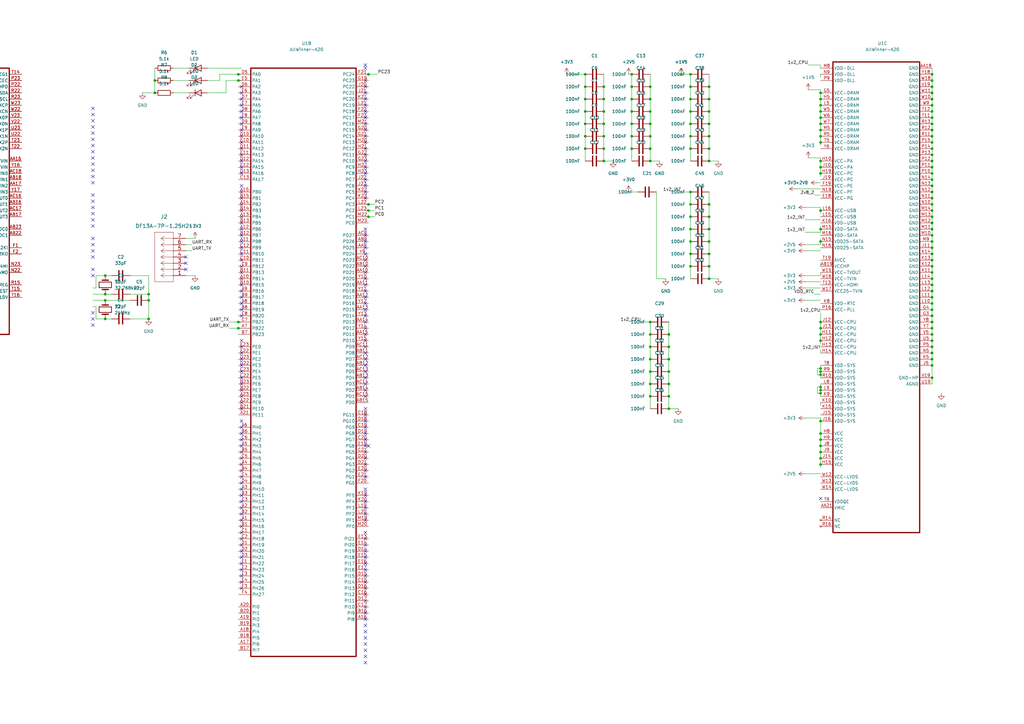
<source format=kicad_sch>
(kicad_sch (version 20230121) (generator eeschema)
  (paper "A3")
  (lib_symbols
    (symbol "AllWinner-A20_1"
      (property "Reference" "U1" (at 0 22.86 0))
      (property "Value" "AllWinner-A20" (at 0 20.32 0))
      (symbol "AllWinner-A20_1_1_1"
        (pin bidirectional line (at -22.86 -10.16 0) (length 5) (name "SDQ8") (number "AA1"))
        (pin bidirectional line (at 22.86 -91.44 180) (length 5) (name "SDQS1B") (number "AA2"))
        (pin bidirectional line (at 22.86 -40.64 180) (length 5) (name "SA8") (number "AA3"))
        (pin bidirectional line (at 22.86 -22.86 180) (length 5) (name "SA15") (number "AA4"))
        (pin bidirectional line (at 22.86 -2.54 180) (length 5) (name "SODT") (number "AA5"))
        (pin bidirectional line (at 22.86 2.54 180) (length 5) (name "SRST") (number "AA6"))
        (pin bidirectional line (at 22.86 0 180) (length 5) (name "SZQ") (number "AA7"))
        (pin bidirectional line (at -22.86 -78.74 0) (length 5) (name "SVREF") (number "AA8"))
        (pin bidirectional line (at 22.86 -93.98 180) (length 5) (name "SDQS1") (number "AB1"))
        (pin bidirectional line (at -22.86 -17.78 0) (length 5) (name "SDQ11") (number "AB2"))
        (pin bidirectional line (at -22.86 -25.4 0) (length 5) (name "SDQ14") (number "AB3"))
        (pin bidirectional line (at -22.86 -2.54 0) (length 5) (name "SDQ6") (number "AB4"))
        (pin bidirectional line (at -22.86 2.54 0) (length 5) (name "SDQ3") (number "AB5"))
        (pin bidirectional line (at 22.86 -99.06 180) (length 5) (name "SDQS0") (number "AB6"))
        (pin bidirectional line (at -22.86 0 0) (length 5) (name "SDQ4") (number "AB7"))
        (pin bidirectional line (at -22.86 -5.08 0) (length 5) (name "SDQ5") (number "AB8"))
        (pin bidirectional line (at -22.86 -12.7 0) (length 5) (name "SDQ9") (number "AC1"))
        (pin bidirectional line (at -22.86 -20.32 0) (length 5) (name "SDQ12") (number "AC2"))
        (pin bidirectional line (at -22.86 -7.62 0) (length 5) (name "SDQ7") (number "AC3"))
        (pin bidirectional line (at -22.86 7.62 0) (length 5) (name "SDQ1") (number "AC4"))
        (pin bidirectional line (at 22.86 -96.52 180) (length 5) (name "SDQS0B") (number "AC5"))
        (pin bidirectional line (at -22.86 -93.98 0) (length 5) (name "SDQM0") (number "AC6"))
        (pin bidirectional line (at -22.86 10.16 0) (length 5) (name "SDQ0") (number "AC7"))
        (pin bidirectional line (at -22.86 5.08 0) (length 5) (name "SDQ2") (number "AC8"))
        (pin bidirectional line (at -22.86 -86.36 0) (length 5) (name "SDQM3") (number "G1"))
        (pin bidirectional line (at -22.86 -63.5 0) (length 5) (name "SDQ29") (number "G2"))
        (pin bidirectional line (at -22.86 -55.88 0) (length 5) (name "SDQ26") (number "H1"))
        (pin bidirectional line (at -22.86 -68.58 0) (length 5) (name "SDQ31") (number "H2"))
        (pin bidirectional line (at -22.86 -73.66 0) (length 5) (name "SVREF") (number "H3"))
        (pin bidirectional line (at -22.86 -76.2 0) (length 5) (name "SVREF") (number "H4"))
        (pin bidirectional line (at -22.86 -50.8 0) (length 5) (name "SDQ24") (number "J1"))
        (pin bidirectional line (at 22.86 -81.28 180) (length 5) (name "SDQS3B") (number "J2"))
        (pin bidirectional line (at 22.86 -68.58 180) (length 5) (name "SCK1B") (number "J3"))
        (pin bidirectional line (at 22.86 -71.12 180) (length 5) (name "SCK1") (number "J4"))
        (pin bidirectional line (at 22.86 -83.82 180) (length 5) (name "SDQS3") (number "K1"))
        (pin bidirectional line (at -22.86 -58.42 0) (length 5) (name "SDQ27") (number "K2"))
        (pin bidirectional line (at 22.86 -20.32 180) (length 5) (name "SBA0") (number "K3"))
        (pin bidirectional line (at 22.86 -15.24 180) (length 5) (name "SBA2") (number "K4"))
        (pin bidirectional line (at -22.86 -53.34 0) (length 5) (name "SDQ25") (number "L1"))
        (pin bidirectional line (at -22.86 -60.96 0) (length 5) (name "SDQ28") (number "L2"))
        (pin bidirectional line (at 22.86 -35.56 180) (length 5) (name "SA10") (number "L3"))
        (pin bidirectional line (at 22.86 -17.78 180) (length 5) (name "SBA1") (number "L4"))
        (pin bidirectional line (at -22.86 -66.04 0) (length 5) (name "SDQ30") (number "M1"))
        (pin bidirectional line (at -22.86 -48.26 0) (length 5) (name "SDQ23") (number "M2"))
        (pin bidirectional line (at 22.86 -43.18 180) (length 5) (name "SA7") (number "M3"))
        (pin bidirectional line (at 22.86 -53.34 180) (length 5) (name "SA3") (number "M4"))
        (pin bidirectional line (at -22.86 -45.72 0) (length 5) (name "SDQ22") (number "N1"))
        (pin bidirectional line (at -22.86 -33.02 0) (length 5) (name "SDQ17") (number "N2"))
        (pin bidirectional line (at 22.86 -66.04 180) (length 5) (name "SCKE") (number "N3"))
        (pin bidirectional line (at 22.86 -48.26 180) (length 5) (name "SA5") (number "N4"))
        (pin bidirectional line (at 22.86 5.08 180) (length 5) (name "SADBG") (number "N8"))
        (pin bidirectional line (at -22.86 -38.1 0) (length 5) (name "SDQ19") (number "P1"))
        (pin bidirectional line (at 22.86 -86.36 180) (length 5) (name "SDQS2B") (number "P2"))
        (pin bidirectional line (at 22.86 -30.48 180) (length 5) (name "SA12") (number "P3"))
        (pin bidirectional line (at 22.86 -38.1 180) (length 5) (name "SA9") (number "P4"))
        (pin bidirectional line (at 22.86 7.62 180) (length 5) (name "SDDBG0") (number "P8"))
        (pin bidirectional line (at 22.86 -88.9 180) (length 5) (name "SDQS2") (number "R1"))
        (pin bidirectional line (at -22.86 -88.9 0) (length 5) (name "SDQM2") (number "R2"))
        (pin bidirectional line (at 22.86 -25.4 180) (length 5) (name "SA14") (number "R3"))
        (pin bidirectional line (at 22.86 -58.42 180) (length 5) (name "SA1") (number "R4"))
        (pin bidirectional line (at 22.86 10.16 180) (length 5) (name "SADBG1") (number "R8"))
        (pin bidirectional line (at -22.86 -40.64 0) (length 5) (name "SDQ20") (number "T1"))
        (pin bidirectional line (at -22.86 -30.48 0) (length 5) (name "SDQ16") (number "T2"))
        (pin bidirectional line (at 22.86 -12.7 180) (length 5) (name "SWE") (number "T3"))
        (pin bidirectional line (at 22.86 -7.62 180) (length 5) (name "SRAS") (number "T4"))
        (pin bidirectional line (at -22.86 -43.18 0) (length 5) (name "SDQ21") (number "U1"))
        (pin bidirectional line (at -22.86 -35.56 0) (length 5) (name "SDQ18") (number "U2"))
        (pin bidirectional line (at 22.86 -10.16 180) (length 5) (name "SCAS") (number "U3"))
        (pin bidirectional line (at 22.86 -55.88 180) (length 5) (name "SA2") (number "U4"))
        (pin bidirectional line (at 22.86 -73.66 180) (length 5) (name "SCK") (number "V1"))
        (pin bidirectional line (at 22.86 -76.2 180) (length 5) (name "SCKB") (number "V2"))
        (pin bidirectional line (at 22.86 -5.08 180) (length 5) (name "SCS") (number "V3"))
        (pin bidirectional line (at 22.86 -45.72 180) (length 5) (name "SA6") (number "V4"))
        (pin bidirectional line (at -22.86 -91.44 0) (length 5) (name "SDQM1") (number "W1"))
        (pin bidirectional line (at -22.86 -22.86 0) (length 5) (name "SDQ13") (number "W2"))
        (pin bidirectional line (at 22.86 -33.02 180) (length 5) (name "SA11") (number "W3"))
        (pin bidirectional line (at 22.86 -60.96 180) (length 5) (name "SA0") (number "W4"))
        (pin bidirectional line (at -22.86 -15.24 0) (length 5) (name "SDQ10") (number "Y1"))
        (pin bidirectional line (at -22.86 -27.94 0) (length 5) (name "SDQ15") (number "Y2"))
        (pin bidirectional line (at 22.86 -27.94 180) (length 5) (name "SA13") (number "Y3"))
        (pin bidirectional line (at 22.86 -50.8 180) (length 5) (name "SA4") (number "Y4"))
        (pin bidirectional line (at -22.86 -81.28 0) (length 5) (name "SVREF") (number "Y5"))
      )
      (symbol "AllWinner-A20_1_2_1"
        (pin bidirectional line (at -27.94 -172.72 0) (length 5) (name "PH15") (number "A1"))
        (pin bidirectional line (at -27.94 -73.66 0) (length 5) (name "PB14") (number "A10"))
        (pin bidirectional line (at -27.94 -58.42 0) (length 5) (name "PB8") (number "A11"))
        (pin bidirectional line (at -27.94 -53.34 0) (length 5) (name "PB6") (number "A12"))
        (pin bidirectional line (at -27.94 -48.26 0) (length 5) (name "PB4") (number "A13"))
        (pin bidirectional line (at -27.94 -43.18 0) (length 5) (name "PB2") (number "A14"))
        (pin bidirectional line (at -27.94 -38.1 0) (length 5) (name "PB0") (number "A15"))
        (pin bidirectional line (at 25.4 -213.36 180) (length 5) (name "PI8") (number "A16"))
        (pin bidirectional line (at -27.94 -223.52 0) (length 5) (name "PI6") (number "A17"))
        (pin bidirectional line (at -27.94 -218.44 0) (length 5) (name "PI4") (number "A18"))
        (pin bidirectional line (at -27.94 -213.36 0) (length 5) (name "PI2") (number "A19"))
        (pin bidirectional line (at -27.94 -167.64 0) (length 5) (name "PH13") (number "A2"))
        (pin bidirectional line (at -27.94 -208.28 0) (length 5) (name "PI0") (number "A20"))
        (pin bidirectional line (at -27.94 -129.54 0) (length 5) (name "PE11") (number "A21"))
        (pin bidirectional line (at -27.94 -124.46 0) (length 5) (name "PE9") (number "A22"))
        (pin bidirectional line (at -27.94 -121.92 0) (length 5) (name "PE8") (number "A23"))
        (pin bidirectional line (at -27.94 -160.02 0) (length 5) (name "PH10") (number "A3"))
        (pin bidirectional line (at -27.94 -149.86 0) (length 5) (name "PH6") (number "A4"))
        (pin bidirectional line (at -27.94 -142.24 0) (length 5) (name "PH3") (number "A5"))
        (pin bidirectional line (at -27.94 -134.62 0) (length 5) (name "PH0") (number "A6"))
        (pin bidirectional line (at -27.94 -93.98 0) (length 5) (name "PB22") (number "A7"))
        (pin bidirectional line (at -27.94 -83.82 0) (length 5) (name "PB18") (number "A8"))
        (pin bidirectional line (at -27.94 -78.74 0) (length 5) (name "PB16") (number "A9"))
        (pin bidirectional line (at 25.4 -71.12 180) (length 5) (name "PD21") (number "AA10"))
        (pin bidirectional line (at 25.4 -76.2 180) (length 5) (name "PD19") (number "AA11"))
        (pin bidirectional line (at 25.4 -81.28 180) (length 5) (name "PD17") (number "AA12"))
        (pin bidirectional line (at 25.4 -86.36 180) (length 5) (name "PD15") (number "AA13"))
        (pin bidirectional line (at 25.4 -91.44 180) (length 5) (name "PD13") (number "AA14"))
        (pin bidirectional line (at 25.4 -96.52 180) (length 5) (name "PD11") (number "AA15"))
        (pin bidirectional line (at 25.4 -60.96 180) (length 5) (name "PD25") (number "AA9"))
        (pin bidirectional line (at 25.4 -68.58 180) (length 5) (name "PD22") (number "AB10"))
        (pin bidirectional line (at 25.4 -104.14 180) (length 5) (name "PD8") (number "AB11"))
        (pin bidirectional line (at 25.4 -109.22 180) (length 5) (name "PD6") (number "AB12"))
        (pin bidirectional line (at 25.4 -114.3 180) (length 5) (name "PD4") (number "AB13"))
        (pin bidirectional line (at 25.4 -119.38 180) (length 5) (name "PD2") (number "AB14"))
        (pin bidirectional line (at 25.4 -124.46 180) (length 5) (name "PD0") (number "AB15"))
        (pin bidirectional line (at 25.4 -58.42 180) (length 5) (name "PD26") (number "AB9"))
        (pin bidirectional line (at 25.4 -66.04 180) (length 5) (name "PD23") (number "AC10"))
        (pin bidirectional line (at 25.4 -101.6 180) (length 5) (name "PD9") (number "AC11"))
        (pin bidirectional line (at 25.4 -106.68 180) (length 5) (name "PD7") (number "AC12"))
        (pin bidirectional line (at 25.4 -111.76 180) (length 5) (name "PD5") (number "AC13"))
        (pin bidirectional line (at 25.4 -116.84 180) (length 5) (name "PD3") (number "AC14"))
        (pin bidirectional line (at 25.4 -121.92 180) (length 5) (name "PD1") (number "AC15"))
        (pin bidirectional line (at 25.4 -55.88 180) (length 5) (name "PD27") (number "AC9"))
        (pin bidirectional line (at -27.94 -175.26 0) (length 5) (name "PH16") (number "B1"))
        (pin bidirectional line (at -27.94 -76.2 0) (length 5) (name "PB15") (number "B10"))
        (pin bidirectional line (at -27.94 -71.12 0) (length 5) (name "PB13") (number "B11"))
        (pin bidirectional line (at -27.94 -55.88 0) (length 5) (name "PB7") (number "B12"))
        (pin bidirectional line (at -27.94 -50.8 0) (length 5) (name "PB5") (number "B13"))
        (pin bidirectional line (at -27.94 -45.72 0) (length 5) (name "PB3") (number "B14"))
        (pin bidirectional line (at -27.94 -40.64 0) (length 5) (name "PB1") (number "B15"))
        (pin bidirectional line (at 25.4 -210.82 180) (length 5) (name "PI9") (number "B16"))
        (pin bidirectional line (at -27.94 -226.06 0) (length 5) (name "PI7") (number "B17"))
        (pin bidirectional line (at -27.94 -220.98 0) (length 5) (name "PI5") (number "B18"))
        (pin bidirectional line (at -27.94 -215.9 0) (length 5) (name "PI3") (number "B19"))
        (pin bidirectional line (at -27.94 -170.18 0) (length 5) (name "PH14") (number "B2"))
        (pin bidirectional line (at -27.94 -210.82 0) (length 5) (name "PI1") (number "B20"))
        (pin bidirectional line (at -27.94 -127 0) (length 5) (name "PE10") (number "B21"))
        (pin bidirectional line (at -27.94 -119.38 0) (length 5) (name "PE7") (number "B22"))
        (pin bidirectional line (at -27.94 -116.84 0) (length 5) (name "PE6") (number "B23"))
        (pin bidirectional line (at -27.94 -162.56 0) (length 5) (name "PH11") (number "B3"))
        (pin bidirectional line (at -27.94 -152.4 0) (length 5) (name "PH7") (number "B4"))
        (pin bidirectional line (at -27.94 -144.78 0) (length 5) (name "PH4") (number "B5"))
        (pin bidirectional line (at -27.94 -137.16 0) (length 5) (name "PH1") (number "B6"))
        (pin bidirectional line (at -27.94 -96.52 0) (length 5) (name "PB23") (number "B7"))
        (pin bidirectional line (at -27.94 -86.36 0) (length 5) (name "PB19") (number "B8"))
        (pin bidirectional line (at -27.94 -81.28 0) (length 5) (name "PB17") (number "B9"))
        (pin bidirectional line (at -27.94 -177.8 0) (length 5) (name "PH17") (number "C1"))
        (pin bidirectional line (at -27.94 -66.04 0) (length 5) (name "PB11") (number "C10"))
        (pin bidirectional line (at -27.94 -63.5 0) (length 5) (name "PB10") (number "C11"))
        (pin bidirectional line (at -27.94 -60.96 0) (length 5) (name "PB9") (number "C12"))
        (pin bidirectional line (at -27.94 -33.02 0) (length 5) (name "PA17") (number "C13"))
        (pin bidirectional line (at 25.4 -198.12 180) (length 5) (name "PI14") (number "C15"))
        (pin bidirectional line (at 25.4 -203.2 180) (length 5) (name "PI12") (number "C16"))
        (pin bidirectional line (at 25.4 -208.28 180) (length 5) (name "PI10") (number "C17"))
        (pin bidirectional line (at 25.4 -129.54 180) (length 5) (name "PG11") (number "C18"))
        (pin bidirectional line (at 25.4 -134.62 180) (length 5) (name "PG9") (number "C19"))
        (pin bidirectional line (at -27.94 -180.34 0) (length 5) (name "PH18") (number "C2"))
        (pin bidirectional line (at 25.4 -139.7 180) (length 5) (name "PG7") (number "C20"))
        (pin bidirectional line (at 25.4 -144.78 180) (length 5) (name "PG5") (number "C21"))
        (pin bidirectional line (at -27.94 -114.3 0) (length 5) (name "PE5") (number "C22"))
        (pin bidirectional line (at -27.94 -111.76 0) (length 5) (name "PE4") (number "C23"))
        (pin bidirectional line (at -27.94 -165.1 0) (length 5) (name "PH12") (number "C3"))
        (pin bidirectional line (at -27.94 -154.94 0) (length 5) (name "PH8") (number "C4"))
        (pin bidirectional line (at -27.94 -147.32 0) (length 5) (name "PH5") (number "C5"))
        (pin bidirectional line (at -27.94 -139.7 0) (length 5) (name "PH2") (number "C6"))
        (pin bidirectional line (at -27.94 -91.44 0) (length 5) (name "PB21") (number "C7"))
        (pin bidirectional line (at -27.94 -88.9 0) (length 5) (name "PB20") (number "C8"))
        (pin bidirectional line (at -27.94 -68.58 0) (length 5) (name "PB12") (number "C9"))
        (pin bidirectional line (at -27.94 -182.88 0) (length 5) (name "PH19") (number "D1"))
        (pin bidirectional line (at -27.94 -15.24 0) (length 5) (name "PA10") (number "D10"))
        (pin bidirectional line (at -27.94 -20.32 0) (length 5) (name "PA12") (number "D11"))
        (pin bidirectional line (at -27.94 -25.4 0) (length 5) (name "PA14") (number "D12"))
        (pin bidirectional line (at -27.94 -30.48 0) (length 5) (name "PA16") (number "D13"))
        (pin bidirectional line (at 25.4 -185.42 180) (length 5) (name "PI19") (number "D14"))
        (pin bidirectional line (at 25.4 -195.58 180) (length 5) (name "PI15") (number "D15"))
        (pin bidirectional line (at 25.4 -200.66 180) (length 5) (name "PI13") (number "D16"))
        (pin bidirectional line (at 25.4 -205.74 180) (length 5) (name "PI11") (number "D17"))
        (pin bidirectional line (at 25.4 -132.08 180) (length 5) (name "PG10") (number "D18"))
        (pin bidirectional line (at 25.4 -137.16 180) (length 5) (name "PG8") (number "D19"))
        (pin bidirectional line (at -27.94 -185.42 0) (length 5) (name "PH20") (number "D2"))
        (pin bidirectional line (at 25.4 -147.32 180) (length 5) (name "PG4") (number "D20"))
        (pin bidirectional line (at 25.4 -149.86 180) (length 5) (name "PG3") (number "D21"))
        (pin bidirectional line (at -27.94 -109.22 0) (length 5) (name "PE3") (number "D22"))
        (pin bidirectional line (at -27.94 -106.68 0) (length 5) (name "PE2") (number "D23"))
        (pin bidirectional line (at -27.94 -187.96 0) (length 5) (name "PH21") (number "D3"))
        (pin bidirectional line (at -27.94 -157.48 0) (length 5) (name "PH9") (number "D4"))
        (pin bidirectional line (at -27.94 10.16 0) (length 5) (name "PA0") (number "D5"))
        (pin bidirectional line (at -27.94 5.08 0) (length 5) (name "PA2") (number "D6"))
        (pin bidirectional line (at -27.94 0 0) (length 5) (name "PA4") (number "D7"))
        (pin bidirectional line (at -27.94 -5.08 0) (length 5) (name "PA6") (number "D8"))
        (pin bidirectional line (at -27.94 -10.16 0) (length 5) (name "PA8") (number "D9"))
        (pin bidirectional line (at -27.94 -190.5 0) (length 5) (name "PH22") (number "E1"))
        (pin bidirectional line (at -27.94 -17.78 0) (length 5) (name "PA11") (number "E10"))
        (pin bidirectional line (at -27.94 -22.86 0) (length 5) (name "PA13") (number "E11"))
        (pin bidirectional line (at -27.94 -27.94 0) (length 5) (name "PA15") (number "E12"))
        (pin bidirectional line (at 25.4 -180.34 180) (length 5) (name "PI21") (number "E13"))
        (pin bidirectional line (at 25.4 -182.88 180) (length 5) (name "PI20") (number "E14"))
        (pin bidirectional line (at 25.4 -187.96 180) (length 5) (name "PI18") (number "E15"))
        (pin bidirectional line (at 25.4 -190.5 180) (length 5) (name "PI17") (number "E16"))
        (pin bidirectional line (at 25.4 -193.04 180) (length 5) (name "PI16") (number "E17"))
        (pin bidirectional line (at 25.4 -142.24 180) (length 5) (name "PG6") (number "E19"))
        (pin bidirectional line (at -27.94 -193.04 0) (length 5) (name "PH23") (number "E2"))
        (pin bidirectional line (at 25.4 -152.4 180) (length 5) (name "PG2") (number "E20"))
        (pin bidirectional line (at 25.4 -154.94 180) (length 5) (name "PG1") (number "E21"))
        (pin bidirectional line (at -27.94 -104.14 0) (length 5) (name "PE1") (number "E22"))
        (pin bidirectional line (at -27.94 -101.6 0) (length 5) (name "PE0") (number "E23"))
        (pin bidirectional line (at -27.94 -195.58 0) (length 5) (name "PH24") (number "E3"))
        (pin bidirectional line (at -27.94 -198.12 0) (length 5) (name "PH25") (number "E4"))
        (pin bidirectional line (at -27.94 7.62 0) (length 5) (name "PA1") (number "E5"))
        (pin bidirectional line (at -27.94 2.54 0) (length 5) (name "PA3") (number "E6"))
        (pin bidirectional line (at -27.94 -2.54 0) (length 5) (name "PA5") (number "E7"))
        (pin bidirectional line (at -27.94 -7.62 0) (length 5) (name "PA7") (number "E8"))
        (pin bidirectional line (at -27.94 -12.7 0) (length 5) (name "PA9") (number "E9"))
        (pin bidirectional line (at 25.4 -157.48 180) (length 5) (name "PG0") (number "F20"))
        (pin bidirectional line (at 25.4 10.16 180) (length 5) (name "PC24") (number "F21"))
        (pin bidirectional line (at 25.4 -5.08 180) (length 5) (name "PC18") (number "F22"))
        (pin bidirectional line (at 25.4 -7.62 180) (length 5) (name "PC17") (number "F23"))
        (pin bidirectional line (at -27.94 -200.66 0) (length 5) (name "PH26") (number "F3"))
        (pin bidirectional line (at -27.94 -203.2 0) (length 5) (name "PH27") (number "F4"))
        (pin bidirectional line (at 25.4 7.62 180) (length 5) (name "PC23") (number "G19"))
        (pin bidirectional line (at 25.4 -12.7 180) (length 5) (name "PC15") (number "G20"))
        (pin bidirectional line (at 25.4 -15.24 180) (length 5) (name "PC14") (number "G21"))
        (pin bidirectional line (at 25.4 -22.86 180) (length 5) (name "PC11") (number "G22"))
        (pin bidirectional line (at 25.4 -25.4 180) (length 5) (name "PC10") (number "G23"))
        (pin bidirectional line (at 25.4 -17.78 180) (length 5) (name "PC13") (number "H20"))
        (pin bidirectional line (at 25.4 -20.32 180) (length 5) (name "PC12") (number "H21"))
        (pin bidirectional line (at 25.4 -27.94 180) (length 5) (name "PC9") (number "H22"))
        (pin bidirectional line (at 25.4 -30.48 180) (length 5) (name "PC8") (number "H23"))
        (pin bidirectional line (at 25.4 5.08 180) (length 5) (name "PC22") (number "J20"))
        (pin bidirectional line (at 25.4 2.54 180) (length 5) (name "PC21") (number "J21"))
        (pin bidirectional line (at 25.4 -33.02 180) (length 5) (name "PC7") (number "J22"))
        (pin bidirectional line (at 25.4 -35.56 180) (length 5) (name "PC6") (number "J23"))
        (pin bidirectional line (at 25.4 -162.56 180) (length 5) (name "PF5") (number "K19"))
        (pin bidirectional line (at 25.4 -165.1 180) (length 5) (name "PF4") (number "K20"))
        (pin bidirectional line (at 25.4 0 180) (length 5) (name "PC20") (number "K21"))
        (pin bidirectional line (at 25.4 -38.1 180) (length 5) (name "PC5") (number "K22"))
        (pin bidirectional line (at 25.4 -40.64 180) (length 5) (name "PC4") (number "K23"))
        (pin bidirectional line (at 25.4 -167.64 180) (length 5) (name "PF3") (number "L19"))
        (pin bidirectional line (at 25.4 -170.18 180) (length 5) (name "PF2") (number "L20"))
        (pin bidirectional line (at 25.4 -2.54 180) (length 5) (name "PC19") (number "L21"))
        (pin bidirectional line (at 25.4 -43.18 180) (length 5) (name "PC3") (number "L22"))
        (pin bidirectional line (at 25.4 -45.72 180) (length 5) (name "PC2") (number "L23"))
        (pin bidirectional line (at 25.4 -172.72 180) (length 5) (name "PF1") (number "M19"))
        (pin bidirectional line (at 25.4 -175.26 180) (length 5) (name "PF0") (number "M20"))
        (pin bidirectional line (at 25.4 -10.16 180) (length 5) (name "PC16") (number "M21"))
        (pin bidirectional line (at 25.4 -48.26 180) (length 5) (name "PC1") (number "M22"))
        (pin bidirectional line (at 25.4 -50.8 180) (length 5) (name "PC0") (number "M23"))
        (pin bidirectional line (at 25.4 -73.66 180) (length 5) (name "PD20") (number "Y10"))
        (pin bidirectional line (at 25.4 -78.74 180) (length 5) (name "PD18") (number "Y11"))
        (pin bidirectional line (at 25.4 -83.82 180) (length 5) (name "PD16") (number "Y12"))
        (pin bidirectional line (at 25.4 -88.9 180) (length 5) (name "PD14") (number "Y13"))
        (pin bidirectional line (at 25.4 -93.98 180) (length 5) (name "PD12") (number "Y14"))
        (pin bidirectional line (at 25.4 -99.06 180) (length 5) (name "PD10") (number "Y15"))
        (pin bidirectional line (at 25.4 -63.5 180) (length 5) (name "PD24") (number "Y9"))
      )
      (symbol "AllWinner-A20_1_3_1"
        (pin power_in line (at 20.32 12.7 180) (length 5) (name "GND") (number "AA18"))
        (pin power_in line (at -25.4 -167.64 0) (length 5) (name "VMIC") (number "AA21"))
        (pin power_in line (at -25.4 -68.58 0) (length 5) (name "VCCHP") (number "AB19"))
        (pin power_in line (at -25.4 -40.64 0) (length 5) (name "VCC-PG") (number "E18"))
        (pin power_in line (at -25.4 -35.56 0) (length 5) (name "VCC-PE") (number "F19"))
        (pin power_in line (at 20.32 -88.9 180) (length 5) (name "GND") (number "G3"))
        (pin power_in line (at 20.32 -86.36 180) (length 5) (name "GND") (number "G4"))
        (pin power_in line (at -25.4 2.54 0) (length 5) (name "VCC-DRAM") (number "G5"))
        (pin power_in line (at -25.4 -25.4 0) (length 5) (name "VCC-PA") (number "H10"))
        (pin power_in line (at -25.4 -96.52 0) (length 5) (name "VCC-CPU") (number "H11"))
        (pin power_in line (at -25.4 -99.06 0) (length 5) (name "VCC-CPU") (number "H12"))
        (pin power_in line (at -25.4 -101.6 0) (length 5) (name "VCC-CPU") (number "H13"))
        (pin power_in line (at -25.4 -104.14 0) (length 5) (name "VCC-CPU") (number "H14"))
        (pin power_in line (at -25.4 -149.86 0) (length 5) (name "VCC") (number "H15"))
        (pin power_in line (at -25.4 -30.48 0) (length 5) (name "VCC-PC") (number "H19"))
        (pin power_in line (at -25.4 0 0) (length 5) (name "VCC-DRAM") (number "H5"))
        (pin power_in line (at -25.4 -137.16 0) (length 5) (name "VCC") (number "H8"))
        (pin power_in line (at -25.4 -139.7 0) (length 5) (name "VCC") (number "H9"))
        (pin power_in line (at -25.4 -27.94 0) (length 5) (name "VCC-PA") (number "J10"))
        (pin power_in line (at 20.32 -60.96 180) (length 5) (name "GND") (number "J11"))
        (pin power_in line (at -25.4 -91.44 0) (length 5) (name "VCC-CPU") (number "J12"))
        (pin power_in line (at -25.4 -93.98 0) (length 5) (name "VCC-CPU") (number "J13"))
        (pin power_in line (at -25.4 -147.32 0) (length 5) (name "VCC") (number "J14"))
        (pin power_in line (at -25.4 -129.54 0) (length 5) (name "VDD-SYS") (number "J15"))
        (pin power_in line (at -25.4 -132.08 0) (length 5) (name "VDD-SYS") (number "J16"))
        (pin power_in line (at -25.4 -33.02 0) (length 5) (name "VCC-PC") (number "J19"))
        (pin power_in line (at 20.32 -109.22 180) (length 5) (name "GND") (number "J5"))
        (pin power_in line (at -25.4 -142.24 0) (length 5) (name "VCC") (number "J8"))
        (pin power_in line (at -25.4 -144.78 0) (length 5) (name "VCC") (number "J9"))
        (pin power_in line (at -25.4 -124.46 0) (length 5) (name "VDD-SYS") (number "K10"))
        (pin power_in line (at 20.32 -71.12 180) (length 5) (name "GND") (number "K11"))
        (pin power_in line (at 20.32 -68.58 180) (length 5) (name "GND") (number "K12"))
        (pin power_in line (at 20.32 -66.04 180) (length 5) (name "GND") (number "K13"))
        (pin power_in line (at 20.32 -63.5 180) (length 5) (name "GND") (number "K14"))
        (pin power_in line (at -25.4 -127 0) (length 5) (name "VDD-SYS") (number "K15"))
        (pin power_in line (at -25.4 -50.8 0) (length 5) (name "VDD-USB") (number "K16"))
        (pin power_in line (at 20.32 -106.68 180) (length 5) (name "GND") (number "K5"))
        (pin power_in line (at -25.4 -83.82 0) (length 5) (name "VDD-RTC") (number "K8"))
        (pin power_in line (at -25.4 -121.92 0) (length 5) (name "VDD-SYS") (number "K9"))
        (pin power_in line (at 20.32 -83.82 180) (length 5) (name "GND") (number "L10"))
        (pin power_in line (at 20.32 -81.28 180) (length 5) (name "GND") (number "L11"))
        (pin power_in line (at 20.32 -78.74 180) (length 5) (name "GND") (number "L12"))
        (pin power_in line (at 20.32 -76.2 180) (length 5) (name "GND") (number "L13"))
        (pin power_in line (at 20.32 -73.66 180) (length 5) (name "GND") (number "L14"))
        (pin power_in line (at -25.4 -48.26 0) (length 5) (name "VCC-USB") (number "L15"))
        (pin power_in line (at -25.4 -45.72 0) (length 5) (name "VCC-USB") (number "L16"))
        (pin power_in line (at -25.4 -2.54 0) (length 5) (name "VCC-DRAM") (number "L5"))
        (pin power_in line (at -25.4 -116.84 0) (length 5) (name "VDD-SYS") (number "L8"))
        (pin power_in line (at -25.4 -119.38 0) (length 5) (name "VDD-SYS") (number "L9"))
        (pin power_in line (at 20.32 -55.88 180) (length 5) (name "GND") (number "M10"))
        (pin power_in line (at 20.32 -53.34 180) (length 5) (name "GND") (number "M11"))
        (pin power_in line (at 20.32 -50.8 180) (length 5) (name "GND") (number "M12"))
        (pin power_in line (at 20.32 -48.26 180) (length 5) (name "GND") (number "M13"))
        (pin power_in line (at 20.32 -45.72 180) (length 5) (name "GND") (number "M14"))
        (pin power_in line (at -25.4 -53.34 0) (length 5) (name "VDD-SATA") (number "M15"))
        (pin power_in line (at -25.4 -55.88 0) (length 5) (name "VDD-SATA") (number "M16"))
        (pin power_in line (at -25.4 -12.7 0) (length 5) (name "VCC-DRAM") (number "M5"))
        (pin power_in line (at -25.4 12.7 0) (length 5) (name "VDD-DLL") (number "M8"))
        (pin power_in line (at 20.32 -58.42 180) (length 5) (name "GND") (number "M9"))
        (pin power_in line (at 20.32 -43.18 180) (length 5) (name "GND") (number "N10"))
        (pin power_in line (at 20.32 -40.64 180) (length 5) (name "GND") (number "N11"))
        (pin power_in line (at 20.32 -38.1 180) (length 5) (name "GND") (number "N12"))
        (pin power_in line (at 20.32 -35.56 180) (length 5) (name "GND") (number "N13"))
        (pin power_in line (at 20.32 -33.02 180) (length 5) (name "GND") (number "N14"))
        (pin power_in line (at -25.4 -58.42 0) (length 5) (name "VDD25-SATA") (number "N15"))
        (pin power_in line (at -25.4 -60.96 0) (length 5) (name "VDD25-SATA") (number "N16"))
        (pin power_in line (at -25.4 -38.1 0) (length 5) (name "VCC-PF") (number "N19"))
        (pin power_in line (at 20.32 -104.14 180) (length 5) (name "GND") (number "N5"))
        (pin power_in line (at -25.4 10.16 0) (length 5) (name "VDD-DLL") (number "N9"))
        (pin power_in line (at 20.32 -30.48 180) (length 5) (name "GND") (number "P10"))
        (pin power_in line (at 20.32 -27.94 180) (length 5) (name "GND") (number "P11"))
        (pin power_in line (at 20.32 -25.4 180) (length 5) (name "GND") (number "P12"))
        (pin power_in line (at 20.32 -22.86 180) (length 5) (name "GND") (number "P13"))
        (pin power_in line (at 20.32 -20.32 180) (length 5) (name "GND") (number "P14"))
        (pin power_in line (at 20.32 -17.78 180) (length 5) (name "GND") (number "P15"))
        (pin power_in line (at -25.4 -86.36 0) (length 5) (name "VCC-PLL") (number "P16"))
        (pin power_in line (at 20.32 -101.6 180) (length 5) (name "GND") (number "P5"))
        (pin power_in line (at -25.4 7.62 0) (length 5) (name "VDD-DLL") (number "P9"))
        (pin power_in line (at -25.4 -114.3 0) (length 5) (name "VDD-SYS") (number "R10"))
        (pin power_in line (at 20.32 -15.24 180) (length 5) (name "GND") (number "R11"))
        (pin power_in line (at 20.32 -12.7 180) (length 5) (name "GND") (number "R12"))
        (pin power_in line (at 20.32 -10.16 180) (length 5) (name "GND") (number "R13"))
        (pin no_connect line (at -25.4 -172.72 0) (length 5) (name "NC") (number "R14"))
        (pin no_connect line (at -25.4 -175.26 0) (length 5) (name "NC") (number "R16"))
        (pin power_in line (at -25.4 -15.24 0) (length 5) (name "VCC-DRAM") (number "R5"))
        (pin power_in line (at -25.4 -111.76 0) (length 5) (name "VDD-SYS") (number "R9"))
        (pin power_in line (at 20.32 -7.62 180) (length 5) (name "GND") (number "T11"))
        (pin power_in line (at 20.32 -5.08 180) (length 5) (name "GND") (number "T12"))
        (pin power_in line (at -25.4 -76.2 0) (length 5) (name "VCC-HDMI") (number "T13"))
        (pin power_in line (at -25.4 -66.04 0) (length 5) (name "AVCC") (number "T19"))
        (pin power_in line (at -25.4 -17.78 0) (length 5) (name "VCC-DRAM") (number "T5"))
        (pin power_in line (at -25.4 -109.22 0) (length 5) (name "VDD-SYS") (number "T8"))
        (pin power_in line (at -25.4 -165.1 0) (length 5) (name "VDDQE") (number "T9"))
        (pin power_in line (at 20.32 -116.84 180) (length 5) (name "AGND") (number "U19"))
        (pin power_in line (at 20.32 -99.06 180) (length 5) (name "GND") (number "U5"))
        (pin power_in line (at 20.32 5.08 180) (length 5) (name "GND") (number "V19"))
        (pin power_in line (at 20.32 -114.3 180) (length 5) (name "GND-HP") (number "V19"))
        (pin power_in line (at 20.32 -96.52 180) (length 5) (name "GND") (number "V5"))
        (pin power_in line (at 20.32 0 180) (length 5) (name "GND") (number "W10"))
        (pin power_in line (at 20.32 2.54 180) (length 5) (name "GND") (number "W11"))
        (pin power_in line (at -25.4 -154.94 0) (length 5) (name "VCC-LVDS") (number "W12"))
        (pin power_in line (at -25.4 -157.48 0) (length 5) (name "VCC-LVDS") (number "W13"))
        (pin power_in line (at -25.4 -160.02 0) (length 5) (name "VCC-LVDS") (number "W14"))
        (pin power_in line (at -25.4 -71.12 0) (length 5) (name "VCC-TVOUT") (number "W15"))
        (pin power_in line (at -25.4 -73.66 0) (length 5) (name "VCC-TVIN") (number "W16"))
        (pin power_in line (at -25.4 -78.74 0) (length 5) (name "VCC25-TVIN") (number "W17"))
        (pin power_in line (at 20.32 7.62 180) (length 5) (name "GND") (number "W18"))
        (pin power_in line (at -25.4 -5.08 0) (length 5) (name "VCC-DRAM") (number "W5"))
        (pin power_in line (at -25.4 -7.62 0) (length 5) (name "VCC-DRAM") (number "W6"))
        (pin power_in line (at -25.4 -10.16 0) (length 5) (name "VCC-DRAM") (number "W7"))
        (pin power_in line (at 20.32 -2.54 180) (length 5) (name "GND") (number "W9"))
        (pin power_in line (at 20.32 10.16 180) (length 5) (name "GND") (number "Y18"))
        (pin power_in line (at -25.4 -20.32 0) (length 5) (name "VCC-DRAM") (number "Y6"))
        (pin power_in line (at 20.32 -93.98 180) (length 5) (name "GND") (number "Y7"))
        (pin power_in line (at 20.32 -91.44 180) (length 5) (name "GND") (number "Y8"))
      )
      (symbol "AllWinner-A20_1_4_1"
        (pin bidirectional line (at 20.32 -25.4 180) (length 5) (name "VRP-TVIN") (number "AA16"))
        (pin bidirectional line (at 20.32 -35.56 180) (length 5) (name "TVIN2") (number "AA17"))
        (pin bidirectional line (at -22.86 -88.9 0) (length 5) (name "HPCOM") (number "AA19"))
        (pin bidirectional line (at -22.86 -91.44 0) (length 5) (name "HPCOMFB") (number "AA20"))
        (pin bidirectional line (at -22.86 -45.72 0) (length 5) (name "TPX2") (number "AA22"))
        (pin bidirectional line (at -22.86 -50.8 0) (length 5) (name "TPY2") (number "AA23"))
        (pin bidirectional line (at 20.32 -43.18 180) (length 5) (name "TVOUT1") (number "AB16"))
        (pin bidirectional line (at 20.32 -48.26 180) (length 5) (name "TVOUT3") (number "AB17"))
        (pin bidirectional line (at 20.32 -33.02 180) (length 5) (name "TVIN1") (number "AB18"))
        (pin bidirectional line (at -22.86 -78.74 0) (length 5) (name "LINEINL") (number "AB20"))
        (pin bidirectional line (at -22.86 -81.28 0) (length 5) (name "LINEINR") (number "AB21"))
        (pin bidirectional line (at 20.32 -55.88 180) (length 5) (name "LRADC1") (number "AB22"))
        (pin bidirectional line (at 20.32 -53.34 180) (length 5) (name "LRADC0") (number "AB23"))
        (pin bidirectional line (at 20.32 -40.64 180) (length 5) (name "TVOUT0") (number "AC16"))
        (pin bidirectional line (at 20.32 -45.72 180) (length 5) (name "TVOUT2") (number "AC17"))
        (pin bidirectional line (at 20.32 -30.48 180) (length 5) (name "TVIN0") (number "AC18"))
        (pin bidirectional line (at -22.86 -93.98 0) (length 5) (name "HPBP") (number "AC19"))
        (pin bidirectional line (at -22.86 -66.04 0) (length 5) (name "MICIN1") (number "AC20"))
        (pin bidirectional line (at -22.86 -68.58 0) (length 5) (name "MICIN2") (number "AC21"))
        (pin bidirectional line (at -22.86 -55.88 0) (length 5) (name "MICOUTP") (number "AC22"))
        (pin bidirectional line (at -22.86 -58.42 0) (length 5) (name "MICOUTN") (number "AC23"))
        (pin bidirectional line (at -22.86 0 0) (length 5) (name "RESET#") (number "C14"))
        (pin bidirectional line (at 20.32 -60.96 180) (length 5) (name "X32KI") (number "F1"))
        (pin bidirectional line (at 20.32 -63.5 180) (length 5) (name "X32KO") (number "F2"))
        (pin bidirectional line (at -22.86 2.54 0) (length 5) (name "NMI#") (number "F5"))
        (pin bidirectional line (at -22.86 5.08 0) (length 5) (name "TEST") (number "H16"))
        (pin bidirectional line (at -22.86 -5.08 0) (length 5) (name "DM0") (number "N20"))
        (pin bidirectional line (at -22.86 -7.62 0) (length 5) (name "DP0") (number "N21"))
        (pin bidirectional line (at 20.32 -71.12 180) (length 5) (name "X24MO") (number "N22"))
        (pin bidirectional line (at 20.32 -68.58 180) (length 5) (name "X24MI") (number "N23"))
        (pin bidirectional line (at -22.86 -35.56 0) (length 5) (name "SATA-CLKM") (number "P19"))
        (pin bidirectional line (at -22.86 -10.16 0) (length 5) (name "DM1") (number "P20"))
        (pin bidirectional line (at -22.86 -12.7 0) (length 5) (name "DP1") (number "P21"))
        (pin bidirectional line (at 20.32 5.08 180) (length 5) (name "HHPD") (number "P22"))
        (pin bidirectional line (at 20.32 7.62 180) (length 5) (name "HCEC") (number "P23"))
        (pin bidirectional line (at 20.32 -76.2 180) (length 5) (name "PLLVREG") (number "R15"))
        (pin bidirectional line (at -22.86 -33.02 0) (length 5) (name "SATA-CLKP") (number "R19"))
        (pin bidirectional line (at -22.86 -15.24 0) (length 5) (name "DM2") (number "R20"))
        (pin bidirectional line (at -22.86 -17.78 0) (length 5) (name "DP2") (number "R21"))
        (pin bidirectional line (at 20.32 2.54 180) (length 5) (name "HSDA") (number "R22"))
        (pin bidirectional line (at 20.32 0 180) (length 5) (name "HSCL") (number "R23"))
        (pin bidirectional line (at -22.86 7.62 0) (length 5) (name "JTAGSEL") (number "T10"))
        (pin bidirectional line (at 20.32 10.16 180) (length 5) (name "HVREG1") (number "T14"))
        (pin bidirectional line (at 20.32 -78.74 180) (length 5) (name "PLLTEST") (number "T15"))
        (pin bidirectional line (at 20.32 -81.28 180) (length 5) (name "PLLDV") (number "T16"))
        (pin bidirectional line (at -22.86 -22.86 0) (length 5) (name "SATA-TXP") (number "T20"))
        (pin bidirectional line (at -22.86 -25.4 0) (length 5) (name "SATA-TXM") (number "T21"))
        (pin bidirectional line (at 20.32 -20.32 180) (length 5) (name "HTX2N") (number "T22"))
        (pin bidirectional line (at 20.32 -17.78 180) (length 5) (name "HTX2P") (number "T23"))
        (pin bidirectional line (at -22.86 -30.48 0) (length 5) (name "SATA-RXM") (number "U20"))
        (pin bidirectional line (at -22.86 -27.94 0) (length 5) (name "SATA-RXP") (number "U21"))
        (pin bidirectional line (at 20.32 -15.24 180) (length 5) (name "HTX1N") (number "U22"))
        (pin bidirectional line (at 20.32 -12.7 180) (length 5) (name "HTX1P") (number "U23"))
        (pin bidirectional line (at -22.86 -73.66 0) (length 5) (name "VRA2") (number "V20"))
        (pin bidirectional line (at -22.86 -38.1 0) (length 5) (name "REXT-SATA") (number "V21"))
        (pin bidirectional line (at 20.32 -10.16 180) (length 5) (name "HTX0N") (number "V22"))
        (pin bidirectional line (at 20.32 -7.62 180) (length 5) (name "HTX0P") (number "V23"))
        (pin bidirectional line (at -22.86 -86.36 0) (length 5) (name "HPR") (number "W19"))
        (pin bidirectional line (at -22.86 -71.12 0) (length 5) (name "VRA1") (number "W20"))
        (pin bidirectional line (at -22.86 -76.2 0) (length 5) (name "VRP") (number "W21"))
        (pin bidirectional line (at 20.32 -5.08 180) (length 5) (name "HTXCN") (number "W22"))
        (pin bidirectional line (at 20.32 -2.54 180) (length 5) (name "HTXCP") (number "W23"))
        (pin bidirectional line (at -22.86 10.16 0) (length 5) (name "BOOTSEL") (number "W8"))
        (pin bidirectional line (at 20.32 -27.94 180) (length 5) (name "VRN-TVIN") (number "Y16"))
        (pin bidirectional line (at 20.32 -38.1 180) (length 5) (name "TVIN3") (number "Y17"))
        (pin bidirectional line (at -22.86 -83.82 0) (length 5) (name "HPL") (number "Y19"))
        (pin bidirectional line (at -22.86 -60.96 0) (length 5) (name "FMINL") (number "Y20"))
        (pin bidirectional line (at -22.86 -63.5 0) (length 5) (name "FMINR") (number "Y21"))
        (pin bidirectional line (at -22.86 -43.18 0) (length 5) (name "TPX1") (number "Y22"))
        (pin bidirectional line (at -22.86 -48.26 0) (length 5) (name "TPY1") (number "Y23"))
      )
    )
    (symbol "AllWinner-A20_2"
      (property "Reference" "U1" (at 0 22.86 0))
      (property "Value" "AllWinner-A20" (at 0 20.32 0))
      (symbol "AllWinner-A20_2_1_1"
        (pin bidirectional line (at -22.86 -10.16 0) (length 5) (name "SDQ8") (number "AA1"))
        (pin bidirectional line (at 22.86 -91.44 180) (length 5) (name "SDQS1B") (number "AA2"))
        (pin bidirectional line (at 22.86 -40.64 180) (length 5) (name "SA8") (number "AA3"))
        (pin bidirectional line (at 22.86 -22.86 180) (length 5) (name "SA15") (number "AA4"))
        (pin bidirectional line (at 22.86 -2.54 180) (length 5) (name "SODT") (number "AA5"))
        (pin bidirectional line (at 22.86 2.54 180) (length 5) (name "SRST") (number "AA6"))
        (pin bidirectional line (at 22.86 0 180) (length 5) (name "SZQ") (number "AA7"))
        (pin bidirectional line (at -22.86 -78.74 0) (length 5) (name "SVREF") (number "AA8"))
        (pin bidirectional line (at 22.86 -93.98 180) (length 5) (name "SDQS1") (number "AB1"))
        (pin bidirectional line (at -22.86 -17.78 0) (length 5) (name "SDQ11") (number "AB2"))
        (pin bidirectional line (at -22.86 -25.4 0) (length 5) (name "SDQ14") (number "AB3"))
        (pin bidirectional line (at -22.86 -2.54 0) (length 5) (name "SDQ6") (number "AB4"))
        (pin bidirectional line (at -22.86 2.54 0) (length 5) (name "SDQ3") (number "AB5"))
        (pin bidirectional line (at 22.86 -99.06 180) (length 5) (name "SDQS0") (number "AB6"))
        (pin bidirectional line (at -22.86 0 0) (length 5) (name "SDQ4") (number "AB7"))
        (pin bidirectional line (at -22.86 -5.08 0) (length 5) (name "SDQ5") (number "AB8"))
        (pin bidirectional line (at -22.86 -12.7 0) (length 5) (name "SDQ9") (number "AC1"))
        (pin bidirectional line (at -22.86 -20.32 0) (length 5) (name "SDQ12") (number "AC2"))
        (pin bidirectional line (at -22.86 -7.62 0) (length 5) (name "SDQ7") (number "AC3"))
        (pin bidirectional line (at -22.86 7.62 0) (length 5) (name "SDQ1") (number "AC4"))
        (pin bidirectional line (at 22.86 -96.52 180) (length 5) (name "SDQS0B") (number "AC5"))
        (pin bidirectional line (at -22.86 -93.98 0) (length 5) (name "SDQM0") (number "AC6"))
        (pin bidirectional line (at -22.86 10.16 0) (length 5) (name "SDQ0") (number "AC7"))
        (pin bidirectional line (at -22.86 5.08 0) (length 5) (name "SDQ2") (number "AC8"))
        (pin bidirectional line (at -22.86 -86.36 0) (length 5) (name "SDQM3") (number "G1"))
        (pin bidirectional line (at -22.86 -63.5 0) (length 5) (name "SDQ29") (number "G2"))
        (pin bidirectional line (at -22.86 -55.88 0) (length 5) (name "SDQ26") (number "H1"))
        (pin bidirectional line (at -22.86 -68.58 0) (length 5) (name "SDQ31") (number "H2"))
        (pin bidirectional line (at -22.86 -73.66 0) (length 5) (name "SVREF") (number "H3"))
        (pin bidirectional line (at -22.86 -76.2 0) (length 5) (name "SVREF") (number "H4"))
        (pin bidirectional line (at -22.86 -50.8 0) (length 5) (name "SDQ24") (number "J1"))
        (pin bidirectional line (at 22.86 -81.28 180) (length 5) (name "SDQS3B") (number "J2"))
        (pin bidirectional line (at 22.86 -68.58 180) (length 5) (name "SCK1B") (number "J3"))
        (pin bidirectional line (at 22.86 -71.12 180) (length 5) (name "SCK1") (number "J4"))
        (pin bidirectional line (at 22.86 -83.82 180) (length 5) (name "SDQS3") (number "K1"))
        (pin bidirectional line (at -22.86 -58.42 0) (length 5) (name "SDQ27") (number "K2"))
        (pin bidirectional line (at 22.86 -20.32 180) (length 5) (name "SBA0") (number "K3"))
        (pin bidirectional line (at 22.86 -15.24 180) (length 5) (name "SBA2") (number "K4"))
        (pin bidirectional line (at -22.86 -53.34 0) (length 5) (name "SDQ25") (number "L1"))
        (pin bidirectional line (at -22.86 -60.96 0) (length 5) (name "SDQ28") (number "L2"))
        (pin bidirectional line (at 22.86 -35.56 180) (length 5) (name "SA10") (number "L3"))
        (pin bidirectional line (at 22.86 -17.78 180) (length 5) (name "SBA1") (number "L4"))
        (pin bidirectional line (at -22.86 -66.04 0) (length 5) (name "SDQ30") (number "M1"))
        (pin bidirectional line (at -22.86 -48.26 0) (length 5) (name "SDQ23") (number "M2"))
        (pin bidirectional line (at 22.86 -43.18 180) (length 5) (name "SA7") (number "M3"))
        (pin bidirectional line (at 22.86 -53.34 180) (length 5) (name "SA3") (number "M4"))
        (pin bidirectional line (at -22.86 -45.72 0) (length 5) (name "SDQ22") (number "N1"))
        (pin bidirectional line (at -22.86 -33.02 0) (length 5) (name "SDQ17") (number "N2"))
        (pin bidirectional line (at 22.86 -66.04 180) (length 5) (name "SCKE") (number "N3"))
        (pin bidirectional line (at 22.86 -48.26 180) (length 5) (name "SA5") (number "N4"))
        (pin bidirectional line (at 22.86 5.08 180) (length 5) (name "SADBG") (number "N8"))
        (pin bidirectional line (at -22.86 -38.1 0) (length 5) (name "SDQ19") (number "P1"))
        (pin bidirectional line (at 22.86 -86.36 180) (length 5) (name "SDQS2B") (number "P2"))
        (pin bidirectional line (at 22.86 -30.48 180) (length 5) (name "SA12") (number "P3"))
        (pin bidirectional line (at 22.86 -38.1 180) (length 5) (name "SA9") (number "P4"))
        (pin bidirectional line (at 22.86 7.62 180) (length 5) (name "SDDBG0") (number "P8"))
        (pin bidirectional line (at 22.86 -88.9 180) (length 5) (name "SDQS2") (number "R1"))
        (pin bidirectional line (at -22.86 -88.9 0) (length 5) (name "SDQM2") (number "R2"))
        (pin bidirectional line (at 22.86 -25.4 180) (length 5) (name "SA14") (number "R3"))
        (pin bidirectional line (at 22.86 -58.42 180) (length 5) (name "SA1") (number "R4"))
        (pin bidirectional line (at 22.86 10.16 180) (length 5) (name "SADBG1") (number "R8"))
        (pin bidirectional line (at -22.86 -40.64 0) (length 5) (name "SDQ20") (number "T1"))
        (pin bidirectional line (at -22.86 -30.48 0) (length 5) (name "SDQ16") (number "T2"))
        (pin bidirectional line (at 22.86 -12.7 180) (length 5) (name "SWE") (number "T3"))
        (pin bidirectional line (at 22.86 -7.62 180) (length 5) (name "SRAS") (number "T4"))
        (pin bidirectional line (at -22.86 -43.18 0) (length 5) (name "SDQ21") (number "U1"))
        (pin bidirectional line (at -22.86 -35.56 0) (length 5) (name "SDQ18") (number "U2"))
        (pin bidirectional line (at 22.86 -10.16 180) (length 5) (name "SCAS") (number "U3"))
        (pin bidirectional line (at 22.86 -55.88 180) (length 5) (name "SA2") (number "U4"))
        (pin bidirectional line (at 22.86 -73.66 180) (length 5) (name "SCK") (number "V1"))
        (pin bidirectional line (at 22.86 -76.2 180) (length 5) (name "SCKB") (number "V2"))
        (pin bidirectional line (at 22.86 -5.08 180) (length 5) (name "SCS") (number "V3"))
        (pin bidirectional line (at 22.86 -45.72 180) (length 5) (name "SA6") (number "V4"))
        (pin bidirectional line (at -22.86 -91.44 0) (length 5) (name "SDQM1") (number "W1"))
        (pin bidirectional line (at -22.86 -22.86 0) (length 5) (name "SDQ13") (number "W2"))
        (pin bidirectional line (at 22.86 -33.02 180) (length 5) (name "SA11") (number "W3"))
        (pin bidirectional line (at 22.86 -60.96 180) (length 5) (name "SA0") (number "W4"))
        (pin bidirectional line (at -22.86 -15.24 0) (length 5) (name "SDQ10") (number "Y1"))
        (pin bidirectional line (at -22.86 -27.94 0) (length 5) (name "SDQ15") (number "Y2"))
        (pin bidirectional line (at 22.86 -27.94 180) (length 5) (name "SA13") (number "Y3"))
        (pin bidirectional line (at 22.86 -50.8 180) (length 5) (name "SA4") (number "Y4"))
        (pin bidirectional line (at -22.86 -81.28 0) (length 5) (name "SVREF") (number "Y5"))
      )
      (symbol "AllWinner-A20_2_2_1"
        (pin bidirectional line (at -27.94 -172.72 0) (length 5) (name "PH15") (number "A1"))
        (pin bidirectional line (at -27.94 -73.66 0) (length 5) (name "PB14") (number "A10"))
        (pin bidirectional line (at -27.94 -58.42 0) (length 5) (name "PB8") (number "A11"))
        (pin bidirectional line (at -27.94 -53.34 0) (length 5) (name "PB6") (number "A12"))
        (pin bidirectional line (at -27.94 -48.26 0) (length 5) (name "PB4") (number "A13"))
        (pin bidirectional line (at -27.94 -43.18 0) (length 5) (name "PB2") (number "A14"))
        (pin bidirectional line (at -27.94 -38.1 0) (length 5) (name "PB0") (number "A15"))
        (pin bidirectional line (at 25.4 -213.36 180) (length 5) (name "PI8") (number "A16"))
        (pin bidirectional line (at -27.94 -223.52 0) (length 5) (name "PI6") (number "A17"))
        (pin bidirectional line (at -27.94 -218.44 0) (length 5) (name "PI4") (number "A18"))
        (pin bidirectional line (at -27.94 -213.36 0) (length 5) (name "PI2") (number "A19"))
        (pin bidirectional line (at -27.94 -167.64 0) (length 5) (name "PH13") (number "A2"))
        (pin bidirectional line (at -27.94 -208.28 0) (length 5) (name "PI0") (number "A20"))
        (pin bidirectional line (at -27.94 -129.54 0) (length 5) (name "PE11") (number "A21"))
        (pin bidirectional line (at -27.94 -124.46 0) (length 5) (name "PE9") (number "A22"))
        (pin bidirectional line (at -27.94 -121.92 0) (length 5) (name "PE8") (number "A23"))
        (pin bidirectional line (at -27.94 -160.02 0) (length 5) (name "PH10") (number "A3"))
        (pin bidirectional line (at -27.94 -149.86 0) (length 5) (name "PH6") (number "A4"))
        (pin bidirectional line (at -27.94 -142.24 0) (length 5) (name "PH3") (number "A5"))
        (pin bidirectional line (at -27.94 -134.62 0) (length 5) (name "PH0") (number "A6"))
        (pin bidirectional line (at -27.94 -93.98 0) (length 5) (name "PB22") (number "A7"))
        (pin bidirectional line (at -27.94 -83.82 0) (length 5) (name "PB18") (number "A8"))
        (pin bidirectional line (at -27.94 -78.74 0) (length 5) (name "PB16") (number "A9"))
        (pin bidirectional line (at 25.4 -71.12 180) (length 5) (name "PD21") (number "AA10"))
        (pin bidirectional line (at 25.4 -76.2 180) (length 5) (name "PD19") (number "AA11"))
        (pin bidirectional line (at 25.4 -81.28 180) (length 5) (name "PD17") (number "AA12"))
        (pin bidirectional line (at 25.4 -86.36 180) (length 5) (name "PD15") (number "AA13"))
        (pin bidirectional line (at 25.4 -91.44 180) (length 5) (name "PD13") (number "AA14"))
        (pin bidirectional line (at 25.4 -96.52 180) (length 5) (name "PD11") (number "AA15"))
        (pin bidirectional line (at 25.4 -60.96 180) (length 5) (name "PD25") (number "AA9"))
        (pin bidirectional line (at 25.4 -68.58 180) (length 5) (name "PD22") (number "AB10"))
        (pin bidirectional line (at 25.4 -104.14 180) (length 5) (name "PD8") (number "AB11"))
        (pin bidirectional line (at 25.4 -109.22 180) (length 5) (name "PD6") (number "AB12"))
        (pin bidirectional line (at 25.4 -114.3 180) (length 5) (name "PD4") (number "AB13"))
        (pin bidirectional line (at 25.4 -119.38 180) (length 5) (name "PD2") (number "AB14"))
        (pin bidirectional line (at 25.4 -124.46 180) (length 5) (name "PD0") (number "AB15"))
        (pin bidirectional line (at 25.4 -58.42 180) (length 5) (name "PD26") (number "AB9"))
        (pin bidirectional line (at 25.4 -66.04 180) (length 5) (name "PD23") (number "AC10"))
        (pin bidirectional line (at 25.4 -101.6 180) (length 5) (name "PD9") (number "AC11"))
        (pin bidirectional line (at 25.4 -106.68 180) (length 5) (name "PD7") (number "AC12"))
        (pin bidirectional line (at 25.4 -111.76 180) (length 5) (name "PD5") (number "AC13"))
        (pin bidirectional line (at 25.4 -116.84 180) (length 5) (name "PD3") (number "AC14"))
        (pin bidirectional line (at 25.4 -121.92 180) (length 5) (name "PD1") (number "AC15"))
        (pin bidirectional line (at 25.4 -55.88 180) (length 5) (name "PD27") (number "AC9"))
        (pin bidirectional line (at -27.94 -175.26 0) (length 5) (name "PH16") (number "B1"))
        (pin bidirectional line (at -27.94 -76.2 0) (length 5) (name "PB15") (number "B10"))
        (pin bidirectional line (at -27.94 -71.12 0) (length 5) (name "PB13") (number "B11"))
        (pin bidirectional line (at -27.94 -55.88 0) (length 5) (name "PB7") (number "B12"))
        (pin bidirectional line (at -27.94 -50.8 0) (length 5) (name "PB5") (number "B13"))
        (pin bidirectional line (at -27.94 -45.72 0) (length 5) (name "PB3") (number "B14"))
        (pin bidirectional line (at -27.94 -40.64 0) (length 5) (name "PB1") (number "B15"))
        (pin bidirectional line (at 25.4 -210.82 180) (length 5) (name "PI9") (number "B16"))
        (pin bidirectional line (at -27.94 -226.06 0) (length 5) (name "PI7") (number "B17"))
        (pin bidirectional line (at -27.94 -220.98 0) (length 5) (name "PI5") (number "B18"))
        (pin bidirectional line (at -27.94 -215.9 0) (length 5) (name "PI3") (number "B19"))
        (pin bidirectional line (at -27.94 -170.18 0) (length 5) (name "PH14") (number "B2"))
        (pin bidirectional line (at -27.94 -210.82 0) (length 5) (name "PI1") (number "B20"))
        (pin bidirectional line (at -27.94 -127 0) (length 5) (name "PE10") (number "B21"))
        (pin bidirectional line (at -27.94 -119.38 0) (length 5) (name "PE7") (number "B22"))
        (pin bidirectional line (at -27.94 -116.84 0) (length 5) (name "PE6") (number "B23"))
        (pin bidirectional line (at -27.94 -162.56 0) (length 5) (name "PH11") (number "B3"))
        (pin bidirectional line (at -27.94 -152.4 0) (length 5) (name "PH7") (number "B4"))
        (pin bidirectional line (at -27.94 -144.78 0) (length 5) (name "PH4") (number "B5"))
        (pin bidirectional line (at -27.94 -137.16 0) (length 5) (name "PH1") (number "B6"))
        (pin bidirectional line (at -27.94 -96.52 0) (length 5) (name "PB23") (number "B7"))
        (pin bidirectional line (at -27.94 -86.36 0) (length 5) (name "PB19") (number "B8"))
        (pin bidirectional line (at -27.94 -81.28 0) (length 5) (name "PB17") (number "B9"))
        (pin bidirectional line (at -27.94 -177.8 0) (length 5) (name "PH17") (number "C1"))
        (pin bidirectional line (at -27.94 -66.04 0) (length 5) (name "PB11") (number "C10"))
        (pin bidirectional line (at -27.94 -63.5 0) (length 5) (name "PB10") (number "C11"))
        (pin bidirectional line (at -27.94 -60.96 0) (length 5) (name "PB9") (number "C12"))
        (pin bidirectional line (at -27.94 -33.02 0) (length 5) (name "PA17") (number "C13"))
        (pin bidirectional line (at 25.4 -198.12 180) (length 5) (name "PI14") (number "C15"))
        (pin bidirectional line (at 25.4 -203.2 180) (length 5) (name "PI12") (number "C16"))
        (pin bidirectional line (at 25.4 -208.28 180) (length 5) (name "PI10") (number "C17"))
        (pin bidirectional line (at 25.4 -129.54 180) (length 5) (name "PG11") (number "C18"))
        (pin bidirectional line (at 25.4 -134.62 180) (length 5) (name "PG9") (number "C19"))
        (pin bidirectional line (at -27.94 -180.34 0) (length 5) (name "PH18") (number "C2"))
        (pin bidirectional line (at 25.4 -139.7 180) (length 5) (name "PG7") (number "C20"))
        (pin bidirectional line (at 25.4 -144.78 180) (length 5) (name "PG5") (number "C21"))
        (pin bidirectional line (at -27.94 -114.3 0) (length 5) (name "PE5") (number "C22"))
        (pin bidirectional line (at -27.94 -111.76 0) (length 5) (name "PE4") (number "C23"))
        (pin bidirectional line (at -27.94 -165.1 0) (length 5) (name "PH12") (number "C3"))
        (pin bidirectional line (at -27.94 -154.94 0) (length 5) (name "PH8") (number "C4"))
        (pin bidirectional line (at -27.94 -147.32 0) (length 5) (name "PH5") (number "C5"))
        (pin bidirectional line (at -27.94 -139.7 0) (length 5) (name "PH2") (number "C6"))
        (pin bidirectional line (at -27.94 -91.44 0) (length 5) (name "PB21") (number "C7"))
        (pin bidirectional line (at -27.94 -88.9 0) (length 5) (name "PB20") (number "C8"))
        (pin bidirectional line (at -27.94 -68.58 0) (length 5) (name "PB12") (number "C9"))
        (pin bidirectional line (at -27.94 -182.88 0) (length 5) (name "PH19") (number "D1"))
        (pin bidirectional line (at -27.94 -15.24 0) (length 5) (name "PA10") (number "D10"))
        (pin bidirectional line (at -27.94 -20.32 0) (length 5) (name "PA12") (number "D11"))
        (pin bidirectional line (at -27.94 -25.4 0) (length 5) (name "PA14") (number "D12"))
        (pin bidirectional line (at -27.94 -30.48 0) (length 5) (name "PA16") (number "D13"))
        (pin bidirectional line (at 25.4 -185.42 180) (length 5) (name "PI19") (number "D14"))
        (pin bidirectional line (at 25.4 -195.58 180) (length 5) (name "PI15") (number "D15"))
        (pin bidirectional line (at 25.4 -200.66 180) (length 5) (name "PI13") (number "D16"))
        (pin bidirectional line (at 25.4 -205.74 180) (length 5) (name "PI11") (number "D17"))
        (pin bidirectional line (at 25.4 -132.08 180) (length 5) (name "PG10") (number "D18"))
        (pin bidirectional line (at 25.4 -137.16 180) (length 5) (name "PG8") (number "D19"))
        (pin bidirectional line (at -27.94 -185.42 0) (length 5) (name "PH20") (number "D2"))
        (pin bidirectional line (at 25.4 -147.32 180) (length 5) (name "PG4") (number "D20"))
        (pin bidirectional line (at 25.4 -149.86 180) (length 5) (name "PG3") (number "D21"))
        (pin bidirectional line (at -27.94 -109.22 0) (length 5) (name "PE3") (number "D22"))
        (pin bidirectional line (at -27.94 -106.68 0) (length 5) (name "PE2") (number "D23"))
        (pin bidirectional line (at -27.94 -187.96 0) (length 5) (name "PH21") (number "D3"))
        (pin bidirectional line (at -27.94 -157.48 0) (length 5) (name "PH9") (number "D4"))
        (pin bidirectional line (at -27.94 10.16 0) (length 5) (name "PA0") (number "D5"))
        (pin bidirectional line (at -27.94 5.08 0) (length 5) (name "PA2") (number "D6"))
        (pin bidirectional line (at -27.94 0 0) (length 5) (name "PA4") (number "D7"))
        (pin bidirectional line (at -27.94 -5.08 0) (length 5) (name "PA6") (number "D8"))
        (pin bidirectional line (at -27.94 -10.16 0) (length 5) (name "PA8") (number "D9"))
        (pin bidirectional line (at -27.94 -190.5 0) (length 5) (name "PH22") (number "E1"))
        (pin bidirectional line (at -27.94 -17.78 0) (length 5) (name "PA11") (number "E10"))
        (pin bidirectional line (at -27.94 -22.86 0) (length 5) (name "PA13") (number "E11"))
        (pin bidirectional line (at -27.94 -27.94 0) (length 5) (name "PA15") (number "E12"))
        (pin bidirectional line (at 25.4 -180.34 180) (length 5) (name "PI21") (number "E13"))
        (pin bidirectional line (at 25.4 -182.88 180) (length 5) (name "PI20") (number "E14"))
        (pin bidirectional line (at 25.4 -187.96 180) (length 5) (name "PI18") (number "E15"))
        (pin bidirectional line (at 25.4 -190.5 180) (length 5) (name "PI17") (number "E16"))
        (pin bidirectional line (at 25.4 -193.04 180) (length 5) (name "PI16") (number "E17"))
        (pin bidirectional line (at 25.4 -142.24 180) (length 5) (name "PG6") (number "E19"))
        (pin bidirectional line (at -27.94 -193.04 0) (length 5) (name "PH23") (number "E2"))
        (pin bidirectional line (at 25.4 -152.4 180) (length 5) (name "PG2") (number "E20"))
        (pin bidirectional line (at 25.4 -154.94 180) (length 5) (name "PG1") (number "E21"))
        (pin bidirectional line (at -27.94 -104.14 0) (length 5) (name "PE1") (number "E22"))
        (pin bidirectional line (at -27.94 -101.6 0) (length 5) (name "PE0") (number "E23"))
        (pin bidirectional line (at -27.94 -195.58 0) (length 5) (name "PH24") (number "E3"))
        (pin bidirectional line (at -27.94 -198.12 0) (length 5) (name "PH25") (number "E4"))
        (pin bidirectional line (at -27.94 7.62 0) (length 5) (name "PA1") (number "E5"))
        (pin bidirectional line (at -27.94 2.54 0) (length 5) (name "PA3") (number "E6"))
        (pin bidirectional line (at -27.94 -2.54 0) (length 5) (name "PA5") (number "E7"))
        (pin bidirectional line (at -27.94 -7.62 0) (length 5) (name "PA7") (number "E8"))
        (pin bidirectional line (at -27.94 -12.7 0) (length 5) (name "PA9") (number "E9"))
        (pin bidirectional line (at 25.4 -157.48 180) (length 5) (name "PG0") (number "F20"))
        (pin bidirectional line (at 25.4 10.16 180) (length 5) (name "PC24") (number "F21"))
        (pin bidirectional line (at 25.4 -5.08 180) (length 5) (name "PC18") (number "F22"))
        (pin bidirectional line (at 25.4 -7.62 180) (length 5) (name "PC17") (number "F23"))
        (pin bidirectional line (at -27.94 -200.66 0) (length 5) (name "PH26") (number "F3"))
        (pin bidirectional line (at -27.94 -203.2 0) (length 5) (name "PH27") (number "F4"))
        (pin bidirectional line (at 25.4 7.62 180) (length 5) (name "PC23") (number "G19"))
        (pin bidirectional line (at 25.4 -12.7 180) (length 5) (name "PC15") (number "G20"))
        (pin bidirectional line (at 25.4 -15.24 180) (length 5) (name "PC14") (number "G21"))
        (pin bidirectional line (at 25.4 -22.86 180) (length 5) (name "PC11") (number "G22"))
        (pin bidirectional line (at 25.4 -25.4 180) (length 5) (name "PC10") (number "G23"))
        (pin bidirectional line (at 25.4 -17.78 180) (length 5) (name "PC13") (number "H20"))
        (pin bidirectional line (at 25.4 -20.32 180) (length 5) (name "PC12") (number "H21"))
        (pin bidirectional line (at 25.4 -27.94 180) (length 5) (name "PC9") (number "H22"))
        (pin bidirectional line (at 25.4 -30.48 180) (length 5) (name "PC8") (number "H23"))
        (pin bidirectional line (at 25.4 5.08 180) (length 5) (name "PC22") (number "J20"))
        (pin bidirectional line (at 25.4 2.54 180) (length 5) (name "PC21") (number "J21"))
        (pin bidirectional line (at 25.4 -33.02 180) (length 5) (name "PC7") (number "J22"))
        (pin bidirectional line (at 25.4 -35.56 180) (length 5) (name "PC6") (number "J23"))
        (pin bidirectional line (at 25.4 -162.56 180) (length 5) (name "PF5") (number "K19"))
        (pin bidirectional line (at 25.4 -165.1 180) (length 5) (name "PF4") (number "K20"))
        (pin bidirectional line (at 25.4 0 180) (length 5) (name "PC20") (number "K21"))
        (pin bidirectional line (at 25.4 -38.1 180) (length 5) (name "PC5") (number "K22"))
        (pin bidirectional line (at 25.4 -40.64 180) (length 5) (name "PC4") (number "K23"))
        (pin bidirectional line (at 25.4 -167.64 180) (length 5) (name "PF3") (number "L19"))
        (pin bidirectional line (at 25.4 -170.18 180) (length 5) (name "PF2") (number "L20"))
        (pin bidirectional line (at 25.4 -2.54 180) (length 5) (name "PC19") (number "L21"))
        (pin bidirectional line (at 25.4 -43.18 180) (length 5) (name "PC3") (number "L22"))
        (pin bidirectional line (at 25.4 -45.72 180) (length 5) (name "PC2") (number "L23"))
        (pin bidirectional line (at 25.4 -172.72 180) (length 5) (name "PF1") (number "M19"))
        (pin bidirectional line (at 25.4 -175.26 180) (length 5) (name "PF0") (number "M20"))
        (pin bidirectional line (at 25.4 -10.16 180) (length 5) (name "PC16") (number "M21"))
        (pin bidirectional line (at 25.4 -48.26 180) (length 5) (name "PC1") (number "M22"))
        (pin bidirectional line (at 25.4 -50.8 180) (length 5) (name "PC0") (number "M23"))
        (pin bidirectional line (at 25.4 -73.66 180) (length 5) (name "PD20") (number "Y10"))
        (pin bidirectional line (at 25.4 -78.74 180) (length 5) (name "PD18") (number "Y11"))
        (pin bidirectional line (at 25.4 -83.82 180) (length 5) (name "PD16") (number "Y12"))
        (pin bidirectional line (at 25.4 -88.9 180) (length 5) (name "PD14") (number "Y13"))
        (pin bidirectional line (at 25.4 -93.98 180) (length 5) (name "PD12") (number "Y14"))
        (pin bidirectional line (at 25.4 -99.06 180) (length 5) (name "PD10") (number "Y15"))
        (pin bidirectional line (at 25.4 -63.5 180) (length 5) (name "PD24") (number "Y9"))
      )
      (symbol "AllWinner-A20_2_3_1"
        (pin power_in line (at 20.32 12.7 180) (length 5) (name "GND") (number "AA18"))
        (pin power_in line (at -25.4 -167.64 0) (length 5) (name "VMIC") (number "AA21"))
        (pin power_in line (at -25.4 -68.58 0) (length 5) (name "VCCHP") (number "AB19"))
        (pin power_in line (at -25.4 -40.64 0) (length 5) (name "VCC-PG") (number "E18"))
        (pin power_in line (at -25.4 -35.56 0) (length 5) (name "VCC-PE") (number "F19"))
        (pin power_in line (at 20.32 -88.9 180) (length 5) (name "GND") (number "G3"))
        (pin power_in line (at 20.32 -86.36 180) (length 5) (name "GND") (number "G4"))
        (pin power_in line (at -25.4 2.54 0) (length 5) (name "VCC-DRAM") (number "G5"))
        (pin power_in line (at -25.4 -25.4 0) (length 5) (name "VCC-PA") (number "H10"))
        (pin power_in line (at -25.4 -96.52 0) (length 5) (name "VCC-CPU") (number "H11"))
        (pin power_in line (at -25.4 -99.06 0) (length 5) (name "VCC-CPU") (number "H12"))
        (pin power_in line (at -25.4 -101.6 0) (length 5) (name "VCC-CPU") (number "H13"))
        (pin power_in line (at -25.4 -104.14 0) (length 5) (name "VCC-CPU") (number "H14"))
        (pin power_in line (at -25.4 -149.86 0) (length 5) (name "VCC") (number "H15"))
        (pin power_in line (at -25.4 -30.48 0) (length 5) (name "VCC-PC") (number "H19"))
        (pin power_in line (at -25.4 0 0) (length 5) (name "VCC-DRAM") (number "H5"))
        (pin power_in line (at -25.4 -137.16 0) (length 5) (name "VCC") (number "H8"))
        (pin power_in line (at -25.4 -139.7 0) (length 5) (name "VCC") (number "H9"))
        (pin power_in line (at -25.4 -27.94 0) (length 5) (name "VCC-PA") (number "J10"))
        (pin power_in line (at 20.32 -60.96 180) (length 5) (name "GND") (number "J11"))
        (pin power_in line (at -25.4 -91.44 0) (length 5) (name "VCC-CPU") (number "J12"))
        (pin power_in line (at -25.4 -93.98 0) (length 5) (name "VCC-CPU") (number "J13"))
        (pin power_in line (at -25.4 -147.32 0) (length 5) (name "VCC") (number "J14"))
        (pin power_in line (at -25.4 -129.54 0) (length 5) (name "VDD-SYS") (number "J15"))
        (pin power_in line (at -25.4 -132.08 0) (length 5) (name "VDD-SYS") (number "J16"))
        (pin power_in line (at -25.4 -33.02 0) (length 5) (name "VCC-PC") (number "J19"))
        (pin power_in line (at 20.32 -109.22 180) (length 5) (name "GND") (number "J5"))
        (pin power_in line (at -25.4 -142.24 0) (length 5) (name "VCC") (number "J8"))
        (pin power_in line (at -25.4 -144.78 0) (length 5) (name "VCC") (number "J9"))
        (pin power_in line (at -25.4 -124.46 0) (length 5) (name "VDD-SYS") (number "K10"))
        (pin power_in line (at 20.32 -71.12 180) (length 5) (name "GND") (number "K11"))
        (pin power_in line (at 20.32 -68.58 180) (length 5) (name "GND") (number "K12"))
        (pin power_in line (at 20.32 -66.04 180) (length 5) (name "GND") (number "K13"))
        (pin power_in line (at 20.32 -63.5 180) (length 5) (name "GND") (number "K14"))
        (pin power_in line (at -25.4 -127 0) (length 5) (name "VDD-SYS") (number "K15"))
        (pin power_in line (at -25.4 -50.8 0) (length 5) (name "VDD-USB") (number "K16"))
        (pin power_in line (at 20.32 -106.68 180) (length 5) (name "GND") (number "K5"))
        (pin power_in line (at -25.4 -83.82 0) (length 5) (name "VDD-RTC") (number "K8"))
        (pin power_in line (at -25.4 -121.92 0) (length 5) (name "VDD-SYS") (number "K9"))
        (pin power_in line (at 20.32 -83.82 180) (length 5) (name "GND") (number "L10"))
        (pin power_in line (at 20.32 -81.28 180) (length 5) (name "GND") (number "L11"))
        (pin power_in line (at 20.32 -78.74 180) (length 5) (name "GND") (number "L12"))
        (pin power_in line (at 20.32 -76.2 180) (length 5) (name "GND") (number "L13"))
        (pin power_in line (at 20.32 -73.66 180) (length 5) (name "GND") (number "L14"))
        (pin power_in line (at -25.4 -48.26 0) (length 5) (name "VCC-USB") (number "L15"))
        (pin power_in line (at -25.4 -45.72 0) (length 5) (name "VCC-USB") (number "L16"))
        (pin power_in line (at -25.4 -2.54 0) (length 5) (name "VCC-DRAM") (number "L5"))
        (pin power_in line (at -25.4 -116.84 0) (length 5) (name "VDD-SYS") (number "L8"))
        (pin power_in line (at -25.4 -119.38 0) (length 5) (name "VDD-SYS") (number "L9"))
        (pin power_in line (at 20.32 -55.88 180) (length 5) (name "GND") (number "M10"))
        (pin power_in line (at 20.32 -53.34 180) (length 5) (name "GND") (number "M11"))
        (pin power_in line (at 20.32 -50.8 180) (length 5) (name "GND") (number "M12"))
        (pin power_in line (at 20.32 -48.26 180) (length 5) (name "GND") (number "M13"))
        (pin power_in line (at 20.32 -45.72 180) (length 5) (name "GND") (number "M14"))
        (pin power_in line (at -25.4 -53.34 0) (length 5) (name "VDD-SATA") (number "M15"))
        (pin power_in line (at -25.4 -55.88 0) (length 5) (name "VDD-SATA") (number "M16"))
        (pin power_in line (at -25.4 -12.7 0) (length 5) (name "VCC-DRAM") (number "M5"))
        (pin power_in line (at -25.4 12.7 0) (length 5) (name "VDD-DLL") (number "M8"))
        (pin power_in line (at 20.32 -58.42 180) (length 5) (name "GND") (number "M9"))
        (pin power_in line (at 20.32 -43.18 180) (length 5) (name "GND") (number "N10"))
        (pin power_in line (at 20.32 -40.64 180) (length 5) (name "GND") (number "N11"))
        (pin power_in line (at 20.32 -38.1 180) (length 5) (name "GND") (number "N12"))
        (pin power_in line (at 20.32 -35.56 180) (length 5) (name "GND") (number "N13"))
        (pin power_in line (at 20.32 -33.02 180) (length 5) (name "GND") (number "N14"))
        (pin power_in line (at -25.4 -58.42 0) (length 5) (name "VDD25-SATA") (number "N15"))
        (pin power_in line (at -25.4 -60.96 0) (length 5) (name "VDD25-SATA") (number "N16"))
        (pin power_in line (at -25.4 -38.1 0) (length 5) (name "VCC-PF") (number "N19"))
        (pin power_in line (at 20.32 -104.14 180) (length 5) (name "GND") (number "N5"))
        (pin power_in line (at -25.4 10.16 0) (length 5) (name "VDD-DLL") (number "N9"))
        (pin power_in line (at 20.32 -30.48 180) (length 5) (name "GND") (number "P10"))
        (pin power_in line (at 20.32 -27.94 180) (length 5) (name "GND") (number "P11"))
        (pin power_in line (at 20.32 -25.4 180) (length 5) (name "GND") (number "P12"))
        (pin power_in line (at 20.32 -22.86 180) (length 5) (name "GND") (number "P13"))
        (pin power_in line (at 20.32 -20.32 180) (length 5) (name "GND") (number "P14"))
        (pin power_in line (at 20.32 -17.78 180) (length 5) (name "GND") (number "P15"))
        (pin power_in line (at -25.4 -86.36 0) (length 5) (name "VCC-PLL") (number "P16"))
        (pin power_in line (at 20.32 -101.6 180) (length 5) (name "GND") (number "P5"))
        (pin power_in line (at -25.4 7.62 0) (length 5) (name "VDD-DLL") (number "P9"))
        (pin power_in line (at -25.4 -114.3 0) (length 5) (name "VDD-SYS") (number "R10"))
        (pin power_in line (at 20.32 -15.24 180) (length 5) (name "GND") (number "R11"))
        (pin power_in line (at 20.32 -12.7 180) (length 5) (name "GND") (number "R12"))
        (pin power_in line (at 20.32 -10.16 180) (length 5) (name "GND") (number "R13"))
        (pin no_connect line (at -25.4 -172.72 0) (length 5) (name "NC") (number "R14"))
        (pin no_connect line (at -25.4 -175.26 0) (length 5) (name "NC") (number "R16"))
        (pin power_in line (at -25.4 -15.24 0) (length 5) (name "VCC-DRAM") (number "R5"))
        (pin power_in line (at -25.4 -111.76 0) (length 5) (name "VDD-SYS") (number "R9"))
        (pin power_in line (at 20.32 -7.62 180) (length 5) (name "GND") (number "T11"))
        (pin power_in line (at 20.32 -5.08 180) (length 5) (name "GND") (number "T12"))
        (pin power_in line (at -25.4 -76.2 0) (length 5) (name "VCC-HDMI") (number "T13"))
        (pin power_in line (at -25.4 -66.04 0) (length 5) (name "AVCC") (number "T19"))
        (pin power_in line (at -25.4 -17.78 0) (length 5) (name "VCC-DRAM") (number "T5"))
        (pin power_in line (at -25.4 -109.22 0) (length 5) (name "VDD-SYS") (number "T8"))
        (pin power_in line (at -25.4 -165.1 0) (length 5) (name "VDDQE") (number "T9"))
        (pin power_in line (at 20.32 -116.84 180) (length 5) (name "AGND") (number "U19"))
        (pin power_in line (at 20.32 -99.06 180) (length 5) (name "GND") (number "U5"))
        (pin power_in line (at 20.32 5.08 180) (length 5) (name "GND") (number "V19"))
        (pin power_in line (at 20.32 -114.3 180) (length 5) (name "GND-HP") (number "V19"))
        (pin power_in line (at 20.32 -96.52 180) (length 5) (name "GND") (number "V5"))
        (pin power_in line (at 20.32 0 180) (length 5) (name "GND") (number "W10"))
        (pin power_in line (at 20.32 2.54 180) (length 5) (name "GND") (number "W11"))
        (pin power_in line (at -25.4 -154.94 0) (length 5) (name "VCC-LVDS") (number "W12"))
        (pin power_in line (at -25.4 -157.48 0) (length 5) (name "VCC-LVDS") (number "W13"))
        (pin power_in line (at -25.4 -160.02 0) (length 5) (name "VCC-LVDS") (number "W14"))
        (pin power_in line (at -25.4 -71.12 0) (length 5) (name "VCC-TVOUT") (number "W15"))
        (pin power_in line (at -25.4 -73.66 0) (length 5) (name "VCC-TVIN") (number "W16"))
        (pin power_in line (at -25.4 -78.74 0) (length 5) (name "VCC25-TVIN") (number "W17"))
        (pin power_in line (at 20.32 7.62 180) (length 5) (name "GND") (number "W18"))
        (pin power_in line (at -25.4 -5.08 0) (length 5) (name "VCC-DRAM") (number "W5"))
        (pin power_in line (at -25.4 -7.62 0) (length 5) (name "VCC-DRAM") (number "W6"))
        (pin power_in line (at -25.4 -10.16 0) (length 5) (name "VCC-DRAM") (number "W7"))
        (pin power_in line (at 20.32 -2.54 180) (length 5) (name "GND") (number "W9"))
        (pin power_in line (at 20.32 10.16 180) (length 5) (name "GND") (number "Y18"))
        (pin power_in line (at -25.4 -20.32 0) (length 5) (name "VCC-DRAM") (number "Y6"))
        (pin power_in line (at 20.32 -93.98 180) (length 5) (name "GND") (number "Y7"))
        (pin power_in line (at 20.32 -91.44 180) (length 5) (name "GND") (number "Y8"))
      )
      (symbol "AllWinner-A20_2_4_1"
        (pin bidirectional line (at 20.32 -25.4 180) (length 5) (name "VRP-TVIN") (number "AA16"))
        (pin bidirectional line (at 20.32 -35.56 180) (length 5) (name "TVIN2") (number "AA17"))
        (pin bidirectional line (at -22.86 -88.9 0) (length 5) (name "HPCOM") (number "AA19"))
        (pin bidirectional line (at -22.86 -91.44 0) (length 5) (name "HPCOMFB") (number "AA20"))
        (pin bidirectional line (at -22.86 -45.72 0) (length 5) (name "TPX2") (number "AA22"))
        (pin bidirectional line (at -22.86 -50.8 0) (length 5) (name "TPY2") (number "AA23"))
        (pin bidirectional line (at 20.32 -43.18 180) (length 5) (name "TVOUT1") (number "AB16"))
        (pin bidirectional line (at 20.32 -48.26 180) (length 5) (name "TVOUT3") (number "AB17"))
        (pin bidirectional line (at 20.32 -33.02 180) (length 5) (name "TVIN1") (number "AB18"))
        (pin bidirectional line (at -22.86 -78.74 0) (length 5) (name "LINEINL") (number "AB20"))
        (pin bidirectional line (at -22.86 -81.28 0) (length 5) (name "LINEINR") (number "AB21"))
        (pin bidirectional line (at 20.32 -55.88 180) (length 5) (name "LRADC1") (number "AB22"))
        (pin bidirectional line (at 20.32 -53.34 180) (length 5) (name "LRADC0") (number "AB23"))
        (pin bidirectional line (at 20.32 -40.64 180) (length 5) (name "TVOUT0") (number "AC16"))
        (pin bidirectional line (at 20.32 -45.72 180) (length 5) (name "TVOUT2") (number "AC17"))
        (pin bidirectional line (at 20.32 -30.48 180) (length 5) (name "TVIN0") (number "AC18"))
        (pin bidirectional line (at -22.86 -93.98 0) (length 5) (name "HPBP") (number "AC19"))
        (pin bidirectional line (at -22.86 -66.04 0) (length 5) (name "MICIN1") (number "AC20"))
        (pin bidirectional line (at -22.86 -68.58 0) (length 5) (name "MICIN2") (number "AC21"))
        (pin bidirectional line (at -22.86 -55.88 0) (length 5) (name "MICOUTP") (number "AC22"))
        (pin bidirectional line (at -22.86 -58.42 0) (length 5) (name "MICOUTN") (number "AC23"))
        (pin bidirectional line (at -22.86 0 0) (length 5) (name "RESET#") (number "C14"))
        (pin bidirectional line (at 20.32 -60.96 180) (length 5) (name "X32KI") (number "F1"))
        (pin bidirectional line (at 20.32 -63.5 180) (length 5) (name "X32KO") (number "F2"))
        (pin bidirectional line (at -22.86 2.54 0) (length 5) (name "NMI#") (number "F5"))
        (pin bidirectional line (at -22.86 5.08 0) (length 5) (name "TEST") (number "H16"))
        (pin bidirectional line (at -22.86 -5.08 0) (length 5) (name "DM0") (number "N20"))
        (pin bidirectional line (at -22.86 -7.62 0) (length 5) (name "DP0") (number "N21"))
        (pin bidirectional line (at 20.32 -71.12 180) (length 5) (name "X24MO") (number "N22"))
        (pin bidirectional line (at 20.32 -68.58 180) (length 5) (name "X24MI") (number "N23"))
        (pin bidirectional line (at -22.86 -35.56 0) (length 5) (name "SATA-CLKM") (number "P19"))
        (pin bidirectional line (at -22.86 -10.16 0) (length 5) (name "DM1") (number "P20"))
        (pin bidirectional line (at -22.86 -12.7 0) (length 5) (name "DP1") (number "P21"))
        (pin bidirectional line (at 20.32 5.08 180) (length 5) (name "HHPD") (number "P22"))
        (pin bidirectional line (at 20.32 7.62 180) (length 5) (name "HCEC") (number "P23"))
        (pin bidirectional line (at 20.32 -76.2 180) (length 5) (name "PLLVREG") (number "R15"))
        (pin bidirectional line (at -22.86 -33.02 0) (length 5) (name "SATA-CLKP") (number "R19"))
        (pin bidirectional line (at -22.86 -15.24 0) (length 5) (name "DM2") (number "R20"))
        (pin bidirectional line (at -22.86 -17.78 0) (length 5) (name "DP2") (number "R21"))
        (pin bidirectional line (at 20.32 2.54 180) (length 5) (name "HSDA") (number "R22"))
        (pin bidirectional line (at 20.32 0 180) (length 5) (name "HSCL") (number "R23"))
        (pin bidirectional line (at -22.86 7.62 0) (length 5) (name "JTAGSEL") (number "T10"))
        (pin bidirectional line (at 20.32 10.16 180) (length 5) (name "HVREG1") (number "T14"))
        (pin bidirectional line (at 20.32 -78.74 180) (length 5) (name "PLLTEST") (number "T15"))
        (pin bidirectional line (at 20.32 -81.28 180) (length 5) (name "PLLDV") (number "T16"))
        (pin bidirectional line (at -22.86 -22.86 0) (length 5) (name "SATA-TXP") (number "T20"))
        (pin bidirectional line (at -22.86 -25.4 0) (length 5) (name "SATA-TXM") (number "T21"))
        (pin bidirectional line (at 20.32 -20.32 180) (length 5) (name "HTX2N") (number "T22"))
        (pin bidirectional line (at 20.32 -17.78 180) (length 5) (name "HTX2P") (number "T23"))
        (pin bidirectional line (at -22.86 -30.48 0) (length 5) (name "SATA-RXM") (number "U20"))
        (pin bidirectional line (at -22.86 -27.94 0) (length 5) (name "SATA-RXP") (number "U21"))
        (pin bidirectional line (at 20.32 -15.24 180) (length 5) (name "HTX1N") (number "U22"))
        (pin bidirectional line (at 20.32 -12.7 180) (length 5) (name "HTX1P") (number "U23"))
        (pin bidirectional line (at -22.86 -73.66 0) (length 5) (name "VRA2") (number "V20"))
        (pin bidirectional line (at -22.86 -38.1 0) (length 5) (name "REXT-SATA") (number "V21"))
        (pin bidirectional line (at 20.32 -10.16 180) (length 5) (name "HTX0N") (number "V22"))
        (pin bidirectional line (at 20.32 -7.62 180) (length 5) (name "HTX0P") (number "V23"))
        (pin bidirectional line (at -22.86 -86.36 0) (length 5) (name "HPR") (number "W19"))
        (pin bidirectional line (at -22.86 -71.12 0) (length 5) (name "VRA1") (number "W20"))
        (pin bidirectional line (at -22.86 -76.2 0) (length 5) (name "VRP") (number "W21"))
        (pin bidirectional line (at 20.32 -5.08 180) (length 5) (name "HTXCN") (number "W22"))
        (pin bidirectional line (at 20.32 -2.54 180) (length 5) (name "HTXCP") (number "W23"))
        (pin bidirectional line (at -22.86 10.16 0) (length 5) (name "BOOTSEL") (number "W8"))
        (pin bidirectional line (at 20.32 -27.94 180) (length 5) (name "VRN-TVIN") (number "Y16"))
        (pin bidirectional line (at 20.32 -38.1 180) (length 5) (name "TVIN3") (number "Y17"))
        (pin bidirectional line (at -22.86 -83.82 0) (length 5) (name "HPL") (number "Y19"))
        (pin bidirectional line (at -22.86 -60.96 0) (length 5) (name "FMINL") (number "Y20"))
        (pin bidirectional line (at -22.86 -63.5 0) (length 5) (name "FMINR") (number "Y21"))
        (pin bidirectional line (at -22.86 -43.18 0) (length 5) (name "TPX1") (number "Y22"))
        (pin bidirectional line (at -22.86 -48.26 0) (length 5) (name "TPY1") (number "Y23"))
      )
    )
    (symbol "AllWinner-A20_3"
      (property "Reference" "U1" (at 0 22.86 0))
      (property "Value" "AllWinner-A20" (at 0 20.32 0))
      (symbol "AllWinner-A20_3_1_1"
        (pin bidirectional line (at -22.86 -10.16 0) (length 5) (name "SDQ8") (number "AA1"))
        (pin bidirectional line (at 22.86 -91.44 180) (length 5) (name "SDQS1B") (number "AA2"))
        (pin bidirectional line (at 22.86 -40.64 180) (length 5) (name "SA8") (number "AA3"))
        (pin bidirectional line (at 22.86 -22.86 180) (length 5) (name "SA15") (number "AA4"))
        (pin bidirectional line (at 22.86 -2.54 180) (length 5) (name "SODT") (number "AA5"))
        (pin bidirectional line (at 22.86 2.54 180) (length 5) (name "SRST") (number "AA6"))
        (pin bidirectional line (at 22.86 0 180) (length 5) (name "SZQ") (number "AA7"))
        (pin bidirectional line (at -22.86 -78.74 0) (length 5) (name "SVREF") (number "AA8"))
        (pin bidirectional line (at 22.86 -93.98 180) (length 5) (name "SDQS1") (number "AB1"))
        (pin bidirectional line (at -22.86 -17.78 0) (length 5) (name "SDQ11") (number "AB2"))
        (pin bidirectional line (at -22.86 -25.4 0) (length 5) (name "SDQ14") (number "AB3"))
        (pin bidirectional line (at -22.86 -2.54 0) (length 5) (name "SDQ6") (number "AB4"))
        (pin bidirectional line (at -22.86 2.54 0) (length 5) (name "SDQ3") (number "AB5"))
        (pin bidirectional line (at 22.86 -99.06 180) (length 5) (name "SDQS0") (number "AB6"))
        (pin bidirectional line (at -22.86 0 0) (length 5) (name "SDQ4") (number "AB7"))
        (pin bidirectional line (at -22.86 -5.08 0) (length 5) (name "SDQ5") (number "AB8"))
        (pin bidirectional line (at -22.86 -12.7 0) (length 5) (name "SDQ9") (number "AC1"))
        (pin bidirectional line (at -22.86 -20.32 0) (length 5) (name "SDQ12") (number "AC2"))
        (pin bidirectional line (at -22.86 -7.62 0) (length 5) (name "SDQ7") (number "AC3"))
        (pin bidirectional line (at -22.86 7.62 0) (length 5) (name "SDQ1") (number "AC4"))
        (pin bidirectional line (at 22.86 -96.52 180) (length 5) (name "SDQS0B") (number "AC5"))
        (pin bidirectional line (at -22.86 -93.98 0) (length 5) (name "SDQM0") (number "AC6"))
        (pin bidirectional line (at -22.86 10.16 0) (length 5) (name "SDQ0") (number "AC7"))
        (pin bidirectional line (at -22.86 5.08 0) (length 5) (name "SDQ2") (number "AC8"))
        (pin bidirectional line (at -22.86 -86.36 0) (length 5) (name "SDQM3") (number "G1"))
        (pin bidirectional line (at -22.86 -63.5 0) (length 5) (name "SDQ29") (number "G2"))
        (pin bidirectional line (at -22.86 -55.88 0) (length 5) (name "SDQ26") (number "H1"))
        (pin bidirectional line (at -22.86 -68.58 0) (length 5) (name "SDQ31") (number "H2"))
        (pin bidirectional line (at -22.86 -73.66 0) (length 5) (name "SVREF") (number "H3"))
        (pin bidirectional line (at -22.86 -76.2 0) (length 5) (name "SVREF") (number "H4"))
        (pin bidirectional line (at -22.86 -50.8 0) (length 5) (name "SDQ24") (number "J1"))
        (pin bidirectional line (at 22.86 -81.28 180) (length 5) (name "SDQS3B") (number "J2"))
        (pin bidirectional line (at 22.86 -68.58 180) (length 5) (name "SCK1B") (number "J3"))
        (pin bidirectional line (at 22.86 -71.12 180) (length 5) (name "SCK1") (number "J4"))
        (pin bidirectional line (at 22.86 -83.82 180) (length 5) (name "SDQS3") (number "K1"))
        (pin bidirectional line (at -22.86 -58.42 0) (length 5) (name "SDQ27") (number "K2"))
        (pin bidirectional line (at 22.86 -20.32 180) (length 5) (name "SBA0") (number "K3"))
        (pin bidirectional line (at 22.86 -15.24 180) (length 5) (name "SBA2") (number "K4"))
        (pin bidirectional line (at -22.86 -53.34 0) (length 5) (name "SDQ25") (number "L1"))
        (pin bidirectional line (at -22.86 -60.96 0) (length 5) (name "SDQ28") (number "L2"))
        (pin bidirectional line (at 22.86 -35.56 180) (length 5) (name "SA10") (number "L3"))
        (pin bidirectional line (at 22.86 -17.78 180) (length 5) (name "SBA1") (number "L4"))
        (pin bidirectional line (at -22.86 -66.04 0) (length 5) (name "SDQ30") (number "M1"))
        (pin bidirectional line (at -22.86 -48.26 0) (length 5) (name "SDQ23") (number "M2"))
        (pin bidirectional line (at 22.86 -43.18 180) (length 5) (name "SA7") (number "M3"))
        (pin bidirectional line (at 22.86 -53.34 180) (length 5) (name "SA3") (number "M4"))
        (pin bidirectional line (at -22.86 -45.72 0) (length 5) (name "SDQ22") (number "N1"))
        (pin bidirectional line (at -22.86 -33.02 0) (length 5) (name "SDQ17") (number "N2"))
        (pin bidirectional line (at 22.86 -66.04 180) (length 5) (name "SCKE") (number "N3"))
        (pin bidirectional line (at 22.86 -48.26 180) (length 5) (name "SA5") (number "N4"))
        (pin bidirectional line (at 22.86 5.08 180) (length 5) (name "SADBG") (number "N8"))
        (pin bidirectional line (at -22.86 -38.1 0) (length 5) (name "SDQ19") (number "P1"))
        (pin bidirectional line (at 22.86 -86.36 180) (length 5) (name "SDQS2B") (number "P2"))
        (pin bidirectional line (at 22.86 -30.48 180) (length 5) (name "SA12") (number "P3"))
        (pin bidirectional line (at 22.86 -38.1 180) (length 5) (name "SA9") (number "P4"))
        (pin bidirectional line (at 22.86 7.62 180) (length 5) (name "SDDBG0") (number "P8"))
        (pin bidirectional line (at 22.86 -88.9 180) (length 5) (name "SDQS2") (number "R1"))
        (pin bidirectional line (at -22.86 -88.9 0) (length 5) (name "SDQM2") (number "R2"))
        (pin bidirectional line (at 22.86 -25.4 180) (length 5) (name "SA14") (number "R3"))
        (pin bidirectional line (at 22.86 -58.42 180) (length 5) (name "SA1") (number "R4"))
        (pin bidirectional line (at 22.86 10.16 180) (length 5) (name "SADBG1") (number "R8"))
        (pin bidirectional line (at -22.86 -40.64 0) (length 5) (name "SDQ20") (number "T1"))
        (pin bidirectional line (at -22.86 -30.48 0) (length 5) (name "SDQ16") (number "T2"))
        (pin bidirectional line (at 22.86 -12.7 180) (length 5) (name "SWE") (number "T3"))
        (pin bidirectional line (at 22.86 -7.62 180) (length 5) (name "SRAS") (number "T4"))
        (pin bidirectional line (at -22.86 -43.18 0) (length 5) (name "SDQ21") (number "U1"))
        (pin bidirectional line (at -22.86 -35.56 0) (length 5) (name "SDQ18") (number "U2"))
        (pin bidirectional line (at 22.86 -10.16 180) (length 5) (name "SCAS") (number "U3"))
        (pin bidirectional line (at 22.86 -55.88 180) (length 5) (name "SA2") (number "U4"))
        (pin bidirectional line (at 22.86 -73.66 180) (length 5) (name "SCK") (number "V1"))
        (pin bidirectional line (at 22.86 -76.2 180) (length 5) (name "SCKB") (number "V2"))
        (pin bidirectional line (at 22.86 -5.08 180) (length 5) (name "SCS") (number "V3"))
        (pin bidirectional line (at 22.86 -45.72 180) (length 5) (name "SA6") (number "V4"))
        (pin bidirectional line (at -22.86 -91.44 0) (length 5) (name "SDQM1") (number "W1"))
        (pin bidirectional line (at -22.86 -22.86 0) (length 5) (name "SDQ13") (number "W2"))
        (pin bidirectional line (at 22.86 -33.02 180) (length 5) (name "SA11") (number "W3"))
        (pin bidirectional line (at 22.86 -60.96 180) (length 5) (name "SA0") (number "W4"))
        (pin bidirectional line (at -22.86 -15.24 0) (length 5) (name "SDQ10") (number "Y1"))
        (pin bidirectional line (at -22.86 -27.94 0) (length 5) (name "SDQ15") (number "Y2"))
        (pin bidirectional line (at 22.86 -27.94 180) (length 5) (name "SA13") (number "Y3"))
        (pin bidirectional line (at 22.86 -50.8 180) (length 5) (name "SA4") (number "Y4"))
        (pin bidirectional line (at -22.86 -81.28 0) (length 5) (name "SVREF") (number "Y5"))
      )
      (symbol "AllWinner-A20_3_2_1"
        (pin bidirectional line (at -27.94 -172.72 0) (length 5) (name "PH15") (number "A1"))
        (pin bidirectional line (at -27.94 -73.66 0) (length 5) (name "PB14") (number "A10"))
        (pin bidirectional line (at -27.94 -58.42 0) (length 5) (name "PB8") (number "A11"))
        (pin bidirectional line (at -27.94 -53.34 0) (length 5) (name "PB6") (number "A12"))
        (pin bidirectional line (at -27.94 -48.26 0) (length 5) (name "PB4") (number "A13"))
        (pin bidirectional line (at -27.94 -43.18 0) (length 5) (name "PB2") (number "A14"))
        (pin bidirectional line (at -27.94 -38.1 0) (length 5) (name "PB0") (number "A15"))
        (pin bidirectional line (at 25.4 -213.36 180) (length 5) (name "PI8") (number "A16"))
        (pin bidirectional line (at -27.94 -223.52 0) (length 5) (name "PI6") (number "A17"))
        (pin bidirectional line (at -27.94 -218.44 0) (length 5) (name "PI4") (number "A18"))
        (pin bidirectional line (at -27.94 -213.36 0) (length 5) (name "PI2") (number "A19"))
        (pin bidirectional line (at -27.94 -167.64 0) (length 5) (name "PH13") (number "A2"))
        (pin bidirectional line (at -27.94 -208.28 0) (length 5) (name "PI0") (number "A20"))
        (pin bidirectional line (at -27.94 -129.54 0) (length 5) (name "PE11") (number "A21"))
        (pin bidirectional line (at -27.94 -124.46 0) (length 5) (name "PE9") (number "A22"))
        (pin bidirectional line (at -27.94 -121.92 0) (length 5) (name "PE8") (number "A23"))
        (pin bidirectional line (at -27.94 -160.02 0) (length 5) (name "PH10") (number "A3"))
        (pin bidirectional line (at -27.94 -149.86 0) (length 5) (name "PH6") (number "A4"))
        (pin bidirectional line (at -27.94 -142.24 0) (length 5) (name "PH3") (number "A5"))
        (pin bidirectional line (at -27.94 -134.62 0) (length 5) (name "PH0") (number "A6"))
        (pin bidirectional line (at -27.94 -93.98 0) (length 5) (name "PB22") (number "A7"))
        (pin bidirectional line (at -27.94 -83.82 0) (length 5) (name "PB18") (number "A8"))
        (pin bidirectional line (at -27.94 -78.74 0) (length 5) (name "PB16") (number "A9"))
        (pin bidirectional line (at 25.4 -71.12 180) (length 5) (name "PD21") (number "AA10"))
        (pin bidirectional line (at 25.4 -76.2 180) (length 5) (name "PD19") (number "AA11"))
        (pin bidirectional line (at 25.4 -81.28 180) (length 5) (name "PD17") (number "AA12"))
        (pin bidirectional line (at 25.4 -86.36 180) (length 5) (name "PD15") (number "AA13"))
        (pin bidirectional line (at 25.4 -91.44 180) (length 5) (name "PD13") (number "AA14"))
        (pin bidirectional line (at 25.4 -96.52 180) (length 5) (name "PD11") (number "AA15"))
        (pin bidirectional line (at 25.4 -60.96 180) (length 5) (name "PD25") (number "AA9"))
        (pin bidirectional line (at 25.4 -68.58 180) (length 5) (name "PD22") (number "AB10"))
        (pin bidirectional line (at 25.4 -104.14 180) (length 5) (name "PD8") (number "AB11"))
        (pin bidirectional line (at 25.4 -109.22 180) (length 5) (name "PD6") (number "AB12"))
        (pin bidirectional line (at 25.4 -114.3 180) (length 5) (name "PD4") (number "AB13"))
        (pin bidirectional line (at 25.4 -119.38 180) (length 5) (name "PD2") (number "AB14"))
        (pin bidirectional line (at 25.4 -124.46 180) (length 5) (name "PD0") (number "AB15"))
        (pin bidirectional line (at 25.4 -58.42 180) (length 5) (name "PD26") (number "AB9"))
        (pin bidirectional line (at 25.4 -66.04 180) (length 5) (name "PD23") (number "AC10"))
        (pin bidirectional line (at 25.4 -101.6 180) (length 5) (name "PD9") (number "AC11"))
        (pin bidirectional line (at 25.4 -106.68 180) (length 5) (name "PD7") (number "AC12"))
        (pin bidirectional line (at 25.4 -111.76 180) (length 5) (name "PD5") (number "AC13"))
        (pin bidirectional line (at 25.4 -116.84 180) (length 5) (name "PD3") (number "AC14"))
        (pin bidirectional line (at 25.4 -121.92 180) (length 5) (name "PD1") (number "AC15"))
        (pin bidirectional line (at 25.4 -55.88 180) (length 5) (name "PD27") (number "AC9"))
        (pin bidirectional line (at -27.94 -175.26 0) (length 5) (name "PH16") (number "B1"))
        (pin bidirectional line (at -27.94 -76.2 0) (length 5) (name "PB15") (number "B10"))
        (pin bidirectional line (at -27.94 -71.12 0) (length 5) (name "PB13") (number "B11"))
        (pin bidirectional line (at -27.94 -55.88 0) (length 5) (name "PB7") (number "B12"))
        (pin bidirectional line (at -27.94 -50.8 0) (length 5) (name "PB5") (number "B13"))
        (pin bidirectional line (at -27.94 -45.72 0) (length 5) (name "PB3") (number "B14"))
        (pin bidirectional line (at -27.94 -40.64 0) (length 5) (name "PB1") (number "B15"))
        (pin bidirectional line (at 25.4 -210.82 180) (length 5) (name "PI9") (number "B16"))
        (pin bidirectional line (at -27.94 -226.06 0) (length 5) (name "PI7") (number "B17"))
        (pin bidirectional line (at -27.94 -220.98 0) (length 5) (name "PI5") (number "B18"))
        (pin bidirectional line (at -27.94 -215.9 0) (length 5) (name "PI3") (number "B19"))
        (pin bidirectional line (at -27.94 -170.18 0) (length 5) (name "PH14") (number "B2"))
        (pin bidirectional line (at -27.94 -210.82 0) (length 5) (name "PI1") (number "B20"))
        (pin bidirectional line (at -27.94 -127 0) (length 5) (name "PE10") (number "B21"))
        (pin bidirectional line (at -27.94 -119.38 0) (length 5) (name "PE7") (number "B22"))
        (pin bidirectional line (at -27.94 -116.84 0) (length 5) (name "PE6") (number "B23"))
        (pin bidirectional line (at -27.94 -162.56 0) (length 5) (name "PH11") (number "B3"))
        (pin bidirectional line (at -27.94 -152.4 0) (length 5) (name "PH7") (number "B4"))
        (pin bidirectional line (at -27.94 -144.78 0) (length 5) (name "PH4") (number "B5"))
        (pin bidirectional line (at -27.94 -137.16 0) (length 5) (name "PH1") (number "B6"))
        (pin bidirectional line (at -27.94 -96.52 0) (length 5) (name "PB23") (number "B7"))
        (pin bidirectional line (at -27.94 -86.36 0) (length 5) (name "PB19") (number "B8"))
        (pin bidirectional line (at -27.94 -81.28 0) (length 5) (name "PB17") (number "B9"))
        (pin bidirectional line (at -27.94 -177.8 0) (length 5) (name "PH17") (number "C1"))
        (pin bidirectional line (at -27.94 -66.04 0) (length 5) (name "PB11") (number "C10"))
        (pin bidirectional line (at -27.94 -63.5 0) (length 5) (name "PB10") (number "C11"))
        (pin bidirectional line (at -27.94 -60.96 0) (length 5) (name "PB9") (number "C12"))
        (pin bidirectional line (at -27.94 -33.02 0) (length 5) (name "PA17") (number "C13"))
        (pin bidirectional line (at 25.4 -198.12 180) (length 5) (name "PI14") (number "C15"))
        (pin bidirectional line (at 25.4 -203.2 180) (length 5) (name "PI12") (number "C16"))
        (pin bidirectional line (at 25.4 -208.28 180) (length 5) (name "PI10") (number "C17"))
        (pin bidirectional line (at 25.4 -129.54 180) (length 5) (name "PG11") (number "C18"))
        (pin bidirectional line (at 25.4 -134.62 180) (length 5) (name "PG9") (number "C19"))
        (pin bidirectional line (at -27.94 -180.34 0) (length 5) (name "PH18") (number "C2"))
        (pin bidirectional line (at 25.4 -139.7 180) (length 5) (name "PG7") (number "C20"))
        (pin bidirectional line (at 25.4 -144.78 180) (length 5) (name "PG5") (number "C21"))
        (pin bidirectional line (at -27.94 -114.3 0) (length 5) (name "PE5") (number "C22"))
        (pin bidirectional line (at -27.94 -111.76 0) (length 5) (name "PE4") (number "C23"))
        (pin bidirectional line (at -27.94 -165.1 0) (length 5) (name "PH12") (number "C3"))
        (pin bidirectional line (at -27.94 -154.94 0) (length 5) (name "PH8") (number "C4"))
        (pin bidirectional line (at -27.94 -147.32 0) (length 5) (name "PH5") (number "C5"))
        (pin bidirectional line (at -27.94 -139.7 0) (length 5) (name "PH2") (number "C6"))
        (pin bidirectional line (at -27.94 -91.44 0) (length 5) (name "PB21") (number "C7"))
        (pin bidirectional line (at -27.94 -88.9 0) (length 5) (name "PB20") (number "C8"))
        (pin bidirectional line (at -27.94 -68.58 0) (length 5) (name "PB12") (number "C9"))
        (pin bidirectional line (at -27.94 -182.88 0) (length 5) (name "PH19") (number "D1"))
        (pin bidirectional line (at -27.94 -15.24 0) (length 5) (name "PA10") (number "D10"))
        (pin bidirectional line (at -27.94 -20.32 0) (length 5) (name "PA12") (number "D11"))
        (pin bidirectional line (at -27.94 -25.4 0) (length 5) (name "PA14") (number "D12"))
        (pin bidirectional line (at -27.94 -30.48 0) (length 5) (name "PA16") (number "D13"))
        (pin bidirectional line (at 25.4 -185.42 180) (length 5) (name "PI19") (number "D14"))
        (pin bidirectional line (at 25.4 -195.58 180) (length 5) (name "PI15") (number "D15"))
        (pin bidirectional line (at 25.4 -200.66 180) (length 5) (name "PI13") (number "D16"))
        (pin bidirectional line (at 25.4 -205.74 180) (length 5) (name "PI11") (number "D17"))
        (pin bidirectional line (at 25.4 -132.08 180) (length 5) (name "PG10") (number "D18"))
        (pin bidirectional line (at 25.4 -137.16 180) (length 5) (name "PG8") (number "D19"))
        (pin bidirectional line (at -27.94 -185.42 0) (length 5) (name "PH20") (number "D2"))
        (pin bidirectional line (at 25.4 -147.32 180) (length 5) (name "PG4") (number "D20"))
        (pin bidirectional line (at 25.4 -149.86 180) (length 5) (name "PG3") (number "D21"))
        (pin bidirectional line (at -27.94 -109.22 0) (length 5) (name "PE3") (number "D22"))
        (pin bidirectional line (at -27.94 -106.68 0) (length 5) (name "PE2") (number "D23"))
        (pin bidirectional line (at -27.94 -187.96 0) (length 5) (name "PH21") (number "D3"))
        (pin bidirectional line (at -27.94 -157.48 0) (length 5) (name "PH9") (number "D4"))
        (pin bidirectional line (at -27.94 10.16 0) (length 5) (name "PA0") (number "D5"))
        (pin bidirectional line (at -27.94 5.08 0) (length 5) (name "PA2") (number "D6"))
        (pin bidirectional line (at -27.94 0 0) (length 5) (name "PA4") (number "D7"))
        (pin bidirectional line (at -27.94 -5.08 0) (length 5) (name "PA6") (number "D8"))
        (pin bidirectional line (at -27.94 -10.16 0) (length 5) (name "PA8") (number "D9"))
        (pin bidirectional line (at -27.94 -190.5 0) (length 5) (name "PH22") (number "E1"))
        (pin bidirectional line (at -27.94 -17.78 0) (length 5) (name "PA11") (number "E10"))
        (pin bidirectional line (at -27.94 -22.86 0) (length 5) (name "PA13") (number "E11"))
        (pin bidirectional line (at -27.94 -27.94 0) (length 5) (name "PA15") (number "E12"))
        (pin bidirectional line (at 25.4 -180.34 180) (length 5) (name "PI21") (number "E13"))
        (pin bidirectional line (at 25.4 -182.88 180) (length 5) (name "PI20") (number "E14"))
        (pin bidirectional line (at 25.4 -187.96 180) (length 5) (name "PI18") (number "E15"))
        (pin bidirectional line (at 25.4 -190.5 180) (length 5) (name "PI17") (number "E16"))
        (pin bidirectional line (at 25.4 -193.04 180) (length 5) (name "PI16") (number "E17"))
        (pin bidirectional line (at 25.4 -142.24 180) (length 5) (name "PG6") (number "E19"))
        (pin bidirectional line (at -27.94 -193.04 0) (length 5) (name "PH23") (number "E2"))
        (pin bidirectional line (at 25.4 -152.4 180) (length 5) (name "PG2") (number "E20"))
        (pin bidirectional line (at 25.4 -154.94 180) (length 5) (name "PG1") (number "E21"))
        (pin bidirectional line (at -27.94 -104.14 0) (length 5) (name "PE1") (number "E22"))
        (pin bidirectional line (at -27.94 -101.6 0) (length 5) (name "PE0") (number "E23"))
        (pin bidirectional line (at -27.94 -195.58 0) (length 5) (name "PH24") (number "E3"))
        (pin bidirectional line (at -27.94 -198.12 0) (length 5) (name "PH25") (number "E4"))
        (pin bidirectional line (at -27.94 7.62 0) (length 5) (name "PA1") (number "E5"))
        (pin bidirectional line (at -27.94 2.54 0) (length 5) (name "PA3") (number "E6"))
        (pin bidirectional line (at -27.94 -2.54 0) (length 5) (name "PA5") (number "E7"))
        (pin bidirectional line (at -27.94 -7.62 0) (length 5) (name "PA7") (number "E8"))
        (pin bidirectional line (at -27.94 -12.7 0) (length 5) (name "PA9") (number "E9"))
        (pin bidirectional line (at 25.4 -157.48 180) (length 5) (name "PG0") (number "F20"))
        (pin bidirectional line (at 25.4 10.16 180) (length 5) (name "PC24") (number "F21"))
        (pin bidirectional line (at 25.4 -5.08 180) (length 5) (name "PC18") (number "F22"))
        (pin bidirectional line (at 25.4 -7.62 180) (length 5) (name "PC17") (number "F23"))
        (pin bidirectional line (at -27.94 -200.66 0) (length 5) (name "PH26") (number "F3"))
        (pin bidirectional line (at -27.94 -203.2 0) (length 5) (name "PH27") (number "F4"))
        (pin bidirectional line (at 25.4 7.62 180) (length 5) (name "PC23") (number "G19"))
        (pin bidirectional line (at 25.4 -12.7 180) (length 5) (name "PC15") (number "G20"))
        (pin bidirectional line (at 25.4 -15.24 180) (length 5) (name "PC14") (number "G21"))
        (pin bidirectional line (at 25.4 -22.86 180) (length 5) (name "PC11") (number "G22"))
        (pin bidirectional line (at 25.4 -25.4 180) (length 5) (name "PC10") (number "G23"))
        (pin bidirectional line (at 25.4 -17.78 180) (length 5) (name "PC13") (number "H20"))
        (pin bidirectional line (at 25.4 -20.32 180) (length 5) (name "PC12") (number "H21"))
        (pin bidirectional line (at 25.4 -27.94 180) (length 5) (name "PC9") (number "H22"))
        (pin bidirectional line (at 25.4 -30.48 180) (length 5) (name "PC8") (number "H23"))
        (pin bidirectional line (at 25.4 5.08 180) (length 5) (name "PC22") (number "J20"))
        (pin bidirectional line (at 25.4 2.54 180) (length 5) (name "PC21") (number "J21"))
        (pin bidirectional line (at 25.4 -33.02 180) (length 5) (name "PC7") (number "J22"))
        (pin bidirectional line (at 25.4 -35.56 180) (length 5) (name "PC6") (number "J23"))
        (pin bidirectional line (at 25.4 -162.56 180) (length 5) (name "PF5") (number "K19"))
        (pin bidirectional line (at 25.4 -165.1 180) (length 5) (name "PF4") (number "K20"))
        (pin bidirectional line (at 25.4 0 180) (length 5) (name "PC20") (number "K21"))
        (pin bidirectional line (at 25.4 -38.1 180) (length 5) (name "PC5") (number "K22"))
        (pin bidirectional line (at 25.4 -40.64 180) (length 5) (name "PC4") (number "K23"))
        (pin bidirectional line (at 25.4 -167.64 180) (length 5) (name "PF3") (number "L19"))
        (pin bidirectional line (at 25.4 -170.18 180) (length 5) (name "PF2") (number "L20"))
        (pin bidirectional line (at 25.4 -2.54 180) (length 5) (name "PC19") (number "L21"))
        (pin bidirectional line (at 25.4 -43.18 180) (length 5) (name "PC3") (number "L22"))
        (pin bidirectional line (at 25.4 -45.72 180) (length 5) (name "PC2") (number "L23"))
        (pin bidirectional line (at 25.4 -172.72 180) (length 5) (name "PF1") (number "M19"))
        (pin bidirectional line (at 25.4 -175.26 180) (length 5) (name "PF0") (number "M20"))
        (pin bidirectional line (at 25.4 -10.16 180) (length 5) (name "PC16") (number "M21"))
        (pin bidirectional line (at 25.4 -48.26 180) (length 5) (name "PC1") (number "M22"))
        (pin bidirectional line (at 25.4 -50.8 180) (length 5) (name "PC0") (number "M23"))
        (pin bidirectional line (at 25.4 -73.66 180) (length 5) (name "PD20") (number "Y10"))
        (pin bidirectional line (at 25.4 -78.74 180) (length 5) (name "PD18") (number "Y11"))
        (pin bidirectional line (at 25.4 -83.82 180) (length 5) (name "PD16") (number "Y12"))
        (pin bidirectional line (at 25.4 -88.9 180) (length 5) (name "PD14") (number "Y13"))
        (pin bidirectional line (at 25.4 -93.98 180) (length 5) (name "PD12") (number "Y14"))
        (pin bidirectional line (at 25.4 -99.06 180) (length 5) (name "PD10") (number "Y15"))
        (pin bidirectional line (at 25.4 -63.5 180) (length 5) (name "PD24") (number "Y9"))
      )
      (symbol "AllWinner-A20_3_3_1"
        (pin power_in line (at 20.32 12.7 180) (length 5) (name "GND") (number "AA18"))
        (pin power_in line (at -25.4 -167.64 0) (length 5) (name "VMIC") (number "AA21"))
        (pin power_in line (at -25.4 -68.58 0) (length 5) (name "VCCHP") (number "AB19"))
        (pin power_in line (at -25.4 -40.64 0) (length 5) (name "VCC-PG") (number "E18"))
        (pin power_in line (at -25.4 -35.56 0) (length 5) (name "VCC-PE") (number "F19"))
        (pin power_in line (at 20.32 -88.9 180) (length 5) (name "GND") (number "G3"))
        (pin power_in line (at 20.32 -86.36 180) (length 5) (name "GND") (number "G4"))
        (pin power_in line (at -25.4 2.54 0) (length 5) (name "VCC-DRAM") (number "G5"))
        (pin power_in line (at -25.4 -25.4 0) (length 5) (name "VCC-PA") (number "H10"))
        (pin power_in line (at -25.4 -96.52 0) (length 5) (name "VCC-CPU") (number "H11"))
        (pin power_in line (at -25.4 -99.06 0) (length 5) (name "VCC-CPU") (number "H12"))
        (pin power_in line (at -25.4 -101.6 0) (length 5) (name "VCC-CPU") (number "H13"))
        (pin power_in line (at -25.4 -104.14 0) (length 5) (name "VCC-CPU") (number "H14"))
        (pin power_in line (at -25.4 -149.86 0) (length 5) (name "VCC") (number "H15"))
        (pin power_in line (at -25.4 -30.48 0) (length 5) (name "VCC-PC") (number "H19"))
        (pin power_in line (at -25.4 0 0) (length 5) (name "VCC-DRAM") (number "H5"))
        (pin power_in line (at -25.4 -137.16 0) (length 5) (name "VCC") (number "H8"))
        (pin power_in line (at -25.4 -139.7 0) (length 5) (name "VCC") (number "H9"))
        (pin power_in line (at -25.4 -27.94 0) (length 5) (name "VCC-PA") (number "J10"))
        (pin power_in line (at 20.32 -60.96 180) (length 5) (name "GND") (number "J11"))
        (pin power_in line (at -25.4 -91.44 0) (length 5) (name "VCC-CPU") (number "J12"))
        (pin power_in line (at -25.4 -93.98 0) (length 5) (name "VCC-CPU") (number "J13"))
        (pin power_in line (at -25.4 -147.32 0) (length 5) (name "VCC") (number "J14"))
        (pin power_in line (at -25.4 -129.54 0) (length 5) (name "VDD-SYS") (number "J15"))
        (pin power_in line (at -25.4 -132.08 0) (length 5) (name "VDD-SYS") (number "J16"))
        (pin power_in line (at -25.4 -33.02 0) (length 5) (name "VCC-PC") (number "J19"))
        (pin power_in line (at 20.32 -109.22 180) (length 5) (name "GND") (number "J5"))
        (pin power_in line (at -25.4 -142.24 0) (length 5) (name "VCC") (number "J8"))
        (pin power_in line (at -25.4 -144.78 0) (length 5) (name "VCC") (number "J9"))
        (pin power_in line (at -25.4 -124.46 0) (length 5) (name "VDD-SYS") (number "K10"))
        (pin power_in line (at 20.32 -71.12 180) (length 5) (name "GND") (number "K11"))
        (pin power_in line (at 20.32 -68.58 180) (length 5) (name "GND") (number "K12"))
        (pin power_in line (at 20.32 -66.04 180) (length 5) (name "GND") (number "K13"))
        (pin power_in line (at 20.32 -63.5 180) (length 5) (name "GND") (number "K14"))
        (pin power_in line (at -25.4 -127 0) (length 5) (name "VDD-SYS") (number "K15"))
        (pin power_in line (at -25.4 -50.8 0) (length 5) (name "VDD-USB") (number "K16"))
        (pin power_in line (at 20.32 -106.68 180) (length 5) (name "GND") (number "K5"))
        (pin power_in line (at -25.4 -83.82 0) (length 5) (name "VDD-RTC") (number "K8"))
        (pin power_in line (at -25.4 -121.92 0) (length 5) (name "VDD-SYS") (number "K9"))
        (pin power_in line (at 20.32 -83.82 180) (length 5) (name "GND") (number "L10"))
        (pin power_in line (at 20.32 -81.28 180) (length 5) (name "GND") (number "L11"))
        (pin power_in line (at 20.32 -78.74 180) (length 5) (name "GND") (number "L12"))
        (pin power_in line (at 20.32 -76.2 180) (length 5) (name "GND") (number "L13"))
        (pin power_in line (at 20.32 -73.66 180) (length 5) (name "GND") (number "L14"))
        (pin power_in line (at -25.4 -48.26 0) (length 5) (name "VCC-USB") (number "L15"))
        (pin power_in line (at -25.4 -45.72 0) (length 5) (name "VCC-USB") (number "L16"))
        (pin power_in line (at -25.4 -2.54 0) (length 5) (name "VCC-DRAM") (number "L5"))
        (pin power_in line (at -25.4 -116.84 0) (length 5) (name "VDD-SYS") (number "L8"))
        (pin power_in line (at -25.4 -119.38 0) (length 5) (name "VDD-SYS") (number "L9"))
        (pin power_in line (at 20.32 -55.88 180) (length 5) (name "GND") (number "M10"))
        (pin power_in line (at 20.32 -53.34 180) (length 5) (name "GND") (number "M11"))
        (pin power_in line (at 20.32 -50.8 180) (length 5) (name "GND") (number "M12"))
        (pin power_in line (at 20.32 -48.26 180) (length 5) (name "GND") (number "M13"))
        (pin power_in line (at 20.32 -45.72 180) (length 5) (name "GND") (number "M14"))
        (pin power_in line (at -25.4 -53.34 0) (length 5) (name "VDD-SATA") (number "M15"))
        (pin power_in line (at -25.4 -55.88 0) (length 5) (name "VDD-SATA") (number "M16"))
        (pin power_in line (at -25.4 -12.7 0) (length 5) (name "VCC-DRAM") (number "M5"))
        (pin power_in line (at -25.4 12.7 0) (length 5) (name "VDD-DLL") (number "M8"))
        (pin power_in line (at 20.32 -58.42 180) (length 5) (name "GND") (number "M9"))
        (pin power_in line (at 20.32 -43.18 180) (length 5) (name "GND") (number "N10"))
        (pin power_in line (at 20.32 -40.64 180) (length 5) (name "GND") (number "N11"))
        (pin power_in line (at 20.32 -38.1 180) (length 5) (name "GND") (number "N12"))
        (pin power_in line (at 20.32 -35.56 180) (length 5) (name "GND") (number "N13"))
        (pin power_in line (at 20.32 -33.02 180) (length 5) (name "GND") (number "N14"))
        (pin power_in line (at -25.4 -58.42 0) (length 5) (name "VDD25-SATA") (number "N15"))
        (pin power_in line (at -25.4 -60.96 0) (length 5) (name "VDD25-SATA") (number "N16"))
        (pin power_in line (at -25.4 -38.1 0) (length 5) (name "VCC-PF") (number "N19"))
        (pin power_in line (at 20.32 -104.14 180) (length 5) (name "GND") (number "N5"))
        (pin power_in line (at -25.4 10.16 0) (length 5) (name "VDD-DLL") (number "N9"))
        (pin power_in line (at 20.32 -30.48 180) (length 5) (name "GND") (number "P10"))
        (pin power_in line (at 20.32 -27.94 180) (length 5) (name "GND") (number "P11"))
        (pin power_in line (at 20.32 -25.4 180) (length 5) (name "GND") (number "P12"))
        (pin power_in line (at 20.32 -22.86 180) (length 5) (name "GND") (number "P13"))
        (pin power_in line (at 20.32 -20.32 180) (length 5) (name "GND") (number "P14"))
        (pin power_in line (at 20.32 -17.78 180) (length 5) (name "GND") (number "P15"))
        (pin power_in line (at -25.4 -86.36 0) (length 5) (name "VCC-PLL") (number "P16"))
        (pin power_in line (at 20.32 -101.6 180) (length 5) (name "GND") (number "P5"))
        (pin power_in line (at -25.4 7.62 0) (length 5) (name "VDD-DLL") (number "P9"))
        (pin power_in line (at -25.4 -114.3 0) (length 5) (name "VDD-SYS") (number "R10"))
        (pin power_in line (at 20.32 -15.24 180) (length 5) (name "GND") (number "R11"))
        (pin power_in line (at 20.32 -12.7 180) (length 5) (name "GND") (number "R12"))
        (pin power_in line (at 20.32 -10.16 180) (length 5) (name "GND") (number "R13"))
        (pin no_connect line (at -25.4 -172.72 0) (length 5) (name "NC") (number "R14"))
        (pin no_connect line (at -25.4 -175.26 0) (length 5) (name "NC") (number "R16"))
        (pin power_in line (at -25.4 -15.24 0) (length 5) (name "VCC-DRAM") (number "R5"))
        (pin power_in line (at -25.4 -111.76 0) (length 5) (name "VDD-SYS") (number "R9"))
        (pin power_in line (at 20.32 -7.62 180) (length 5) (name "GND") (number "T11"))
        (pin power_in line (at 20.32 -5.08 180) (length 5) (name "GND") (number "T12"))
        (pin power_in line (at -25.4 -76.2 0) (length 5) (name "VCC-HDMI") (number "T13"))
        (pin power_in line (at -25.4 -66.04 0) (length 5) (name "AVCC") (number "T19"))
        (pin power_in line (at -25.4 -17.78 0) (length 5) (name "VCC-DRAM") (number "T5"))
        (pin power_in line (at -25.4 -109.22 0) (length 5) (name "VDD-SYS") (number "T8"))
        (pin power_in line (at -25.4 -165.1 0) (length 5) (name "VDDQE") (number "T9"))
        (pin power_in line (at 20.32 -116.84 180) (length 5) (name "AGND") (number "U19"))
        (pin power_in line (at 20.32 -99.06 180) (length 5) (name "GND") (number "U5"))
        (pin power_in line (at 20.32 5.08 180) (length 5) (name "GND") (number "V19"))
        (pin power_in line (at 20.32 -114.3 180) (length 5) (name "GND-HP") (number "V19"))
        (pin power_in line (at 20.32 -96.52 180) (length 5) (name "GND") (number "V5"))
        (pin power_in line (at 20.32 0 180) (length 5) (name "GND") (number "W10"))
        (pin power_in line (at 20.32 2.54 180) (length 5) (name "GND") (number "W11"))
        (pin power_in line (at -25.4 -154.94 0) (length 5) (name "VCC-LVDS") (number "W12"))
        (pin power_in line (at -25.4 -157.48 0) (length 5) (name "VCC-LVDS") (number "W13"))
        (pin power_in line (at -25.4 -160.02 0) (length 5) (name "VCC-LVDS") (number "W14"))
        (pin power_in line (at -25.4 -71.12 0) (length 5) (name "VCC-TVOUT") (number "W15"))
        (pin power_in line (at -25.4 -73.66 0) (length 5) (name "VCC-TVIN") (number "W16"))
        (pin power_in line (at -25.4 -78.74 0) (length 5) (name "VCC25-TVIN") (number "W17"))
        (pin power_in line (at 20.32 7.62 180) (length 5) (name "GND") (number "W18"))
        (pin power_in line (at -25.4 -5.08 0) (length 5) (name "VCC-DRAM") (number "W5"))
        (pin power_in line (at -25.4 -7.62 0) (length 5) (name "VCC-DRAM") (number "W6"))
        (pin power_in line (at -25.4 -10.16 0) (length 5) (name "VCC-DRAM") (number "W7"))
        (pin power_in line (at 20.32 -2.54 180) (length 5) (name "GND") (number "W9"))
        (pin power_in line (at 20.32 10.16 180) (length 5) (name "GND") (number "Y18"))
        (pin power_in line (at -25.4 -20.32 0) (length 5) (name "VCC-DRAM") (number "Y6"))
        (pin power_in line (at 20.32 -93.98 180) (length 5) (name "GND") (number "Y7"))
        (pin power_in line (at 20.32 -91.44 180) (length 5) (name "GND") (number "Y8"))
      )
      (symbol "AllWinner-A20_3_4_1"
        (pin bidirectional line (at 20.32 -25.4 180) (length 5) (name "VRP-TVIN") (number "AA16"))
        (pin bidirectional line (at 20.32 -35.56 180) (length 5) (name "TVIN2") (number "AA17"))
        (pin bidirectional line (at -22.86 -88.9 0) (length 5) (name "HPCOM") (number "AA19"))
        (pin bidirectional line (at -22.86 -91.44 0) (length 5) (name "HPCOMFB") (number "AA20"))
        (pin bidirectional line (at -22.86 -45.72 0) (length 5) (name "TPX2") (number "AA22"))
        (pin bidirectional line (at -22.86 -50.8 0) (length 5) (name "TPY2") (number "AA23"))
        (pin bidirectional line (at 20.32 -43.18 180) (length 5) (name "TVOUT1") (number "AB16"))
        (pin bidirectional line (at 20.32 -48.26 180) (length 5) (name "TVOUT3") (number "AB17"))
        (pin bidirectional line (at 20.32 -33.02 180) (length 5) (name "TVIN1") (number "AB18"))
        (pin bidirectional line (at -22.86 -78.74 0) (length 5) (name "LINEINL") (number "AB20"))
        (pin bidirectional line (at -22.86 -81.28 0) (length 5) (name "LINEINR") (number "AB21"))
        (pin bidirectional line (at 20.32 -55.88 180) (length 5) (name "LRADC1") (number "AB22"))
        (pin bidirectional line (at 20.32 -53.34 180) (length 5) (name "LRADC0") (number "AB23"))
        (pin bidirectional line (at 20.32 -40.64 180) (length 5) (name "TVOUT0") (number "AC16"))
        (pin bidirectional line (at 20.32 -45.72 180) (length 5) (name "TVOUT2") (number "AC17"))
        (pin bidirectional line (at 20.32 -30.48 180) (length 5) (name "TVIN0") (number "AC18"))
        (pin bidirectional line (at -22.86 -93.98 0) (length 5) (name "HPBP") (number "AC19"))
        (pin bidirectional line (at -22.86 -66.04 0) (length 5) (name "MICIN1") (number "AC20"))
        (pin bidirectional line (at -22.86 -68.58 0) (length 5) (name "MICIN2") (number "AC21"))
        (pin bidirectional line (at -22.86 -55.88 0) (length 5) (name "MICOUTP") (number "AC22"))
        (pin bidirectional line (at -22.86 -58.42 0) (length 5) (name "MICOUTN") (number "AC23"))
        (pin bidirectional line (at -22.86 0 0) (length 5) (name "RESET#") (number "C14"))
        (pin bidirectional line (at 20.32 -60.96 180) (length 5) (name "X32KI") (number "F1"))
        (pin bidirectional line (at 20.32 -63.5 180) (length 5) (name "X32KO") (number "F2"))
        (pin bidirectional line (at -22.86 2.54 0) (length 5) (name "NMI#") (number "F5"))
        (pin bidirectional line (at -22.86 5.08 0) (length 5) (name "TEST") (number "H16"))
        (pin bidirectional line (at -22.86 -5.08 0) (length 5) (name "DM0") (number "N20"))
        (pin bidirectional line (at -22.86 -7.62 0) (length 5) (name "DP0") (number "N21"))
        (pin bidirectional line (at 20.32 -71.12 180) (length 5) (name "X24MO") (number "N22"))
        (pin bidirectional line (at 20.32 -68.58 180) (length 5) (name "X24MI") (number "N23"))
        (pin bidirectional line (at -22.86 -35.56 0) (length 5) (name "SATA-CLKM") (number "P19"))
        (pin bidirectional line (at -22.86 -10.16 0) (length 5) (name "DM1") (number "P20"))
        (pin bidirectional line (at -22.86 -12.7 0) (length 5) (name "DP1") (number "P21"))
        (pin bidirectional line (at 20.32 5.08 180) (length 5) (name "HHPD") (number "P22"))
        (pin bidirectional line (at 20.32 7.62 180) (length 5) (name "HCEC") (number "P23"))
        (pin bidirectional line (at 20.32 -76.2 180) (length 5) (name "PLLVREG") (number "R15"))
        (pin bidirectional line (at -22.86 -33.02 0) (length 5) (name "SATA-CLKP") (number "R19"))
        (pin bidirectional line (at -22.86 -15.24 0) (length 5) (name "DM2") (number "R20"))
        (pin bidirectional line (at -22.86 -17.78 0) (length 5) (name "DP2") (number "R21"))
        (pin bidirectional line (at 20.32 2.54 180) (length 5) (name "HSDA") (number "R22"))
        (pin bidirectional line (at 20.32 0 180) (length 5) (name "HSCL") (number "R23"))
        (pin bidirectional line (at -22.86 7.62 0) (length 5) (name "JTAGSEL") (number "T10"))
        (pin bidirectional line (at 20.32 10.16 180) (length 5) (name "HVREG1") (number "T14"))
        (pin bidirectional line (at 20.32 -78.74 180) (length 5) (name "PLLTEST") (number "T15"))
        (pin bidirectional line (at 20.32 -81.28 180) (length 5) (name "PLLDV") (number "T16"))
        (pin bidirectional line (at -22.86 -22.86 0) (length 5) (name "SATA-TXP") (number "T20"))
        (pin bidirectional line (at -22.86 -25.4 0) (length 5) (name "SATA-TXM") (number "T21"))
        (pin bidirectional line (at 20.32 -20.32 180) (length 5) (name "HTX2N") (number "T22"))
        (pin bidirectional line (at 20.32 -17.78 180) (length 5) (name "HTX2P") (number "T23"))
        (pin bidirectional line (at -22.86 -30.48 0) (length 5) (name "SATA-RXM") (number "U20"))
        (pin bidirectional line (at -22.86 -27.94 0) (length 5) (name "SATA-RXP") (number "U21"))
        (pin bidirectional line (at 20.32 -15.24 180) (length 5) (name "HTX1N") (number "U22"))
        (pin bidirectional line (at 20.32 -12.7 180) (length 5) (name "HTX1P") (number "U23"))
        (pin bidirectional line (at -22.86 -73.66 0) (length 5) (name "VRA2") (number "V20"))
        (pin bidirectional line (at -22.86 -38.1 0) (length 5) (name "REXT-SATA") (number "V21"))
        (pin bidirectional line (at 20.32 -10.16 180) (length 5) (name "HTX0N") (number "V22"))
        (pin bidirectional line (at 20.32 -7.62 180) (length 5) (name "HTX0P") (number "V23"))
        (pin bidirectional line (at -22.86 -86.36 0) (length 5) (name "HPR") (number "W19"))
        (pin bidirectional line (at -22.86 -71.12 0) (length 5) (name "VRA1") (number "W20"))
        (pin bidirectional line (at -22.86 -76.2 0) (length 5) (name "VRP") (number "W21"))
        (pin bidirectional line (at 20.32 -5.08 180) (length 5) (name "HTXCN") (number "W22"))
        (pin bidirectional line (at 20.32 -2.54 180) (length 5) (name "HTXCP") (number "W23"))
        (pin bidirectional line (at -22.86 10.16 0) (length 5) (name "BOOTSEL") (number "W8"))
        (pin bidirectional line (at 20.32 -27.94 180) (length 5) (name "VRN-TVIN") (number "Y16"))
        (pin bidirectional line (at 20.32 -38.1 180) (length 5) (name "TVIN3") (number "Y17"))
        (pin bidirectional line (at -22.86 -83.82 0) (length 5) (name "HPL") (number "Y19"))
        (pin bidirectional line (at -22.86 -60.96 0) (length 5) (name "FMINL") (number "Y20"))
        (pin bidirectional line (at -22.86 -63.5 0) (length 5) (name "FMINR") (number "Y21"))
        (pin bidirectional line (at -22.86 -43.18 0) (length 5) (name "TPX1") (number "Y22"))
        (pin bidirectional line (at -22.86 -48.26 0) (length 5) (name "TPY1") (number "Y23"))
      )
    )
    (symbol "Connector:TestPoint" (pin_numbers hide) (pin_names (offset 0.762) hide)
      (property "Reference" "TP" (at 0 6.858 0))
      (property "Value" "TestPoint" (at 0 5.08 0))
      (symbol "TestPoint_1_1"
        (pin passive line (at 0 0 90) (length 2.54) (name "1") (number "1"))
      )
    )
    (symbol "Connector:USB_C_Receptacle_USB2.0" (pin_names (offset 1.016))
      (property "Reference" "J" (at -10.16 19.05 0))
      (property "Value" "USB_C_Receptacle_USB2.0" (at 19.05 19.05 0))
      (symbol "USB_C_Receptacle_USB2.0_1_1"
        (pin passive line (at 0 -22.86 90) (length 5.08) (name "GND") (number "A1"))
        (pin passive line (at 0 -22.86 90) (length 5.08) hide (name "GND") (number "A12"))
        (pin passive line (at 15.24 15.24 180) (length 5.08) (name "VBUS") (number "A4"))
        (pin bidirectional line (at 15.24 10.16 180) (length 5.08) (name "CC1") (number "A5"))
        (pin bidirectional line (at 15.24 -2.54 180) (length 5.08) (name "D+") (number "A6"))
        (pin bidirectional line (at 15.24 2.54 180) (length 5.08) (name "D-") (number "A7"))
        (pin bidirectional line (at 15.24 -12.7 180) (length 5.08) (name "SBU1") (number "A8"))
        (pin passive line (at 15.24 15.24 180) (length 5.08) hide (name "VBUS") (number "A9"))
        (pin passive line (at 0 -22.86 90) (length 5.08) hide (name "GND") (number "B1"))
        (pin passive line (at 0 -22.86 90) (length 5.08) hide (name "GND") (number "B12"))
        (pin passive line (at 15.24 15.24 180) (length 5.08) hide (name "VBUS") (number "B4"))
        (pin bidirectional line (at 15.24 7.62 180) (length 5.08) (name "CC2") (number "B5"))
        (pin bidirectional line (at 15.24 -5.08 180) (length 5.08) (name "D+") (number "B6"))
        (pin bidirectional line (at 15.24 0 180) (length 5.08) (name "D-") (number "B7"))
        (pin bidirectional line (at 15.24 -15.24 180) (length 5.08) (name "SBU2") (number "B8"))
        (pin passive line (at 15.24 15.24 180) (length 5.08) hide (name "VBUS") (number "B9"))
        (pin passive line (at -7.62 -22.86 90) (length 5.08) (name "SHIELD") (number "S1"))
      )
    )
    (symbol "Device:C" (pin_numbers hide) (pin_names (offset 0.254))
      (property "Reference" "C" (at 0.635 2.54 0))
      (property "Value" "C" (at 0.635 -2.54 0))
      (symbol "C_1_1"
        (pin passive line (at 0 3.81 270) (length 2.794) (name "~") (number "1"))
        (pin passive line (at 0 -3.81 90) (length 2.794) (name "~") (number "2"))
      )
    )
    (symbol "Device:Crystal" (pin_numbers hide) (pin_names (offset 1.016) hide)
      (property "Reference" "Y" (at 0 3.81 0))
      (property "Value" "Crystal" (at 0 -3.81 0))
      (symbol "Crystal_1_1"
        (pin passive line (at -3.81 0 0) (length 1.27) (name "1") (number "1"))
        (pin passive line (at 3.81 0 180) (length 1.27) (name "2") (number "2"))
      )
    )
    (symbol "Device:L" (pin_numbers hide) (pin_names (offset 1.016) hide)
      (property "Reference" "L" (at -1.27 0 90))
      (property "Value" "L" (at 1.905 0 90))
      (symbol "L_1_1"
        (pin passive line (at 0 3.81 270) (length 1.27) (name "1") (number "1"))
        (pin passive line (at 0 -3.81 90) (length 1.27) (name "2") (number "2"))
      )
    )
    (symbol "Device:LED" (pin_numbers hide) (pin_names (offset 1.016) hide)
      (property "Reference" "D" (at 0 2.54 0))
      (property "Value" "LED" (at 0 -2.54 0))
      (symbol "LED_1_1"
        (pin passive line (at -3.81 0 0) (length 2.54) (name "K") (number "1"))
        (pin passive line (at 3.81 0 180) (length 2.54) (name "A") (number "2"))
      )
    )
    (symbol "Device:R" (pin_numbers hide) (pin_names (offset 0))
      (property "Reference" "R" (at 2.032 0 90))
      (property "Value" "R" (at 0 0 90))
      (symbol "R_1_1"
        (pin passive line (at 0 3.81 270) (length 1.27) (name "~") (number "1"))
        (pin passive line (at 0 -3.81 90) (length 1.27) (name "~") (number "2"))
      )
    )
    (symbol "Memory_Flash:W25Q128JVS"
      (property "Reference" "U" (at -8.89 8.89 0))
      (property "Value" "W25Q128JVS" (at 7.62 8.89 0))
      (symbol "W25Q128JVS_1_1"
        (pin input line (at -10.16 7.62 0) (length 2.54) (name "~{CS}") (number "1"))
        (pin bidirectional line (at -10.16 0 0) (length 2.54) (name "DO(IO1)") (number "2"))
        (pin bidirectional line (at -10.16 -2.54 0) (length 2.54) (name "IO2") (number "3"))
        (pin power_in line (at 0 -12.7 90) (length 2.54) (name "GND") (number "4"))
        (pin bidirectional line (at -10.16 2.54 0) (length 2.54) (name "DI(IO0)") (number "5"))
        (pin input line (at -10.16 5.08 0) (length 2.54) (name "CLK") (number "6"))
        (pin bidirectional line (at -10.16 -5.08 0) (length 2.54) (name "IO3") (number "7"))
        (pin power_in line (at 0 12.7 270) (length 2.54) (name "VCC") (number "8"))
      )
    )
    (symbol "Regulator_Linear:XC6206PxxxMR" (pin_names (offset 0.254))
      (property "Reference" "U" (at -3.81 3.175 0))
      (property "Value" "XC6206PxxxMR" (at 0 3.175 0))
      (symbol "XC6206PxxxMR_1_1"
        (pin power_in line (at 0 -7.62 90) (length 2.54) (name "GND") (number "1"))
        (pin power_out line (at 7.62 0 180) (length 2.54) (name "VO") (number "2"))
        (pin power_in line (at -7.62 0 0) (length 2.54) (name "VI") (number "3"))
      )
    )
    (symbol "jlywxy:AXP209" (pin_names (offset 0.254))
      (property "Reference" "U" (at 30.48 10.16 0))
      (property "Value" "AXP209" (at 30.48 7.62 0))
      (symbol "AXP209_1_1"
        (pin bidirectional line (at 0 0 0) (length 7.62) (name "SDA") (number "1"))
        (pin input line (at 0 -22.86 0) (length 7.62) (name "DCDC2") (number "10"))
        (pin output line (at 0 -25.4 0) (length 7.62) (name "LDO4") (number "11"))
        (pin output line (at 0 -27.94 0) (length 7.62) (name "LDO2") (number "12"))
        (pin power_in line (at 0 -30.48 0) (length 7.62) (name "LDO24IN") (number "13"))
        (pin power_in line (at 0 -33.02 0) (length 7.62) (name "VIN3") (number "14"))
        (pin bidirectional line (at 0 -35.56 0) (length 7.62) (name "LX3") (number "15"))
        (pin power_in line (at 0 -38.1 0) (length 7.62) (name "PGND3") (number "16"))
        (pin input line (at 0 -40.64 0) (length 7.62) (name "DCDC3") (number "17"))
        (pin bidirectional line (at 0 -43.18 0) (length 7.62) (name "GPIO1") (number "18"))
        (pin bidirectional line (at 0 -45.72 0) (length 7.62) (name "GPIO0") (number "19"))
        (pin input line (at 0 -2.54 0) (length 7.62) (name "SCK") (number "2"))
        (pin output line (at 0 -48.26 0) (length 7.62) (name "EXTEN") (number "20"))
        (pin power_in line (at 0 -50.8 0) (length 7.62) (name "APS") (number "21"))
        (pin power_in line (at 0 -53.34 0) (length 7.62) (name "AGND") (number "22"))
        (pin bidirectional line (at 0 -55.88 0) (length 7.62) (name "BIAS") (number "23"))
        (pin output line (at 0 -58.42 0) (length 7.62) (name "VREF") (number "24"))
        (pin output line (at 60.96 -60.96 180) (length 7.62) (name "PWROK") (number "25"))
        (pin power_in line (at 60.96 -58.42 180) (length 7.62) (name "VINT") (number "26"))
        (pin input line (at 60.96 -55.88 180) (length 7.62) (name "LDO1SET") (number "27"))
        (pin output line (at 60.96 -53.34 180) (length 7.62) (name "LDO1") (number "28"))
        (pin input line (at 60.96 -50.8 180) (length 7.62) (name "DC3SET") (number "29"))
        (pin bidirectional line (at 0 -5.08 0) (length 7.62) (name "GPIO3") (number "3"))
        (pin bidirectional line (at 60.96 -48.26 180) (length 7.62) (name "BACKUP") (number "30"))
        (pin power_in line (at 60.96 -45.72 180) (length 7.62) (name "VBUS") (number "31"))
        (pin power_in line (at 60.96 -43.18 180) (length 7.62) (name "ACIN") (number "32"))
        (pin power_in line (at 60.96 -40.64 180) (length 7.62) (name "ACIN") (number "33"))
        (pin bidirectional line (at 60.96 -38.1 180) (length 7.62) (name "IPSOUT") (number "34"))
        (pin bidirectional line (at 60.96 -35.56 180) (length 7.62) (name "IPSOUT") (number "35"))
        (pin output line (at 60.96 -33.02 180) (length 7.62) (name "CHGLED") (number "36"))
        (pin input line (at 60.96 -30.48 180) (length 7.62) (name "TS") (number "37"))
        (pin power_in line (at 60.96 -27.94 180) (length 7.62) (name "BAT") (number "38"))
        (pin power_in line (at 60.96 -25.4 180) (length 7.62) (name "BAT") (number "39"))
        (pin input line (at 0 -7.62 0) (length 7.62) (name "N_OE") (number "4"))
        (pin output line (at 60.96 -22.86 180) (length 7.62) (name "LDO3IN") (number "40"))
        (pin input line (at 60.96 -20.32 180) (length 7.62) (name "LDO3") (number "41"))
        (pin input line (at 60.96 -17.78 180) (length 7.62) (name "BATSENSE") (number "42"))
        (pin output line (at 60.96 -15.24 180) (length 7.62) (name "CHSENSE") (number "43"))
        (pin power_in line (at 60.96 -12.7 180) (length 7.62) (name "VIN1") (number "44"))
        (pin bidirectional line (at 60.96 -10.16 180) (length 7.62) (name "LX1") (number "45"))
        (pin power_in line (at 60.96 -7.62 180) (length 7.62) (name "PGND1") (number "46"))
        (pin input line (at 60.96 -5.08 180) (length 7.62) (name "PWRON") (number "47"))
        (pin bidirectional line (at 60.96 -2.54 180) (length 7.62) (name "IRQ/WAKEUP") (number "48"))
        (pin power_in line (at 60.96 0 180) (length 7.62) (name "EP") (number "49"))
        (pin bidirectional line (at 0 -10.16 0) (length 7.62) (name "GPIO2") (number "5"))
        (pin input line (at 0 -12.7 0) (length 7.62) (name "N_VBUSEN") (number "6"))
        (pin power_in line (at 0 -15.24 0) (length 7.62) (name "VIN2") (number "7"))
        (pin bidirectional line (at 0 -17.78 0) (length 7.62) (name "LX2") (number "8"))
        (pin power_in line (at 0 -20.32 0) (length 7.62) (name "PGND2") (number "9"))
      )
    )
    (symbol "jlywxy:AllWinner-A20"
      (property "Reference" "U1" (at 0 22.86 0))
      (property "Value" "AllWinner-A20" (at 0 20.32 0))
      (symbol "AllWinner-A20_1_1"
        (pin bidirectional line (at -22.86 -10.16 0) (length 5) (name "SDQ8") (number "AA1"))
        (pin bidirectional line (at 22.86 -91.44 180) (length 5) (name "SDQS1B") (number "AA2"))
        (pin bidirectional line (at 22.86 -40.64 180) (length 5) (name "SA8") (number "AA3"))
        (pin bidirectional line (at 22.86 -22.86 180) (length 5) (name "SA15") (number "AA4"))
        (pin bidirectional line (at 22.86 -2.54 180) (length 5) (name "SODT") (number "AA5"))
        (pin bidirectional line (at 22.86 2.54 180) (length 5) (name "SRST") (number "AA6"))
        (pin bidirectional line (at 22.86 0 180) (length 5) (name "SZQ") (number "AA7"))
        (pin bidirectional line (at -22.86 -78.74 0) (length 5) (name "SVREF") (number "AA8"))
        (pin bidirectional line (at 22.86 -93.98 180) (length 5) (name "SDQS1") (number "AB1"))
        (pin bidirectional line (at -22.86 -17.78 0) (length 5) (name "SDQ11") (number "AB2"))
        (pin bidirectional line (at -22.86 -25.4 0) (length 5) (name "SDQ14") (number "AB3"))
        (pin bidirectional line (at -22.86 -2.54 0) (length 5) (name "SDQ6") (number "AB4"))
        (pin bidirectional line (at -22.86 2.54 0) (length 5) (name "SDQ3") (number "AB5"))
        (pin bidirectional line (at 22.86 -99.06 180) (length 5) (name "SDQS0") (number "AB6"))
        (pin bidirectional line (at -22.86 0 0) (length 5) (name "SDQ4") (number "AB7"))
        (pin bidirectional line (at -22.86 -5.08 0) (length 5) (name "SDQ5") (number "AB8"))
        (pin bidirectional line (at -22.86 -12.7 0) (length 5) (name "SDQ9") (number "AC1"))
        (pin bidirectional line (at -22.86 -20.32 0) (length 5) (name "SDQ12") (number "AC2"))
        (pin bidirectional line (at -22.86 -7.62 0) (length 5) (name "SDQ7") (number "AC3"))
        (pin bidirectional line (at -22.86 7.62 0) (length 5) (name "SDQ1") (number "AC4"))
        (pin bidirectional line (at 22.86 -96.52 180) (length 5) (name "SDQS0B") (number "AC5"))
        (pin bidirectional line (at -22.86 -93.98 0) (length 5) (name "SDQM0") (number "AC6"))
        (pin bidirectional line (at -22.86 10.16 0) (length 5) (name "SDQ0") (number "AC7"))
        (pin bidirectional line (at -22.86 5.08 0) (length 5) (name "SDQ2") (number "AC8"))
        (pin bidirectional line (at -22.86 -86.36 0) (length 5) (name "SDQM3") (number "G1"))
        (pin bidirectional line (at -22.86 -63.5 0) (length 5) (name "SDQ29") (number "G2"))
        (pin bidirectional line (at -22.86 -55.88 0) (length 5) (name "SDQ26") (number "H1"))
        (pin bidirectional line (at -22.86 -68.58 0) (length 5) (name "SDQ31") (number "H2"))
        (pin bidirectional line (at -22.86 -73.66 0) (length 5) (name "SVREF") (number "H3"))
        (pin bidirectional line (at -22.86 -76.2 0) (length 5) (name "SVREF") (number "H4"))
        (pin bidirectional line (at -22.86 -50.8 0) (length 5) (name "SDQ24") (number "J1"))
        (pin bidirectional line (at 22.86 -81.28 180) (length 5) (name "SDQS3B") (number "J2"))
        (pin bidirectional line (at 22.86 -68.58 180) (length 5) (name "SCK1B") (number "J3"))
        (pin bidirectional line (at 22.86 -71.12 180) (length 5) (name "SCK1") (number "J4"))
        (pin bidirectional line (at 22.86 -83.82 180) (length 5) (name "SDQS3") (number "K1"))
        (pin bidirectional line (at -22.86 -58.42 0) (length 5) (name "SDQ27") (number "K2"))
        (pin bidirectional line (at 22.86 -20.32 180) (length 5) (name "SBA0") (number "K3"))
        (pin bidirectional line (at 22.86 -15.24 180) (length 5) (name "SBA2") (number "K4"))
        (pin bidirectional line (at -22.86 -53.34 0) (length 5) (name "SDQ25") (number "L1"))
        (pin bidirectional line (at -22.86 -60.96 0) (length 5) (name "SDQ28") (number "L2"))
        (pin bidirectional line (at 22.86 -35.56 180) (length 5) (name "SA10") (number "L3"))
        (pin bidirectional line (at 22.86 -17.78 180) (length 5) (name "SBA1") (number "L4"))
        (pin bidirectional line (at -22.86 -66.04 0) (length 5) (name "SDQ30") (number "M1"))
        (pin bidirectional line (at -22.86 -48.26 0) (length 5) (name "SDQ23") (number "M2"))
        (pin bidirectional line (at 22.86 -43.18 180) (length 5) (name "SA7") (number "M3"))
        (pin bidirectional line (at 22.86 -53.34 180) (length 5) (name "SA3") (number "M4"))
        (pin bidirectional line (at -22.86 -45.72 0) (length 5) (name "SDQ22") (number "N1"))
        (pin bidirectional line (at -22.86 -33.02 0) (length 5) (name "SDQ17") (number "N2"))
        (pin bidirectional line (at 22.86 -66.04 180) (length 5) (name "SCKE") (number "N3"))
        (pin bidirectional line (at 22.86 -48.26 180) (length 5) (name "SA5") (number "N4"))
        (pin bidirectional line (at 22.86 5.08 180) (length 5) (name "SADBG") (number "N8"))
        (pin bidirectional line (at -22.86 -38.1 0) (length 5) (name "SDQ19") (number "P1"))
        (pin bidirectional line (at 22.86 -86.36 180) (length 5) (name "SDQS2B") (number "P2"))
        (pin bidirectional line (at 22.86 -30.48 180) (length 5) (name "SA12") (number "P3"))
        (pin bidirectional line (at 22.86 -38.1 180) (length 5) (name "SA9") (number "P4"))
        (pin bidirectional line (at 22.86 7.62 180) (length 5) (name "SDDBG0") (number "P8"))
        (pin bidirectional line (at 22.86 -88.9 180) (length 5) (name "SDQS2") (number "R1"))
        (pin bidirectional line (at -22.86 -88.9 0) (length 5) (name "SDQM2") (number "R2"))
        (pin bidirectional line (at 22.86 -25.4 180) (length 5) (name "SA14") (number "R3"))
        (pin bidirectional line (at 22.86 -58.42 180) (length 5) (name "SA1") (number "R4"))
        (pin bidirectional line (at 22.86 10.16 180) (length 5) (name "SADBG1") (number "R8"))
        (pin bidirectional line (at -22.86 -40.64 0) (length 5) (name "SDQ20") (number "T1"))
        (pin bidirectional line (at -22.86 -30.48 0) (length 5) (name "SDQ16") (number "T2"))
        (pin bidirectional line (at 22.86 -12.7 180) (length 5) (name "SWE") (number "T3"))
        (pin bidirectional line (at 22.86 -7.62 180) (length 5) (name "SRAS") (number "T4"))
        (pin bidirectional line (at -22.86 -43.18 0) (length 5) (name "SDQ21") (number "U1"))
        (pin bidirectional line (at -22.86 -35.56 0) (length 5) (name "SDQ18") (number "U2"))
        (pin bidirectional line (at 22.86 -10.16 180) (length 5) (name "SCAS") (number "U3"))
        (pin bidirectional line (at 22.86 -55.88 180) (length 5) (name "SA2") (number "U4"))
        (pin bidirectional line (at 22.86 -73.66 180) (length 5) (name "SCK") (number "V1"))
        (pin bidirectional line (at 22.86 -76.2 180) (length 5) (name "SCKB") (number "V2"))
        (pin bidirectional line (at 22.86 -5.08 180) (length 5) (name "SCS") (number "V3"))
        (pin bidirectional line (at 22.86 -45.72 180) (length 5) (name "SA6") (number "V4"))
        (pin bidirectional line (at -22.86 -91.44 0) (length 5) (name "SDQM1") (number "W1"))
        (pin bidirectional line (at -22.86 -22.86 0) (length 5) (name "SDQ13") (number "W2"))
        (pin bidirectional line (at 22.86 -33.02 180) (length 5) (name "SA11") (number "W3"))
        (pin bidirectional line (at 22.86 -60.96 180) (length 5) (name "SA0") (number "W4"))
        (pin bidirectional line (at -22.86 -15.24 0) (length 5) (name "SDQ10") (number "Y1"))
        (pin bidirectional line (at -22.86 -27.94 0) (length 5) (name "SDQ15") (number "Y2"))
        (pin bidirectional line (at 22.86 -27.94 180) (length 5) (name "SA13") (number "Y3"))
        (pin bidirectional line (at 22.86 -50.8 180) (length 5) (name "SA4") (number "Y4"))
        (pin bidirectional line (at -22.86 -81.28 0) (length 5) (name "SVREF") (number "Y5"))
      )
      (symbol "AllWinner-A20_2_1"
        (pin bidirectional line (at -27.94 -172.72 0) (length 5) (name "PH15") (number "A1"))
        (pin bidirectional line (at -27.94 -73.66 0) (length 5) (name "PB14") (number "A10"))
        (pin bidirectional line (at -27.94 -58.42 0) (length 5) (name "PB8") (number "A11"))
        (pin bidirectional line (at -27.94 -53.34 0) (length 5) (name "PB6") (number "A12"))
        (pin bidirectional line (at -27.94 -48.26 0) (length 5) (name "PB4") (number "A13"))
        (pin bidirectional line (at -27.94 -43.18 0) (length 5) (name "PB2") (number "A14"))
        (pin bidirectional line (at -27.94 -38.1 0) (length 5) (name "PB0") (number "A15"))
        (pin bidirectional line (at 25.4 -213.36 180) (length 5) (name "PI8") (number "A16"))
        (pin bidirectional line (at -27.94 -223.52 0) (length 5) (name "PI6") (number "A17"))
        (pin bidirectional line (at -27.94 -218.44 0) (length 5) (name "PI4") (number "A18"))
        (pin bidirectional line (at -27.94 -213.36 0) (length 5) (name "PI2") (number "A19"))
        (pin bidirectional line (at -27.94 -167.64 0) (length 5) (name "PH13") (number "A2"))
        (pin bidirectional line (at -27.94 -208.28 0) (length 5) (name "PI0") (number "A20"))
        (pin bidirectional line (at -27.94 -129.54 0) (length 5) (name "PE11") (number "A21"))
        (pin bidirectional line (at -27.94 -124.46 0) (length 5) (name "PE9") (number "A22"))
        (pin bidirectional line (at -27.94 -121.92 0) (length 5) (name "PE8") (number "A23"))
        (pin bidirectional line (at -27.94 -160.02 0) (length 5) (name "PH10") (number "A3"))
        (pin bidirectional line (at -27.94 -149.86 0) (length 5) (name "PH6") (number "A4"))
        (pin bidirectional line (at -27.94 -142.24 0) (length 5) (name "PH3") (number "A5"))
        (pin bidirectional line (at -27.94 -134.62 0) (length 5) (name "PH0") (number "A6"))
        (pin bidirectional line (at -27.94 -93.98 0) (length 5) (name "PB22") (number "A7"))
        (pin bidirectional line (at -27.94 -83.82 0) (length 5) (name "PB18") (number "A8"))
        (pin bidirectional line (at -27.94 -78.74 0) (length 5) (name "PB16") (number "A9"))
        (pin bidirectional line (at 25.4 -71.12 180) (length 5) (name "PD21") (number "AA10"))
        (pin bidirectional line (at 25.4 -76.2 180) (length 5) (name "PD19") (number "AA11"))
        (pin bidirectional line (at 25.4 -81.28 180) (length 5) (name "PD17") (number "AA12"))
        (pin bidirectional line (at 25.4 -86.36 180) (length 5) (name "PD15") (number "AA13"))
        (pin bidirectional line (at 25.4 -91.44 180) (length 5) (name "PD13") (number "AA14"))
        (pin bidirectional line (at 25.4 -96.52 180) (length 5) (name "PD11") (number "AA15"))
        (pin bidirectional line (at 25.4 -60.96 180) (length 5) (name "PD25") (number "AA9"))
        (pin bidirectional line (at 25.4 -68.58 180) (length 5) (name "PD22") (number "AB10"))
        (pin bidirectional line (at 25.4 -104.14 180) (length 5) (name "PD8") (number "AB11"))
        (pin bidirectional line (at 25.4 -109.22 180) (length 5) (name "PD6") (number "AB12"))
        (pin bidirectional line (at 25.4 -114.3 180) (length 5) (name "PD4") (number "AB13"))
        (pin bidirectional line (at 25.4 -119.38 180) (length 5) (name "PD2") (number "AB14"))
        (pin bidirectional line (at 25.4 -124.46 180) (length 5) (name "PD0") (number "AB15"))
        (pin bidirectional line (at 25.4 -58.42 180) (length 5) (name "PD26") (number "AB9"))
        (pin bidirectional line (at 25.4 -66.04 180) (length 5) (name "PD23") (number "AC10"))
        (pin bidirectional line (at 25.4 -101.6 180) (length 5) (name "PD9") (number "AC11"))
        (pin bidirectional line (at 25.4 -106.68 180) (length 5) (name "PD7") (number "AC12"))
        (pin bidirectional line (at 25.4 -111.76 180) (length 5) (name "PD5") (number "AC13"))
        (pin bidirectional line (at 25.4 -116.84 180) (length 5) (name "PD3") (number "AC14"))
        (pin bidirectional line (at 25.4 -121.92 180) (length 5) (name "PD1") (number "AC15"))
        (pin bidirectional line (at 25.4 -55.88 180) (length 5) (name "PD27") (number "AC9"))
        (pin bidirectional line (at -27.94 -175.26 0) (length 5) (name "PH16") (number "B1"))
        (pin bidirectional line (at -27.94 -76.2 0) (length 5) (name "PB15") (number "B10"))
        (pin bidirectional line (at -27.94 -71.12 0) (length 5) (name "PB13") (number "B11"))
        (pin bidirectional line (at -27.94 -55.88 0) (length 5) (name "PB7") (number "B12"))
        (pin bidirectional line (at -27.94 -50.8 0) (length 5) (name "PB5") (number "B13"))
        (pin bidirectional line (at -27.94 -45.72 0) (length 5) (name "PB3") (number "B14"))
        (pin bidirectional line (at -27.94 -40.64 0) (length 5) (name "PB1") (number "B15"))
        (pin bidirectional line (at 25.4 -210.82 180) (length 5) (name "PI9") (number "B16"))
        (pin bidirectional line (at -27.94 -226.06 0) (length 5) (name "PI7") (number "B17"))
        (pin bidirectional line (at -27.94 -220.98 0) (length 5) (name "PI5") (number "B18"))
        (pin bidirectional line (at -27.94 -215.9 0) (length 5) (name "PI3") (number "B19"))
        (pin bidirectional line (at -27.94 -170.18 0) (length 5) (name "PH14") (number "B2"))
        (pin bidirectional line (at -27.94 -210.82 0) (length 5) (name "PI1") (number "B20"))
        (pin bidirectional line (at -27.94 -127 0) (length 5) (name "PE10") (number "B21"))
        (pin bidirectional line (at -27.94 -119.38 0) (length 5) (name "PE7") (number "B22"))
        (pin bidirectional line (at -27.94 -116.84 0) (length 5) (name "PE6") (number "B23"))
        (pin bidirectional line (at -27.94 -162.56 0) (length 5) (name "PH11") (number "B3"))
        (pin bidirectional line (at -27.94 -152.4 0) (length 5) (name "PH7") (number "B4"))
        (pin bidirectional line (at -27.94 -144.78 0) (length 5) (name "PH4") (number "B5"))
        (pin bidirectional line (at -27.94 -137.16 0) (length 5) (name "PH1") (number "B6"))
        (pin bidirectional line (at -27.94 -96.52 0) (length 5) (name "PB23") (number "B7"))
        (pin bidirectional line (at -27.94 -86.36 0) (length 5) (name "PB19") (number "B8"))
        (pin bidirectional line (at -27.94 -81.28 0) (length 5) (name "PB17") (number "B9"))
        (pin bidirectional line (at -27.94 -177.8 0) (length 5) (name "PH17") (number "C1"))
        (pin bidirectional line (at -27.94 -66.04 0) (length 5) (name "PB11") (number "C10"))
        (pin bidirectional line (at -27.94 -63.5 0) (length 5) (name "PB10") (number "C11"))
        (pin bidirectional line (at -27.94 -60.96 0) (length 5) (name "PB9") (number "C12"))
        (pin bidirectional line (at -27.94 -33.02 0) (length 5) (name "PA17") (number "C13"))
        (pin bidirectional line (at 25.4 -198.12 180) (length 5) (name "PI14") (number "C15"))
        (pin bidirectional line (at 25.4 -203.2 180) (length 5) (name "PI12") (number "C16"))
        (pin bidirectional line (at 25.4 -208.28 180) (length 5) (name "PI10") (number "C17"))
        (pin bidirectional line (at 25.4 -129.54 180) (length 5) (name "PG11") (number "C18"))
        (pin bidirectional line (at 25.4 -134.62 180) (length 5) (name "PG9") (number "C19"))
        (pin bidirectional line (at -27.94 -180.34 0) (length 5) (name "PH18") (number "C2"))
        (pin bidirectional line (at 25.4 -139.7 180) (length 5) (name "PG7") (number "C20"))
        (pin bidirectional line (at 25.4 -144.78 180) (length 5) (name "PG5") (number "C21"))
        (pin bidirectional line (at -27.94 -114.3 0) (length 5) (name "PE5") (number "C22"))
        (pin bidirectional line (at -27.94 -111.76 0) (length 5) (name "PE4") (number "C23"))
        (pin bidirectional line (at -27.94 -165.1 0) (length 5) (name "PH12") (number "C3"))
        (pin bidirectional line (at -27.94 -154.94 0) (length 5) (name "PH8") (number "C4"))
        (pin bidirectional line (at -27.94 -147.32 0) (length 5) (name "PH5") (number "C5"))
        (pin bidirectional line (at -27.94 -139.7 0) (length 5) (name "PH2") (number "C6"))
        (pin bidirectional line (at -27.94 -91.44 0) (length 5) (name "PB21") (number "C7"))
        (pin bidirectional line (at -27.94 -88.9 0) (length 5) (name "PB20") (number "C8"))
        (pin bidirectional line (at -27.94 -68.58 0) (length 5) (name "PB12") (number "C9"))
        (pin bidirectional line (at -27.94 -182.88 0) (length 5) (name "PH19") (number "D1"))
        (pin bidirectional line (at -27.94 -15.24 0) (length 5) (name "PA10") (number "D10"))
        (pin bidirectional line (at -27.94 -20.32 0) (length 5) (name "PA12") (number "D11"))
        (pin bidirectional line (at -27.94 -25.4 0) (length 5) (name "PA14") (number "D12"))
        (pin bidirectional line (at -27.94 -30.48 0) (length 5) (name "PA16") (number "D13"))
        (pin bidirectional line (at 25.4 -185.42 180) (length 5) (name "PI19") (number "D14"))
        (pin bidirectional line (at 25.4 -195.58 180) (length 5) (name "PI15") (number "D15"))
        (pin bidirectional line (at 25.4 -200.66 180) (length 5) (name "PI13") (number "D16"))
        (pin bidirectional line (at 25.4 -205.74 180) (length 5) (name "PI11") (number "D17"))
        (pin bidirectional line (at 25.4 -132.08 180) (length 5) (name "PG10") (number "D18"))
        (pin bidirectional line (at 25.4 -137.16 180) (length 5) (name "PG8") (number "D19"))
        (pin bidirectional line (at -27.94 -185.42 0) (length 5) (name "PH20") (number "D2"))
        (pin bidirectional line (at 25.4 -147.32 180) (length 5) (name "PG4") (number "D20"))
        (pin bidirectional line (at 25.4 -149.86 180) (length 5) (name "PG3") (number "D21"))
        (pin bidirectional line (at -27.94 -109.22 0) (length 5) (name "PE3") (number "D22"))
        (pin bidirectional line (at -27.94 -106.68 0) (length 5) (name "PE2") (number "D23"))
        (pin bidirectional line (at -27.94 -187.96 0) (length 5) (name "PH21") (number "D3"))
        (pin bidirectional line (at -27.94 -157.48 0) (length 5) (name "PH9") (number "D4"))
        (pin bidirectional line (at -27.94 10.16 0) (length 5) (name "PA0") (number "D5"))
        (pin bidirectional line (at -27.94 5.08 0) (length 5) (name "PA2") (number "D6"))
        (pin bidirectional line (at -27.94 0 0) (length 5) (name "PA4") (number "D7"))
        (pin bidirectional line (at -27.94 -5.08 0) (length 5) (name "PA6") (number "D8"))
        (pin bidirectional line (at -27.94 -10.16 0) (length 5) (name "PA8") (number "D9"))
        (pin bidirectional line (at -27.94 -190.5 0) (length 5) (name "PH22") (number "E1"))
        (pin bidirectional line (at -27.94 -17.78 0) (length 5) (name "PA11") (number "E10"))
        (pin bidirectional line (at -27.94 -22.86 0) (length 5) (name "PA13") (number "E11"))
        (pin bidirectional line (at -27.94 -27.94 0) (length 5) (name "PA15") (number "E12"))
        (pin bidirectional line (at 25.4 -180.34 180) (length 5) (name "PI21") (number "E13"))
        (pin bidirectional line (at 25.4 -182.88 180) (length 5) (name "PI20") (number "E14"))
        (pin bidirectional line (at 25.4 -187.96 180) (length 5) (name "PI18") (number "E15"))
        (pin bidirectional line (at 25.4 -190.5 180) (length 5) (name "PI17") (number "E16"))
        (pin bidirectional line (at 25.4 -193.04 180) (length 5) (name "PI16") (number "E17"))
        (pin bidirectional line (at 25.4 -142.24 180) (length 5) (name "PG6") (number "E19"))
        (pin bidirectional line (at -27.94 -193.04 0) (length 5) (name "PH23") (number "E2"))
        (pin bidirectional line (at 25.4 -152.4 180) (length 5) (name "PG2") (number "E20"))
        (pin bidirectional line (at 25.4 -154.94 180) (length 5) (name "PG1") (number "E21"))
        (pin bidirectional line (at -27.94 -104.14 0) (length 5) (name "PE1") (number "E22"))
        (pin bidirectional line (at -27.94 -101.6 0) (length 5) (name "PE0") (number "E23"))
        (pin bidirectional line (at -27.94 -195.58 0) (length 5) (name "PH24") (number "E3"))
        (pin bidirectional line (at -27.94 -198.12 0) (length 5) (name "PH25") (number "E4"))
        (pin bidirectional line (at -27.94 7.62 0) (length 5) (name "PA1") (number "E5"))
        (pin bidirectional line (at -27.94 2.54 0) (length 5) (name "PA3") (number "E6"))
        (pin bidirectional line (at -27.94 -2.54 0) (length 5) (name "PA5") (number "E7"))
        (pin bidirectional line (at -27.94 -7.62 0) (length 5) (name "PA7") (number "E8"))
        (pin bidirectional line (at -27.94 -12.7 0) (length 5) (name "PA9") (number "E9"))
        (pin bidirectional line (at 25.4 -157.48 180) (length 5) (name "PG0") (number "F20"))
        (pin bidirectional line (at 25.4 10.16 180) (length 5) (name "PC24") (number "F21"))
        (pin bidirectional line (at 25.4 -5.08 180) (length 5) (name "PC18") (number "F22"))
        (pin bidirectional line (at 25.4 -7.62 180) (length 5) (name "PC17") (number "F23"))
        (pin bidirectional line (at -27.94 -200.66 0) (length 5) (name "PH26") (number "F3"))
        (pin bidirectional line (at -27.94 -203.2 0) (length 5) (name "PH27") (number "F4"))
        (pin bidirectional line (at 25.4 7.62 180) (length 5) (name "PC23") (number "G19"))
        (pin bidirectional line (at 25.4 -12.7 180) (length 5) (name "PC15") (number "G20"))
        (pin bidirectional line (at 25.4 -15.24 180) (length 5) (name "PC14") (number "G21"))
        (pin bidirectional line (at 25.4 -22.86 180) (length 5) (name "PC11") (number "G22"))
        (pin bidirectional line (at 25.4 -25.4 180) (length 5) (name "PC10") (number "G23"))
        (pin bidirectional line (at 25.4 -17.78 180) (length 5) (name "PC13") (number "H20"))
        (pin bidirectional line (at 25.4 -20.32 180) (length 5) (name "PC12") (number "H21"))
        (pin bidirectional line (at 25.4 -27.94 180) (length 5) (name "PC9") (number "H22"))
        (pin bidirectional line (at 25.4 -30.48 180) (length 5) (name "PC8") (number "H23"))
        (pin bidirectional line (at 25.4 5.08 180) (length 5) (name "PC22") (number "J20"))
        (pin bidirectional line (at 25.4 2.54 180) (length 5) (name "PC21") (number "J21"))
        (pin bidirectional line (at 25.4 -33.02 180) (length 5) (name "PC7") (number "J22"))
        (pin bidirectional line (at 25.4 -35.56 180) (length 5) (name "PC6") (number "J23"))
        (pin bidirectional line (at 25.4 -162.56 180) (length 5) (name "PF5") (number "K19"))
        (pin bidirectional line (at 25.4 -165.1 180) (length 5) (name "PF4") (number "K20"))
        (pin bidirectional line (at 25.4 0 180) (length 5) (name "PC20") (number "K21"))
        (pin bidirectional line (at 25.4 -38.1 180) (length 5) (name "PC5") (number "K22"))
        (pin bidirectional line (at 25.4 -40.64 180) (length 5) (name "PC4") (number "K23"))
        (pin bidirectional line (at 25.4 -167.64 180) (length 5) (name "PF3") (number "L19"))
        (pin bidirectional line (at 25.4 -170.18 180) (length 5) (name "PF2") (number "L20"))
        (pin bidirectional line (at 25.4 -2.54 180) (length 5) (name "PC19") (number "L21"))
        (pin bidirectional line (at 25.4 -43.18 180) (length 5) (name "PC3") (number "L22"))
        (pin bidirectional line (at 25.4 -45.72 180) (length 5) (name "PC2") (number "L23"))
        (pin bidirectional line (at 25.4 -172.72 180) (length 5) (name "PF1") (number "M19"))
        (pin bidirectional line (at 25.4 -175.26 180) (length 5) (name "PF0") (number "M20"))
        (pin bidirectional line (at 25.4 -10.16 180) (length 5) (name "PC16") (number "M21"))
        (pin bidirectional line (at 25.4 -48.26 180) (length 5) (name "PC1") (number "M22"))
        (pin bidirectional line (at 25.4 -50.8 180) (length 5) (name "PC0") (number "M23"))
        (pin bidirectional line (at 25.4 -73.66 180) (length 5) (name "PD20") (number "Y10"))
        (pin bidirectional line (at 25.4 -78.74 180) (length 5) (name "PD18") (number "Y11"))
        (pin bidirectional line (at 25.4 -83.82 180) (length 5) (name "PD16") (number "Y12"))
        (pin bidirectional line (at 25.4 -88.9 180) (length 5) (name "PD14") (number "Y13"))
        (pin bidirectional line (at 25.4 -93.98 180) (length 5) (name "PD12") (number "Y14"))
        (pin bidirectional line (at 25.4 -99.06 180) (length 5) (name "PD10") (number "Y15"))
        (pin bidirectional line (at 25.4 -63.5 180) (length 5) (name "PD24") (number "Y9"))
      )
      (symbol "AllWinner-A20_3_1"
        (pin power_in line (at 20.32 12.7 180) (length 5) (name "GND") (number "AA18"))
        (pin power_in line (at -25.4 -167.64 0) (length 5) (name "VMIC") (number "AA21"))
        (pin power_in line (at -25.4 -68.58 0) (length 5) (name "VCCHP") (number "AB19"))
        (pin power_in line (at -25.4 -40.64 0) (length 5) (name "VCC-PG") (number "E18"))
        (pin power_in line (at -25.4 -35.56 0) (length 5) (name "VCC-PE") (number "F19"))
        (pin power_in line (at 20.32 -88.9 180) (length 5) (name "GND") (number "G3"))
        (pin power_in line (at 20.32 -86.36 180) (length 5) (name "GND") (number "G4"))
        (pin power_in line (at -25.4 2.54 0) (length 5) (name "VCC-DRAM") (number "G5"))
        (pin power_in line (at -25.4 -25.4 0) (length 5) (name "VCC-PA") (number "H10"))
        (pin power_in line (at -25.4 -96.52 0) (length 5) (name "VCC-CPU") (number "H11"))
        (pin power_in line (at -25.4 -99.06 0) (length 5) (name "VCC-CPU") (number "H12"))
        (pin power_in line (at -25.4 -101.6 0) (length 5) (name "VCC-CPU") (number "H13"))
        (pin power_in line (at -25.4 -104.14 0) (length 5) (name "VCC-CPU") (number "H14"))
        (pin power_in line (at -25.4 -149.86 0) (length 5) (name "VCC") (number "H15"))
        (pin power_in line (at -25.4 -30.48 0) (length 5) (name "VCC-PC") (number "H19"))
        (pin power_in line (at -25.4 0 0) (length 5) (name "VCC-DRAM") (number "H5"))
        (pin power_in line (at -25.4 -137.16 0) (length 5) (name "VCC") (number "H8"))
        (pin power_in line (at -25.4 -139.7 0) (length 5) (name "VCC") (number "H9"))
        (pin power_in line (at -25.4 -27.94 0) (length 5) (name "VCC-PA") (number "J10"))
        (pin power_in line (at 20.32 -60.96 180) (length 5) (name "GND") (number "J11"))
        (pin power_in line (at -25.4 -91.44 0) (length 5) (name "VCC-CPU") (number "J12"))
        (pin power_in line (at -25.4 -93.98 0) (length 5) (name "VCC-CPU") (number "J13"))
        (pin power_in line (at -25.4 -147.32 0) (length 5) (name "VCC") (number "J14"))
        (pin power_in line (at -25.4 -129.54 0) (length 5) (name "VDD-SYS") (number "J15"))
        (pin power_in line (at -25.4 -132.08 0) (length 5) (name "VDD-SYS") (number "J16"))
        (pin power_in line (at -25.4 -33.02 0) (length 5) (name "VCC-PC") (number "J19"))
        (pin power_in line (at 20.32 -109.22 180) (length 5) (name "GND") (number "J5"))
        (pin power_in line (at -25.4 -142.24 0) (length 5) (name "VCC") (number "J8"))
        (pin power_in line (at -25.4 -144.78 0) (length 5) (name "VCC") (number "J9"))
        (pin power_in line (at -25.4 -124.46 0) (length 5) (name "VDD-SYS") (number "K10"))
        (pin power_in line (at 20.32 -71.12 180) (length 5) (name "GND") (number "K11"))
        (pin power_in line (at 20.32 -68.58 180) (length 5) (name "GND") (number "K12"))
        (pin power_in line (at 20.32 -66.04 180) (length 5) (name "GND") (number "K13"))
        (pin power_in line (at 20.32 -63.5 180) (length 5) (name "GND") (number "K14"))
        (pin power_in line (at -25.4 -127 0) (length 5) (name "VDD-SYS") (number "K15"))
        (pin power_in line (at -25.4 -50.8 0) (length 5) (name "VDD-USB") (number "K16"))
        (pin power_in line (at 20.32 -106.68 180) (length 5) (name "GND") (number "K5"))
        (pin power_in line (at -25.4 -83.82 0) (length 5) (name "VDD-RTC") (number "K8"))
        (pin power_in line (at -25.4 -121.92 0) (length 5) (name "VDD-SYS") (number "K9"))
        (pin power_in line (at 20.32 -83.82 180) (length 5) (name "GND") (number "L10"))
        (pin power_in line (at 20.32 -81.28 180) (length 5) (name "GND") (number "L11"))
        (pin power_in line (at 20.32 -78.74 180) (length 5) (name "GND") (number "L12"))
        (pin power_in line (at 20.32 -76.2 180) (length 5) (name "GND") (number "L13"))
        (pin power_in line (at 20.32 -73.66 180) (length 5) (name "GND") (number "L14"))
        (pin power_in line (at -25.4 -48.26 0) (length 5) (name "VCC-USB") (number "L15"))
        (pin power_in line (at -25.4 -45.72 0) (length 5) (name "VCC-USB") (number "L16"))
        (pin power_in line (at -25.4 -2.54 0) (length 5) (name "VCC-DRAM") (number "L5"))
        (pin power_in line (at -25.4 -116.84 0) (length 5) (name "VDD-SYS") (number "L8"))
        (pin power_in line (at -25.4 -119.38 0) (length 5) (name "VDD-SYS") (number "L9"))
        (pin power_in line (at 20.32 -55.88 180) (length 5) (name "GND") (number "M10"))
        (pin power_in line (at 20.32 -53.34 180) (length 5) (name "GND") (number "M11"))
        (pin power_in line (at 20.32 -50.8 180) (length 5) (name "GND") (number "M12"))
        (pin power_in line (at 20.32 -48.26 180) (length 5) (name "GND") (number "M13"))
        (pin power_in line (at 20.32 -45.72 180) (length 5) (name "GND") (number "M14"))
        (pin power_in line (at -25.4 -53.34 0) (length 5) (name "VDD-SATA") (number "M15"))
        (pin power_in line (at -25.4 -55.88 0) (length 5) (name "VDD-SATA") (number "M16"))
        (pin power_in line (at -25.4 -12.7 0) (length 5) (name "VCC-DRAM") (number "M5"))
        (pin power_in line (at -25.4 12.7 0) (length 5) (name "VDD-DLL") (number "M8"))
        (pin power_in line (at 20.32 -58.42 180) (length 5) (name "GND") (number "M9"))
        (pin power_in line (at 20.32 -43.18 180) (length 5) (name "GND") (number "N10"))
        (pin power_in line (at 20.32 -40.64 180) (length 5) (name "GND") (number "N11"))
        (pin power_in line (at 20.32 -38.1 180) (length 5) (name "GND") (number "N12"))
        (pin power_in line (at 20.32 -35.56 180) (length 5) (name "GND") (number "N13"))
        (pin power_in line (at 20.32 -33.02 180) (length 5) (name "GND") (number "N14"))
        (pin power_in line (at -25.4 -58.42 0) (length 5) (name "VDD25-SATA") (number "N15"))
        (pin power_in line (at -25.4 -60.96 0) (length 5) (name "VDD25-SATA") (number "N16"))
        (pin power_in line (at -25.4 -38.1 0) (length 5) (name "VCC-PF") (number "N19"))
        (pin power_in line (at 20.32 -104.14 180) (length 5) (name "GND") (number "N5"))
        (pin power_in line (at -25.4 10.16 0) (length 5) (name "VDD-DLL") (number "N9"))
        (pin power_in line (at 20.32 -30.48 180) (length 5) (name "GND") (number "P10"))
        (pin power_in line (at 20.32 -27.94 180) (length 5) (name "GND") (number "P11"))
        (pin power_in line (at 20.32 -25.4 180) (length 5) (name "GND") (number "P12"))
        (pin power_in line (at 20.32 -22.86 180) (length 5) (name "GND") (number "P13"))
        (pin power_in line (at 20.32 -20.32 180) (length 5) (name "GND") (number "P14"))
        (pin power_in line (at 20.32 -17.78 180) (length 5) (name "GND") (number "P15"))
        (pin power_in line (at -25.4 -86.36 0) (length 5) (name "VCC-PLL") (number "P16"))
        (pin power_in line (at 20.32 -101.6 180) (length 5) (name "GND") (number "P5"))
        (pin power_in line (at -25.4 7.62 0) (length 5) (name "VDD-DLL") (number "P9"))
        (pin power_in line (at -25.4 -114.3 0) (length 5) (name "VDD-SYS") (number "R10"))
        (pin power_in line (at 20.32 -15.24 180) (length 5) (name "GND") (number "R11"))
        (pin power_in line (at 20.32 -12.7 180) (length 5) (name "GND") (number "R12"))
        (pin power_in line (at 20.32 -10.16 180) (length 5) (name "GND") (number "R13"))
        (pin no_connect line (at -25.4 -172.72 0) (length 5) (name "NC") (number "R14"))
        (pin no_connect line (at -25.4 -175.26 0) (length 5) (name "NC") (number "R16"))
        (pin power_in line (at -25.4 -15.24 0) (length 5) (name "VCC-DRAM") (number "R5"))
        (pin power_in line (at -25.4 -111.76 0) (length 5) (name "VDD-SYS") (number "R9"))
        (pin power_in line (at 20.32 -7.62 180) (length 5) (name "GND") (number "T11"))
        (pin power_in line (at 20.32 -5.08 180) (length 5) (name "GND") (number "T12"))
        (pin power_in line (at -25.4 -76.2 0) (length 5) (name "VCC-HDMI") (number "T13"))
        (pin power_in line (at -25.4 -66.04 0) (length 5) (name "AVCC") (number "T19"))
        (pin power_in line (at -25.4 -17.78 0) (length 5) (name "VCC-DRAM") (number "T5"))
        (pin power_in line (at -25.4 -109.22 0) (length 5) (name "VDD-SYS") (number "T8"))
        (pin power_in line (at -25.4 -165.1 0) (length 5) (name "VDDQE") (number "T9"))
        (pin power_in line (at 20.32 -116.84 180) (length 5) (name "AGND") (number "U19"))
        (pin power_in line (at 20.32 -99.06 180) (length 5) (name "GND") (number "U5"))
        (pin power_in line (at 20.32 5.08 180) (length 5) (name "GND") (number "V19"))
        (pin power_in line (at 20.32 -114.3 180) (length 5) (name "GND-HP") (number "V19"))
        (pin power_in line (at 20.32 -96.52 180) (length 5) (name "GND") (number "V5"))
        (pin power_in line (at 20.32 0 180) (length 5) (name "GND") (number "W10"))
        (pin power_in line (at 20.32 2.54 180) (length 5) (name "GND") (number "W11"))
        (pin power_in line (at -25.4 -154.94 0) (length 5) (name "VCC-LVDS") (number "W12"))
        (pin power_in line (at -25.4 -157.48 0) (length 5) (name "VCC-LVDS") (number "W13"))
        (pin power_in line (at -25.4 -160.02 0) (length 5) (name "VCC-LVDS") (number "W14"))
        (pin power_in line (at -25.4 -71.12 0) (length 5) (name "VCC-TVOUT") (number "W15"))
        (pin power_in line (at -25.4 -73.66 0) (length 5) (name "VCC-TVIN") (number "W16"))
        (pin power_in line (at -25.4 -78.74 0) (length 5) (name "VCC25-TVIN") (number "W17"))
        (pin power_in line (at 20.32 7.62 180) (length 5) (name "GND") (number "W18"))
        (pin power_in line (at -25.4 -5.08 0) (length 5) (name "VCC-DRAM") (number "W5"))
        (pin power_in line (at -25.4 -7.62 0) (length 5) (name "VCC-DRAM") (number "W6"))
        (pin power_in line (at -25.4 -10.16 0) (length 5) (name "VCC-DRAM") (number "W7"))
        (pin power_in line (at 20.32 -2.54 180) (length 5) (name "GND") (number "W9"))
        (pin power_in line (at 20.32 10.16 180) (length 5) (name "GND") (number "Y18"))
        (pin power_in line (at -25.4 -20.32 0) (length 5) (name "VCC-DRAM") (number "Y6"))
        (pin power_in line (at 20.32 -93.98 180) (length 5) (name "GND") (number "Y7"))
        (pin power_in line (at 20.32 -91.44 180) (length 5) (name "GND") (number "Y8"))
      )
      (symbol "AllWinner-A20_4_1"
        (pin bidirectional line (at 20.32 -25.4 180) (length 5) (name "VRP-TVIN") (number "AA16"))
        (pin bidirectional line (at 20.32 -35.56 180) (length 5) (name "TVIN2") (number "AA17"))
        (pin bidirectional line (at -22.86 -88.9 0) (length 5) (name "HPCOM") (number "AA19"))
        (pin bidirectional line (at -22.86 -91.44 0) (length 5) (name "HPCOMFB") (number "AA20"))
        (pin bidirectional line (at -22.86 -45.72 0) (length 5) (name "TPX2") (number "AA22"))
        (pin bidirectional line (at -22.86 -50.8 0) (length 5) (name "TPY2") (number "AA23"))
        (pin bidirectional line (at 20.32 -43.18 180) (length 5) (name "TVOUT1") (number "AB16"))
        (pin bidirectional line (at 20.32 -48.26 180) (length 5) (name "TVOUT3") (number "AB17"))
        (pin bidirectional line (at 20.32 -33.02 180) (length 5) (name "TVIN1") (number "AB18"))
        (pin bidirectional line (at -22.86 -78.74 0) (length 5) (name "LINEINL") (number "AB20"))
        (pin bidirectional line (at -22.86 -81.28 0) (length 5) (name "LINEINR") (number "AB21"))
        (pin bidirectional line (at 20.32 -55.88 180) (length 5) (name "LRADC1") (number "AB22"))
        (pin bidirectional line (at 20.32 -53.34 180) (length 5) (name "LRADC0") (number "AB23"))
        (pin bidirectional line (at 20.32 -40.64 180) (length 5) (name "TVOUT0") (number "AC16"))
        (pin bidirectional line (at 20.32 -45.72 180) (length 5) (name "TVOUT2") (number "AC17"))
        (pin bidirectional line (at 20.32 -30.48 180) (length 5) (name "TVIN0") (number "AC18"))
        (pin bidirectional line (at -22.86 -93.98 0) (length 5) (name "HPBP") (number "AC19"))
        (pin bidirectional line (at -22.86 -66.04 0) (length 5) (name "MICIN1") (number "AC20"))
        (pin bidirectional line (at -22.86 -68.58 0) (length 5) (name "MICIN2") (number "AC21"))
        (pin bidirectional line (at -22.86 -55.88 0) (length 5) (name "MICOUTP") (number "AC22"))
        (pin bidirectional line (at -22.86 -58.42 0) (length 5) (name "MICOUTN") (number "AC23"))
        (pin bidirectional line (at -22.86 0 0) (length 5) (name "RESET#") (number "C14"))
        (pin bidirectional line (at 20.32 -60.96 180) (length 5) (name "X32KI") (number "F1"))
        (pin bidirectional line (at 20.32 -63.5 180) (length 5) (name "X32KO") (number "F2"))
        (pin bidirectional line (at -22.86 2.54 0) (length 5) (name "NMI#") (number "F5"))
        (pin bidirectional line (at -22.86 5.08 0) (length 5) (name "TEST") (number "H16"))
        (pin bidirectional line (at -22.86 -5.08 0) (length 5) (name "DM0") (number "N20"))
        (pin bidirectional line (at -22.86 -7.62 0) (length 5) (name "DP0") (number "N21"))
        (pin bidirectional line (at 20.32 -71.12 180) (length 5) (name "X24MO") (number "N22"))
        (pin bidirectional line (at 20.32 -68.58 180) (length 5) (name "X24MI") (number "N23"))
        (pin bidirectional line (at -22.86 -35.56 0) (length 5) (name "SATA-CLKM") (number "P19"))
        (pin bidirectional line (at -22.86 -10.16 0) (length 5) (name "DM1") (number "P20"))
        (pin bidirectional line (at -22.86 -12.7 0) (length 5) (name "DP1") (number "P21"))
        (pin bidirectional line (at 20.32 5.08 180) (length 5) (name "HHPD") (number "P22"))
        (pin bidirectional line (at 20.32 7.62 180) (length 5) (name "HCEC") (number "P23"))
        (pin bidirectional line (at 20.32 -76.2 180) (length 5) (name "PLLVREG") (number "R15"))
        (pin bidirectional line (at -22.86 -33.02 0) (length 5) (name "SATA-CLKP") (number "R19"))
        (pin bidirectional line (at -22.86 -15.24 0) (length 5) (name "DM2") (number "R20"))
        (pin bidirectional line (at -22.86 -17.78 0) (length 5) (name "DP2") (number "R21"))
        (pin bidirectional line (at 20.32 2.54 180) (length 5) (name "HSDA") (number "R22"))
        (pin bidirectional line (at 20.32 0 180) (length 5) (name "HSCL") (number "R23"))
        (pin bidirectional line (at -22.86 7.62 0) (length 5) (name "JTAGSEL") (number "T10"))
        (pin bidirectional line (at 20.32 10.16 180) (length 5) (name "HVREG1") (number "T14"))
        (pin bidirectional line (at 20.32 -78.74 180) (length 5) (name "PLLTEST") (number "T15"))
        (pin bidirectional line (at 20.32 -81.28 180) (length 5) (name "PLLDV") (number "T16"))
        (pin bidirectional line (at -22.86 -22.86 0) (length 5) (name "SATA-TXP") (number "T20"))
        (pin bidirectional line (at -22.86 -25.4 0) (length 5) (name "SATA-TXM") (number "T21"))
        (pin bidirectional line (at 20.32 -20.32 180) (length 5) (name "HTX2N") (number "T22"))
        (pin bidirectional line (at 20.32 -17.78 180) (length 5) (name "HTX2P") (number "T23"))
        (pin bidirectional line (at -22.86 -30.48 0) (length 5) (name "SATA-RXM") (number "U20"))
        (pin bidirectional line (at -22.86 -27.94 0) (length 5) (name "SATA-RXP") (number "U21"))
        (pin bidirectional line (at 20.32 -15.24 180) (length 5) (name "HTX1N") (number "U22"))
        (pin bidirectional line (at 20.32 -12.7 180) (length 5) (name "HTX1P") (number "U23"))
        (pin bidirectional line (at -22.86 -73.66 0) (length 5) (name "VRA2") (number "V20"))
        (pin bidirectional line (at -22.86 -38.1 0) (length 5) (name "REXT-SATA") (number "V21"))
        (pin bidirectional line (at 20.32 -10.16 180) (length 5) (name "HTX0N") (number "V22"))
        (pin bidirectional line (at 20.32 -7.62 180) (length 5) (name "HTX0P") (number "V23"))
        (pin bidirectional line (at -22.86 -86.36 0) (length 5) (name "HPR") (number "W19"))
        (pin bidirectional line (at -22.86 -71.12 0) (length 5) (name "VRA1") (number "W20"))
        (pin bidirectional line (at -22.86 -76.2 0) (length 5) (name "VRP") (number "W21"))
        (pin bidirectional line (at 20.32 -5.08 180) (length 5) (name "HTXCN") (number "W22"))
        (pin bidirectional line (at 20.32 -2.54 180) (length 5) (name "HTXCP") (number "W23"))
        (pin bidirectional line (at -22.86 10.16 0) (length 5) (name "BOOTSEL") (number "W8"))
        (pin bidirectional line (at 20.32 -27.94 180) (length 5) (name "VRN-TVIN") (number "Y16"))
        (pin bidirectional line (at 20.32 -38.1 180) (length 5) (name "TVIN3") (number "Y17"))
        (pin bidirectional line (at -22.86 -83.82 0) (length 5) (name "HPL") (number "Y19"))
        (pin bidirectional line (at -22.86 -60.96 0) (length 5) (name "FMINL") (number "Y20"))
        (pin bidirectional line (at -22.86 -63.5 0) (length 5) (name "FMINR") (number "Y21"))
        (pin bidirectional line (at -22.86 -43.18 0) (length 5) (name "TPX1") (number "Y22"))
        (pin bidirectional line (at -22.86 -48.26 0) (length 5) (name "TPY1") (number "Y23"))
      )
    )
    (symbol "jlywxy:DF13A-7P-1.25H21" (pin_names (offset 0.254) hide)
      (property "Reference" "J3" (at 13.97 -6.35 0))
      (property "Value" "DF13A-7P-1.25H21" (at -11.43 -22.86 0))
      (symbol "DF13A-7P-1.25H21_1_1"
        (pin unspecified line (at 0 0 0) (length 5.08) (name "1") (number "1"))
        (pin unspecified line (at 0 -2.54 0) (length 5.08) (name "2") (number "2"))
        (pin unspecified line (at 0 -5.08 0) (length 5.08) (name "3") (number "3"))
        (pin unspecified line (at 0 -7.62 0) (length 5.08) (name "4") (number "4"))
        (pin unspecified line (at 0 -10.16 0) (length 5.08) (name "5") (number "5"))
        (pin unspecified line (at 0 -12.7 0) (length 5.08) (name "6") (number "6"))
        (pin unspecified line (at 0 -15.24 0) (length 5.08) (name "7") (number "7"))
      )
    )
    (symbol "jlywxy:K4B8G1646B-MCK0" (pin_names (offset 0.254))
      (property "Reference" "U" (at 25.4 10.16 0))
      (property "Value" "K4B8G1646B-MCK0" (at 25.4 7.62 0))
      (symbol "K4B8G1646B-MCK0_1_1"
        (pin power_in line (at 0 -63.5 0) (length 7.62) (name "VDDQ") (number "A1"))
        (pin bidirectional line (at 0 -48.26 0) (length 7.62) (name "DQU5") (number "A2"))
        (pin bidirectional line (at 0 -53.34 0) (length 7.62) (name "DQU7") (number "A3"))
        (pin bidirectional line (at 0 -45.72 0) (length 7.62) (name "DQU4") (number "A7"))
        (pin power_in line (at 0 -66.04 0) (length 7.62) (name "VDDQ") (number "A8"))
        (pin power_in line (at 0 -88.9 0) (length 7.62) (name "VSS") (number "A9"))
        (pin power_in line (at 0 -99.06 0) (length 7.62) (name "VSSQ") (number "B1"))
        (pin power_in line (at 0 -55.88 0) (length 7.62) (name "VDD") (number "B2"))
        (pin power_in line (at 0 -91.44 0) (length 7.62) (name "VSS") (number "B3"))
        (pin bidirectional line (at 0 -30.48 0) (length 7.62) (name "DQSU#") (number "B7"))
        (pin bidirectional line (at 0 -50.8 0) (length 7.62) (name "DQU6") (number "B8"))
        (pin power_in line (at 0 -101.6 0) (length 7.62) (name "VSSQ") (number "B9"))
        (pin power_in line (at 0 -68.58 0) (length 7.62) (name "VDDQ") (number "C1"))
        (pin bidirectional line (at 0 -43.18 0) (length 7.62) (name "DQU3") (number "C2"))
        (pin bidirectional line (at 0 -38.1 0) (length 7.62) (name "DQU1") (number "C3"))
        (pin bidirectional line (at 0 -33.02 0) (length 7.62) (name "DQSU") (number "C7"))
        (pin bidirectional line (at 0 -40.64 0) (length 7.62) (name "DQU2") (number "C8"))
        (pin power_in line (at 0 -71.12 0) (length 7.62) (name "VDDQ") (number "C9"))
        (pin power_in line (at 0 -104.14 0) (length 7.62) (name "VSSQ") (number "D1"))
        (pin power_in line (at 0 -73.66 0) (length 7.62) (name "VDDQ") (number "D2"))
        (pin input line (at 0 -2.54 0) (length 7.62) (name "DMU") (number "D3"))
        (pin bidirectional line (at 0 -35.56 0) (length 7.62) (name "DQU0") (number "D7"))
        (pin power_in line (at 0 -106.68 0) (length 7.62) (name "VSSQ") (number "D8"))
        (pin power_in line (at 0 -58.42 0) (length 7.62) (name "VDD") (number "D9"))
        (pin power_in line (at 0 -93.98 0) (length 7.62) (name "VSS") (number "E1"))
        (pin power_in line (at 0 -109.22 0) (length 7.62) (name "VSSQ") (number "E2"))
        (pin bidirectional line (at 0 -5.08 0) (length 7.62) (name "DQL0") (number "E3"))
        (pin input line (at 0 0 0) (length 7.62) (name "DML") (number "E7"))
        (pin power_in line (at 0 -111.76 0) (length 7.62) (name "VSSQ") (number "E8"))
        (pin power_in line (at 0 -76.2 0) (length 7.62) (name "VDDQ") (number "E9"))
        (pin power_in line (at 0 -78.74 0) (length 7.62) (name "VDDQ") (number "F1"))
        (pin bidirectional line (at 0 -10.16 0) (length 7.62) (name "DQL2") (number "F2"))
        (pin bidirectional line (at 0 -25.4 0) (length 7.62) (name "DQSL") (number "F3"))
        (pin bidirectional line (at 0 -7.62 0) (length 7.62) (name "DQL1") (number "F7"))
        (pin bidirectional line (at 0 -12.7 0) (length 7.62) (name "DQL3") (number "F8"))
        (pin power_in line (at 0 -114.3 0) (length 7.62) (name "VSSQ") (number "F9"))
        (pin power_in line (at 0 -116.84 0) (length 7.62) (name "VSSQ") (number "G1"))
        (pin bidirectional line (at 0 -20.32 0) (length 7.62) (name "DQL6") (number "G2"))
        (pin bidirectional line (at 0 -27.94 0) (length 7.62) (name "DQSL#") (number "G3"))
        (pin power_in line (at 0 -60.96 0) (length 7.62) (name "VDD") (number "G7"))
        (pin power_in line (at 0 -96.52 0) (length 7.62) (name "VSS") (number "G8"))
        (pin power_in line (at 0 -119.38 0) (length 7.62) (name "VSSQ") (number "G9"))
        (pin power_in line (at 0 -86.36 0) (length 7.62) (name "VREFDQ") (number "H1"))
        (pin power_in line (at 0 -81.28 0) (length 7.62) (name "VDDQ") (number "H2"))
        (pin bidirectional line (at 0 -15.24 0) (length 7.62) (name "DQL4") (number "H3"))
        (pin bidirectional line (at 0 -22.86 0) (length 7.62) (name "DQL7") (number "H7"))
        (pin bidirectional line (at 0 -17.78 0) (length 7.62) (name "DQL5") (number "H8"))
        (pin power_in line (at 0 -83.82 0) (length 7.62) (name "VDDQ") (number "H9"))
        (pin input line (at 50.8 -50.8 180) (length 7.62) (name "ODT1") (number "J1"))
        (pin power_in line (at 50.8 -25.4 180) (length 7.62) (name "VSS") (number "J2"))
        (pin input line (at 50.8 -48.26 180) (length 7.62) (name "RAS") (number "J3"))
        (pin input line (at 50.8 -71.12 180) (length 7.62) (name "CK") (number "J7"))
        (pin power_in line (at 50.8 -22.86 180) (length 7.62) (name "VSS") (number "J8"))
        (pin input line (at 50.8 -63.5 180) (length 7.62) (name "CKE1") (number "J9"))
        (pin input line (at 50.8 -53.34 180) (length 7.62) (name "ODT0") (number "K1"))
        (pin power_in line (at 50.8 -43.18 180) (length 7.62) (name "VDD") (number "K2"))
        (pin input line (at 50.8 -73.66 180) (length 7.62) (name "CAS") (number "K3"))
        (pin input line (at 50.8 -68.58 180) (length 7.62) (name "CK#") (number "K7"))
        (pin power_in line (at 50.8 -40.64 180) (length 7.62) (name "VDD") (number "K8"))
        (pin input line (at 50.8 -66.04 180) (length 7.62) (name "CKE0") (number "K9"))
        (pin input line (at 50.8 -58.42 180) (length 7.62) (name "CS1") (number "L1"))
        (pin input line (at 50.8 -60.96 180) (length 7.62) (name "CS0") (number "L2"))
        (pin input line (at 50.8 -5.08 180) (length 7.62) (name "WE") (number "L3"))
        (pin input line (at 50.8 -114.3 180) (length 7.62) (name "A10/AP") (number "L7"))
        (pin power_in line (at 50.8 -2.54 180) (length 7.62) (name "ZQ0") (number "L8"))
        (pin power_in line (at 50.8 0 180) (length 7.62) (name "ZQ1") (number "L9"))
        (pin power_in line (at 50.8 -20.32 180) (length 7.62) (name "VSS") (number "M1"))
        (pin input line (at 50.8 -81.28 180) (length 7.62) (name "BA0") (number "M2"))
        (pin input line (at 50.8 -76.2 180) (length 7.62) (name "BA2") (number "M3"))
        (pin no_connect line (at 50.8 -55.88 180) (length 7.62) (name "NC") (number "M7"))
        (pin power_in line (at 50.8 -27.94 180) (length 7.62) (name "VREFCA") (number "M8"))
        (pin power_in line (at 50.8 -17.78 180) (length 7.62) (name "VSS") (number "M9"))
        (pin power_in line (at 50.8 -38.1 180) (length 7.62) (name "VDD") (number "N1"))
        (pin input line (at 50.8 -106.68 180) (length 7.62) (name "A3") (number "N2"))
        (pin input line (at 50.8 -119.38 180) (length 7.62) (name "A0") (number "N3"))
        (pin input line (at 50.8 -109.22 180) (length 7.62) (name "A12/BC") (number "N7"))
        (pin input line (at 50.8 -78.74 180) (length 7.62) (name "BA1") (number "N8"))
        (pin power_in line (at 50.8 -35.56 180) (length 7.62) (name "VDD") (number "N9"))
        (pin power_in line (at 50.8 -15.24 180) (length 7.62) (name "VSS") (number "P1"))
        (pin input line (at 50.8 -101.6 180) (length 7.62) (name "A5") (number "P2"))
        (pin input line (at 50.8 -111.76 180) (length 7.62) (name "A2") (number "P3"))
        (pin input line (at 50.8 -116.84 180) (length 7.62) (name "A1") (number "P7"))
        (pin input line (at 50.8 -104.14 180) (length 7.62) (name "A4") (number "P8"))
        (pin power_in line (at 50.8 -12.7 180) (length 7.62) (name "VSS") (number "P9"))
        (pin power_in line (at 50.8 -33.02 180) (length 7.62) (name "VDD") (number "R1"))
        (pin input line (at 50.8 -96.52 180) (length 7.62) (name "A7") (number "R2"))
        (pin input line (at 50.8 -91.44 180) (length 7.62) (name "A9") (number "R3"))
        (pin input line (at 50.8 -88.9 180) (length 7.62) (name "A11") (number "R7"))
        (pin input line (at 50.8 -99.06 180) (length 7.62) (name "A6") (number "R8"))
        (pin power_in line (at 50.8 -30.48 180) (length 7.62) (name "VDD") (number "R9"))
        (pin power_in line (at 50.8 -10.16 180) (length 7.62) (name "VSS") (number "T1"))
        (pin input line (at 50.8 -45.72 180) (length 7.62) (name "RESET") (number "T2"))
        (pin input line (at 50.8 -86.36 180) (length 7.62) (name "A13") (number "T3"))
        (pin input line (at 50.8 -83.82 180) (length 7.62) (name "A14") (number "T7"))
        (pin input line (at 50.8 -93.98 180) (length 7.62) (name "A8") (number "T8"))
        (pin power_in line (at 50.8 -7.62 180) (length 7.62) (name "VSS") (number "T9"))
      )
    )
    (symbol "jlywxy:SW_SMD_SPST_4x3x2"
      (property "Reference" "U" (at -3.81 0 0))
      (property "Value" "SW_SMD_SPST_4x3x2" (at 0 6.35 0))
      (symbol "SW_SMD_SPST_4x3x2_0_0"
        (pin bidirectional line (at -2.54 1.27 0) (length 2.54) (name "") (number "1"))
        (pin bidirectional line (at 2.54 1.27 180) (length 2.54) (name "") (number "2"))
        (pin bidirectional line (at -2.54 -1.27 0) (length 2.54) (name "") (number "3"))
        (pin bidirectional line (at 2.54 -1.27 180) (length 2.54) (name "") (number "4"))
      )
    )
    (symbol "jlywxy:SY8089AAAC" (pin_names (offset 0.254))
      (property "Reference" "U" (at 0 15.24 0))
      (property "Value" "SY8089AAAC" (at 0 12.7 0))
      (symbol "SY8089AAAC_1_1"
        (pin input line (at -10.16 0 0) (length 4) (name "EN") (number "1"))
        (pin power_out line (at -10.16 -2.54 0) (length 4) (name "GND") (number "2"))
        (pin unspecified line (at 10.16 2.54 180) (length 4) (name "LX") (number "3"))
        (pin input line (at -10.16 2.54 0) (length 4) (name "IN") (number "4"))
        (pin output line (at 10.16 -2.54 180) (length 4) (name "FB") (number "5"))
      )
    )
    (symbol "power:+1V5" (power) (pin_names (offset 0))
      (property "Value" "+1V5" (at 0 3.556 0))
      (symbol "+1V5_1_1"
        (pin power_in line (at 0 0 90) (length 0) hide (name "+1V5") (number "1"))
      )
    )
    (symbol "power:+2V5" (power) (pin_names (offset 0))
      (property "Value" "+2V5" (at 0 3.556 0))
      (symbol "+2V5_1_1"
        (pin power_in line (at 0 0 90) (length 0) hide (name "+2V5") (number "1"))
      )
    )
    (symbol "power:+2V8" (power) (pin_names (offset 0))
      (property "Value" "+2V8" (at 0 3.556 0))
      (symbol "+2V8_1_1"
        (pin power_in line (at 0 0 90) (length 0) hide (name "+2V8") (number "1"))
      )
    )
    (symbol "power:+3V0" (power) (pin_names (offset 0))
      (property "Value" "+3V0" (at 0 3.556 0))
      (symbol "+3V0_1_1"
        (pin power_in line (at 0 0 90) (length 0) hide (name "+3V0") (number "1"))
      )
    )
    (symbol "power:+3V3" (power) (pin_names (offset 0))
      (property "Value" "+3V3" (at 0 3.556 0))
      (symbol "+3V3_1_1"
        (pin power_in line (at 0 0 90) (length 0) hide (name "+3V3") (number "1"))
      )
    )
    (symbol "power:+5V" (power) (pin_names (offset 0))
      (property "Value" "+5V" (at 0 3.556 0))
      (symbol "+5V_1_1"
        (pin power_in line (at 0 0 90) (length 0) hide (name "+5V") (number "1"))
      )
    )
    (symbol "power:GND" (power) (pin_names (offset 0))
      (property "Value" "GND" (at 0 -3.81 0))
      (symbol "GND_1_1"
        (pin power_in line (at 0 0 270) (length 0) hide (name "GND") (number "1"))
      )
    )
  )
  (junction (at 382.27 109.22))
  (junction (at 382.27 129.54))
  (junction (at 447.04 189.23))
  (junction (at 336.55 172.72))
  (junction (at 496.57 219.71))
  (junction (at 283.21 35.56))
  (junction (at 266.7 152.4))
  (junction (at 382.27 50.8))
  (junction (at 97.79 132.08))
  (junction (at -27.94 72.39))
  (junction (at 97.79 33.02))
  (junction (at 283.21 93.98))
  (junction (at 283.21 83.82))
  (junction (at 382.27 116.84))
  (junction (at 290.83 109.22))
  (junction (at 464.82 152.4))
  (junction (at 382.27 38.1))
  (junction (at 382.27 96.52))
  (junction (at 556.26 245.11))
  (junction (at 439.42 163.83))
  (junction (at 336.55 180.34))
  (junction (at 603.25 238.76))
  (junction (at 247.65 40.64))
  (junction (at 283.21 40.64))
  (junction (at 544.83 66.04))
  (junction (at 595.63 234.95))
  (junction (at 447.04 173.99))
  (junction (at 382.27 66.04))
  (junction (at 60.96 120.65))
  (junction (at 266.7 60.96))
  (junction (at 151.13 83.82))
  (junction (at 290.83 35.56))
  (junction (at 525.78 55.88))
  (junction (at 584.2 156.21))
  (junction (at 240.03 50.8))
  (junction (at 266.7 66.04))
  (junction (at 240.03 55.88))
  (junction (at 382.27 45.72))
  (junction (at 439.42 173.99))
  (junction (at 382.27 154.94))
  (junction (at 464.82 139.7))
  (junction (at 464.82 149.86))
  (junction (at 439.42 153.67))
  (junction (at 542.29 276.86))
  (junction (at 447.04 179.07))
  (junction (at 439.42 105.41))
  (junction (at 266.7 162.56))
  (junction (at 336.55 152.4))
  (junction (at 447.04 130.81))
  (junction (at 290.83 55.88))
  (junction (at 382.27 114.3))
  (junction (at 382.27 71.12))
  (junction (at 247.65 45.72))
  (junction (at 439.42 115.57))
  (junction (at 382.27 81.28))
  (junction (at 336.55 139.7))
  (junction (at 471.17 219.71))
  (junction (at 266.7 40.64))
  (junction (at 604.52 264.16))
  (junction (at 290.83 93.98))
  (junction (at 266.7 50.8))
  (junction (at 549.91 78.74))
  (junction (at 447.04 153.67))
  (junction (at 525.78 53.34))
  (junction (at -40.64 80.01))
  (junction (at 549.91 245.11))
  (junction (at 336.55 53.34))
  (junction (at 382.27 43.18))
  (junction (at 447.04 168.91))
  (junction (at 259.08 60.96))
  (junction (at 382.27 144.78))
  (junction (at 274.32 162.56))
  (junction (at 382.27 30.48))
  (junction (at 382.27 127))
  (junction (at 266.7 137.16))
  (junction (at 382.27 139.7))
  (junction (at 525.78 76.2))
  (junction (at 283.21 45.72))
  (junction (at 525.78 60.96))
  (junction (at 336.55 161.29))
  (junction (at 464.82 154.94))
  (junction (at 336.55 68.58))
  (junction (at 336.55 66.04))
  (junction (at 464.82 157.48))
  (junction (at 447.04 125.73))
  (junction (at 266.7 55.88))
  (junction (at 259.08 30.48))
  (junction (at 382.27 104.14))
  (junction (at 336.55 99.06))
  (junction (at 283.21 50.8))
  (junction (at 464.82 147.32))
  (junction (at 382.27 48.26))
  (junction (at 43.18 130.81))
  (junction (at 382.27 40.64))
  (junction (at 464.82 96.52))
  (junction (at 290.83 40.64))
  (junction (at 447.04 120.65))
  (junction (at 684.53 238.76))
  (junction (at 382.27 132.08))
  (junction (at 464.82 101.6))
  (junction (at 382.27 101.6))
  (junction (at 266.7 147.32))
  (junction (at 439.42 184.15))
  (junction (at 259.08 45.72))
  (junction (at 447.04 135.89))
  (junction (at 382.27 106.68))
  (junction (at 336.55 160.02))
  (junction (at 266.7 132.08))
  (junction (at 290.83 60.96))
  (junction (at 259.08 50.8))
  (junction (at 97.79 30.48))
  (junction (at 382.27 88.9))
  (junction (at 447.04 163.83))
  (junction (at 585.47 123.19))
  (junction (at 382.27 76.2))
  (junction (at 336.55 45.72))
  (junction (at 274.32 142.24))
  (junction (at 447.04 115.57))
  (junction (at 464.82 104.14))
  (junction (at 336.55 43.18))
  (junction (at 336.55 177.8))
  (junction (at 43.18 123.19))
  (junction (at 579.12 143.51))
  (junction (at 151.13 86.36))
  (junction (at 240.03 35.56))
  (junction (at 382.27 91.44))
  (junction (at 464.82 134.62))
  (junction (at 266.7 45.72))
  (junction (at 63.5 33.02))
  (junction (at 447.04 110.49))
  (junction (at 60.96 123.19))
  (junction (at 525.78 50.8))
  (junction (at 382.27 149.86))
  (junction (at 336.55 132.08))
  (junction (at 336.55 71.12))
  (junction (at 283.21 88.9))
  (junction (at 382.27 142.24))
  (junction (at 336.55 38.1))
  (junction (at 336.55 137.16))
  (junction (at 290.83 83.82))
  (junction (at 336.55 182.88))
  (junction (at 290.83 114.3))
  (junction (at -57.15 102.87))
  (junction (at -8.89 46.99))
  (junction (at 266.7 157.48))
  (junction (at 283.21 60.96))
  (junction (at 525.78 78.74))
  (junction (at 283.21 30.48))
  (junction (at 382.27 68.58))
  (junction (at 266.7 142.24))
  (junction (at 549.91 276.86))
  (junction (at 464.82 109.22))
  (junction (at 336.55 190.5))
  (junction (at 533.4 251.46))
  (junction (at 464.82 144.78))
  (junction (at 336.55 86.36))
  (junction (at 290.83 50.8))
  (junction (at 382.27 99.06))
  (junction (at 382.27 55.88))
  (junction (at 247.65 55.88))
  (junction (at 525.78 71.12))
  (junction (at 525.78 48.26))
  (junction (at 290.83 99.06))
  (junction (at 274.32 152.4))
  (junction (at 283.21 99.06))
  (junction (at 525.78 58.42))
  (junction (at 579.12 168.91))
  (junction (at 336.55 55.88))
  (junction (at 336.55 134.62))
  (junction (at 533.4 283.21))
  (junction (at 336.55 158.75))
  (junction (at 382.27 137.16))
  (junction (at 675.64 236.22))
  (junction (at 533.4 276.86))
  (junction (at 336.55 58.42))
  (junction (at 574.04 156.21))
  (junction (at 556.26 276.86))
  (junction (at 151.13 88.9))
  (junction (at 483.87 227.33))
  (junction (at 43.18 113.03))
  (junction (at 259.08 55.88))
  (junction (at 382.27 73.66))
  (junction (at 447.04 158.75))
  (junction (at 439.42 120.65))
  (junction (at 247.65 50.8))
  (junction (at 266.7 35.56))
  (junction (at 382.27 119.38))
  (junction (at -12.7 41.91))
  (junction (at 439.42 168.91))
  (junction (at 274.32 137.16))
  (junction (at 382.27 63.5))
  (junction (at -7.62 44.45))
  (junction (at 585.47 125.73))
  (junction (at 240.03 45.72))
  (junction (at 290.83 66.04))
  (junction (at 283.21 78.74))
  (junction (at 439.42 130.81))
  (junction (at 439.42 140.97))
  (junction (at 464.82 137.16))
  (junction (at 382.27 33.02))
  (junction (at 240.03 40.64))
  (junction (at 382.27 147.32))
  (junction (at 336.55 93.98))
  (junction (at 464.82 99.06))
  (junction (at 382.27 93.98))
  (junction (at 464.82 119.38))
  (junction (at 283.21 109.22))
  (junction (at 274.32 157.48))
  (junction (at 240.03 60.96))
  (junction (at 382.27 83.82))
  (junction (at 290.83 104.14))
  (junction (at 279.4 30.48))
  (junction (at 283.21 55.88))
  (junction (at 585.47 289.56))
  (junction (at 464.82 129.54))
  (junction (at 464.82 106.68))
  (junction (at 382.27 60.96))
  (junction (at 556.26 284.48))
  (junction (at 290.83 45.72))
  (junction (at 447.04 184.15))
  (junction (at 585.47 120.65))
  (junction (at 439.42 179.07))
  (junction (at 464.82 111.76))
  (junction (at 336.55 40.64))
  (junction (at 542.29 283.21))
  (junction (at 259.08 35.56))
  (junction (at 283.21 104.14))
  (junction (at 43.18 120.65))
  (junction (at 274.32 147.32))
  (junction (at 336.55 151.13))
  (junction (at 97.79 134.62))
  (junction (at 581.66 266.7))
  (junction (at 382.27 86.36))
  (junction (at 464.82 142.24))
  (junction (at 439.42 110.49))
  (junction (at 549.91 38.1))
  (junction (at 336.55 185.42))
  (junction (at 382.27 111.76))
  (junction (at 60.96 130.81))
  (junction (at 533.4 245.11))
  (junction (at 382.27 58.42))
  (junction (at 382.27 35.56))
  (junction (at 336.55 48.26))
  (junction (at 63.5 38.1))
  (junction (at 556.26 252.73))
  (junction (at 382.27 53.34))
  (junction (at 336.55 187.96))
  (junction (at 336.55 153.67))
  (junction (at 439.42 158.75))
  (junction (at 464.82 132.08))
  (junction (at 554.99 66.04))
  (junction (at 525.78 73.66))
  (junction (at 447.04 140.97))
  (junction (at 274.32 167.64))
  (junction (at 290.83 88.9))
  (junction (at 464.82 116.84))
  (junction (at 439.42 135.89))
  (junction (at 464.82 114.3))
  (junction (at 557.53 200.66))
  (junction (at 382.27 78.74))
  (junction (at 247.65 60.96))
  (junction (at 382.27 121.92))
  (junction (at 697.23 238.76))
  (junction (at 247.65 35.56))
  (junction (at 151.13 30.48))
  (junction (at 382.27 124.46))
  (junction (at 336.55 50.8))
  (junction (at 382.27 134.62))
  (junction (at 240.03 30.48))
  (junction (at -40.64 82.55))
  (junction (at 542.29 251.46))
  (junction (at 679.45 236.22))
  (junction (at 549.91 53.34))
  (junction (at 439.42 125.73))
  (junction (at 670.56 266.7))
  (junction (at 542.29 245.11))
  (junction (at 259.08 40.64))
  (junction (at 247.65 66.04))
  (no_connect (at 149.86 170.18))
  (no_connect (at 585.47 82.55))
  (no_connect (at 149.86 264.16))
  (no_connect (at 149.86 261.62))
  (no_connect (at 668.02 243.84))
  (no_connect (at -3.81 135.89))
  (no_connect (at -3.81 82.55))
  (no_connect (at 149.86 53.34))
  (no_connect (at 99.06 210.82))
  (no_connect (at 149.86 149.86))
  (no_connect (at 38.1 85.09))
  (no_connect (at 668.02 241.3))
  (no_connect (at -41.91 92.71))
  (no_connect (at 629.92 127))
  (no_connect (at 149.86 154.94))
  (no_connect (at 76.2 110.49))
  (no_connect (at 99.06 109.22))
  (no_connect (at -3.81 148.59))
  (no_connect (at 38.1 69.85))
  (no_connect (at 149.86 71.12))
  (no_connect (at 585.47 74.93))
  (no_connect (at 99.06 111.76))
  (no_connect (at -3.81 64.77))
  (no_connect (at 607.06 236.22))
  (no_connect (at 149.86 190.5))
  (no_connect (at 149.86 144.78))
  (no_connect (at -3.81 90.17))
  (no_connect (at 149.86 251.46))
  (no_connect (at 99.06 213.36))
  (no_connect (at 149.86 243.84))
  (no_connect (at 99.06 241.3))
  (no_connect (at 149.86 116.84))
  (no_connect (at 149.86 271.78))
  (no_connect (at -3.81 85.09))
  (no_connect (at 585.47 104.14))
  (no_connect (at 149.86 187.96))
  (no_connect (at 668.02 259.08))
  (no_connect (at 99.06 114.3))
  (no_connect (at 38.1 64.77))
  (no_connect (at 149.86 152.4))
  (no_connect (at 149.86 99.06))
  (no_connect (at 149.86 220.98))
  (no_connect (at 585.47 77.47))
  (no_connect (at 149.86 256.54))
  (no_connect (at 99.06 228.6))
  (no_connect (at 99.06 121.92))
  (no_connect (at 38.1 67.31))
  (no_connect (at 99.06 53.34))
  (no_connect (at 585.47 102.87))
  (no_connect (at 585.47 107.95))
  (no_connect (at 149.86 172.72))
  (no_connect (at 668.02 264.16))
  (no_connect (at 99.06 198.12))
  (no_connect (at 149.86 45.72))
  (no_connect (at -3.81 138.43))
  (no_connect (at 149.86 246.38))
  (no_connect (at 607.06 243.84))
  (no_connect (at 149.86 236.22))
  (no_connect (at 99.06 50.8))
  (no_connect (at 99.06 220.98))
  (no_connect (at 149.86 26.67))
  (no_connect (at 149.86 27.94))
  (no_connect (at 585.47 97.79))
  (no_connect (at 668.02 271.78))
  (no_connect (at 38.1 57.15))
  (no_connect (at 38.1 87.63))
  (no_connect (at 99.06 185.42))
  (no_connect (at -3.81 80.01))
  (no_connect (at -3.81 100.33))
  (no_connect (at 99.06 116.84))
  (no_connect (at 149.86 200.66))
  (no_connect (at -3.81 97.79))
  (no_connect (at 149.86 66.04))
  (no_connect (at 149.86 248.92))
  (no_connect (at 38.1 92.71))
  (no_connect (at 607.06 241.3))
  (no_connect (at 99.06 238.76))
  (no_connect (at 99.06 144.78))
  (no_connect (at 38.1 49.53))
  (no_connect (at 149.86 55.88))
  (no_connect (at -3.81 87.63))
  (no_connect (at 149.86 50.8))
  (no_connect (at 99.06 81.28))
  (no_connect (at -3.81 125.73))
  (no_connect (at 38.1 133.35))
  (no_connect (at -3.81 123.19))
  (no_connect (at 149.86 180.34))
  (no_connect (at 149.86 73.66))
  (no_connect (at 149.86 162.56))
  (no_connect (at 38.1 97.79))
  (no_connect (at 149.86 167.64))
  (no_connect (at 99.06 231.14))
  (no_connect (at -3.81 77.47))
  (no_connect (at 99.06 139.7))
  (no_connect (at 99.06 40.64))
  (no_connect (at 149.86 254))
  (no_connect (at 76.2 105.41))
  (no_connect (at 149.86 40.64))
  (no_connect (at 149.86 109.22))
  (no_connect (at 99.06 43.18))
  (no_connect (at 668.02 248.92))
  (no_connect (at 38.1 44.45))
  (no_connect (at 149.86 104.14))
  (no_connect (at 38.1 90.17))
  (no_connect (at 99.06 160.02))
  (no_connect (at 151.13 182.88))
  (no_connect (at 38.1 59.69))
  (no_connect (at 99.06 149.86))
  (no_connect (at 585.47 95.25))
  (no_connect (at -3.81 146.05))
  (no_connect (at 99.06 99.06))
  (no_connect (at 99.06 154.94))
  (no_connect (at 585.47 113.03))
  (no_connect (at 149.86 147.32))
  (no_connect (at 99.06 38.1))
  (no_connect (at 149.86 177.8))
  (no_connect (at 629.92 124.46))
  (no_connect (at 99.06 55.88))
  (no_connect (at 149.86 78.74))
  (no_connect (at -3.81 113.03))
  (no_connect (at 99.06 76.2))
  (no_connect (at -3.81 105.41))
  (no_connect (at 38.1 62.23))
  (no_connect (at 99.06 83.82))
  (no_connect (at 149.86 175.26))
  (no_connect (at 99.06 218.44))
  (no_connect (at 99.06 48.26))
  (no_connect (at -3.81 102.87))
  (no_connect (at 38.1 80.01))
  (no_connect (at 99.06 165.1))
  (no_connect (at 149.86 132.08))
  (no_connect (at 99.06 187.96))
  (no_connect (at 99.06 104.14))
  (no_connect (at 668.02 256.54))
  (no_connect (at 149.86 231.14))
  (no_connect (at 629.92 35.56))
  (no_connect (at 76.2 107.95))
  (no_connect (at 38.1 105.41))
  (no_connect (at -3.81 128.27))
  (no_connect (at 585.47 105.41))
  (no_connect (at 149.86 269.24))
  (no_connect (at 99.06 124.46))
  (no_connect (at 149.86 241.3))
  (no_connect (at 585.47 90.17))
  (no_connect (at 149.86 193.04))
  (no_connect (at 629.92 129.54))
  (no_connect (at 149.86 43.18))
  (no_connect (at 38.1 82.55))
  (no_connect (at 585.47 85.09))
  (no_connect (at 99.06 35.56))
  (no_connect (at 99.06 58.42))
  (no_connect (at 585.47 100.33))
  (no_connect (at 38.1 72.39))
  (no_connect (at 149.86 142.24))
  (no_connect (at -3.81 67.31))
  (no_connect (at -3.81 140.97))
  (no_connect (at 99.06 63.5))
  (no_connect (at 149.86 33.02))
  (no_connect (at 149.86 238.76))
  (no_connect (at -3.81 143.51))
  (no_connect (at 668.02 274.32))
  (no_connect (at 99.06 71.12))
  (no_connect (at 99.06 101.6))
  (no_connect (at 629.92 134.62))
  (no_connect (at -3.81 69.85))
  (no_connect (at 149.86 48.26))
  (no_connect (at 149.86 259.08))
  (no_connect (at 99.06 177.8))
  (no_connect (at 149.86 208.28))
  (no_connect (at 149.86 160.02))
  (no_connect (at 99.06 142.24))
  (no_connect (at 668.02 246.38))
  (no_connect (at 149.86 119.38))
  (no_connect (at 38.1 110.49))
  (no_connect (at 99.06 127))
  (no_connect (at 149.86 93.98))
  (no_connect (at 149.86 137.16))
  (no_connect (at 149.86 139.7))
  (no_connect (at 99.06 106.68))
  (no_connect (at 99.06 167.64))
  (no_connect (at 38.1 130.81))
  (no_connect (at 149.86 205.74))
  (no_connect (at 99.06 190.5))
  (no_connect (at 149.86 185.42))
  (no_connect (at 99.06 157.48))
  (no_connect (at 38.1 128.27))
  (no_connect (at 149.86 58.42))
  (no_connect (at 99.06 175.26))
  (no_connect (at 99.06 203.2))
  (no_connect (at 149.86 114.3))
  (no_connect (at 149.86 182.88))
  (no_connect (at 99.06 172.72))
  (no_connect (at 149.86 218.44))
  (no_connect (at -3.81 130.81))
  (no_connect (at 149.86 63.5))
  (no_connect (at -3.81 118.11))
  (no_connect (at 149.86 129.54))
  (no_connect (at 99.06 162.56))
  (no_connect (at 149.86 106.68))
  (no_connect (at 149.86 213.36))
  (no_connect (at 99.06 152.4))
  (no_connect (at 99.06 226.06))
  (no_connect (at 585.47 92.71))
  (no_connect (at 38.1 100.33))
  (no_connect (at 99.06 208.28))
  (no_connect (at 38.1 54.61))
  (no_connect (at 149.86 266.7))
  (no_connect (at 149.86 127))
  (no_connect (at 99.06 45.72))
  (no_connect (at -3.81 115.57))
  (no_connect (at -3.81 120.65))
  (no_connect (at 38.1 102.87))
  (no_connect (at 99.06 88.9))
  (no_connect (at 99.06 215.9))
  (no_connect (at 149.86 96.52))
  (no_connect (at 149.86 195.58))
  (no_connect (at 38.1 113.03))
  (no_connect (at 99.06 91.44))
  (no_connect (at -3.81 92.71))
  (no_connect (at 99.06 205.74))
  (no_connect (at 149.86 60.96))
  (no_connect (at 629.92 132.08))
  (no_connect (at 38.1 46.99))
  (no_connect (at 149.86 76.2))
  (no_connect (at -3.81 110.49))
  (no_connect (at 99.06 129.54))
  (no_connect (at 149.86 101.6))
  (no_connect (at 99.06 147.32))
  (no_connect (at 149.86 124.46))
  (no_connect (at 629.92 121.92))
  (no_connect (at 99.06 86.36))
  (no_connect (at 149.86 226.06))
  (no_connect (at 585.47 110.49))
  (no_connect (at 149.86 157.48))
  (no_connect (at -41.91 95.25))
  (no_connect (at 149.86 223.52))
  (no_connect (at 149.86 203.2))
  (no_connect (at 668.02 279.4))
  (no_connect (at 99.06 119.38))
  (no_connect (at 38.1 74.93))
  (no_connect (at 99.06 223.52))
  (no_connect (at 99.06 233.68))
  (no_connect (at 99.06 78.74))
  (no_connect (at 99.06 195.58))
  (no_connect (at 99.06 96.52))
  (no_connect (at 629.92 33.02))
  (no_connect (at 99.06 200.66))
  (no_connect (at 149.86 228.6))
  (no_connect (at 149.86 121.92))
  (no_connect (at 99.06 93.98))
  (no_connect (at 629.92 38.1))
  (no_connect (at 99.06 180.34))
  (no_connect (at 149.86 233.68))
  (no_connect (at 585.47 87.63))
  (no_connect (at 149.86 38.1))
  (no_connect (at 668.02 281.94))
  (no_connect (at 585.47 80.01))
  (no_connect (at 99.06 60.96))
  (no_connect (at 99.06 193.04))
  (no_connect (at 149.86 81.28))
  (no_connect (at -3.81 72.39))
  (no_connect (at 38.1 52.07))
  (no_connect (at 149.86 111.76))
  (no_connect (at -3.81 133.35))
  (no_connect (at 99.06 236.22))
  (no_connect (at 149.86 35.56))
  (no_connect (at 99.06 68.58))
  (no_connect (at 149.86 134.62))
  (no_connect (at 149.86 68.58))
  (no_connect (at 99.06 182.88))
  (no_connect (at 149.86 210.82))
  (no_connect (at 99.06 66.04))
  (no_connect (at 336.55 204.47))
  (wire (pts (xy 149.86 86.36) (xy 151.13 86.36)))
  (wire (pts (xy 382.27 40.64) (xy 382.27 43.18)))
  (wire (pts (xy 464.82 142.24) (xy 464.82 139.7)))
  (wire (pts (xy 336.55 43.18) (xy 336.55 45.72)))
  (wire (pts (xy 656.59 43.18) (xy 661.67 43.18)))
  (wire (pts (xy 336.55 180.34) (xy 336.55 182.88)))
  (wire (pts (xy 607.06 261.62) (xy 604.52 261.62)))
  (wire (pts (xy 600.71 281.94) (xy 607.06 281.94)))
  (wire (pts (xy 283.21 83.82) (xy 283.21 88.9)))
  (wire (pts (xy 668.02 238.76) (xy 669.29 238.76)))
  (wire (pts (xy 330.2 115.57) (xy 336.55 115.57)))
  (wire (pts (xy 266.7 137.16) (xy 266.7 142.24)))
  (wire (pts (xy 520.7 50.8) (xy 525.78 50.8)))
  (wire (pts (xy 439.42 179.07) (xy 439.42 184.15)))
  (wire (pts (xy 601.98 251.46) (xy 607.06 251.46)))
  (wire (pts (xy 454.66 58.42) (xy 469.9 58.42)))
  (wire (pts (xy 336.55 171.45) (xy 336.55 172.72)))
  (wire (pts (xy 525.78 45.72) (xy 525.78 48.26)))
  (wire (pts (xy 382.27 50.8) (xy 382.27 53.34)))
  (wire (pts (xy 336.55 134.62) (xy 336.55 137.16)))
  (wire (pts (xy 336.55 68.58) (xy 336.55 71.12)))
  (wire (pts (xy 585.47 287.02) (xy 585.47 289.56)))
  (wire (pts (xy 454.66 78.74) (xy 469.9 78.74)))
  (wire (pts (xy 629.92 40.64) (xy 646.43 40.64)))
  (wire (pts (xy 542.29 193.04) (xy 546.1 193.04)))
  (wire (pts (xy 572.77 69.85) (xy 585.47 69.85)))
  (wire (pts (xy 520.7 68.58) (xy 525.78 68.58)))
  (wire (pts (xy 584.2 166.37) (xy 584.2 168.91)))
  (wire (pts (xy 39.37 125.73) (xy 39.37 130.81)))
  (wire (pts (xy 464.82 111.76) (xy 464.82 114.3)))
  (wire (pts (xy 447.04 125.73) (xy 447.04 130.81)))
  (wire (pts (xy 382.27 93.98) (xy 382.27 96.52)))
  (wire (pts (xy 584.2 168.91) (xy 579.12 168.91)))
  (wire (pts (xy 439.42 153.67) (xy 439.42 158.75)))
  (wire (pts (xy 574.04 316.23) (xy 571.5 316.23)))
  (wire (pts (xy 525.78 48.26) (xy 525.78 50.8)))
  (wire (pts (xy 259.08 55.88) (xy 259.08 60.96)))
  (wire (pts (xy 629.92 43.18) (xy 648.97 43.18)))
  (wire (pts (xy 439.42 105.41) (xy 439.42 110.49)))
  (wire (pts (xy 513.08 200.66) (xy 516.89 200.66)))
  (wire (pts (xy 266.7 132.08) (xy 266.7 137.16)))
  (wire (pts (xy 60.96 120.65) (xy 60.96 123.19)))
  (wire (pts (xy 668.02 254) (xy 670.56 254)))
  (wire (pts (xy 454.66 40.64) (xy 469.9 40.64)))
  (wire (pts (xy 572.77 52.07) (xy 585.47 52.07)))
  (wire (pts (xy 43.18 120.65) (xy 45.72 120.65)))
  (wire (pts (xy 382.27 63.5) (xy 382.27 66.04)))
  (wire (pts (xy 464.82 137.16) (xy 469.9 137.16)))
  (wire (pts (xy 439.42 135.89) (xy 439.42 140.97)))
  (wire (pts (xy 629.92 139.7) (xy 646.43 139.7)))
  (wire (pts (xy 629.92 60.96) (xy 646.43 60.96)))
  (wire (pts (xy 336.55 92.71) (xy 336.55 93.98)))
  (wire (pts (xy 335.28 158.75) (xy 336.55 158.75)))
  (wire (pts (xy 556.26 284.48) (xy 556.26 288.29)))
  (wire (pts (xy 572.77 67.31) (xy 585.47 67.31)))
  (wire (pts (xy 464.82 106.68) (xy 469.9 106.68)))
  (wire (pts (xy 447.04 179.07) (xy 447.04 184.15)))
  (wire (pts (xy 520.7 48.26) (xy 525.78 48.26)))
  (wire (pts (xy 572.77 72.39) (xy 585.47 72.39)))
  (wire (pts (xy 525.78 50.8) (xy 535.94 50.8)))
  (wire (pts (xy 584.2 143.51) (xy 579.12 143.51)))
  (wire (pts (xy 336.55 86.36) (xy 336.55 87.63)))
  (wire (pts (xy 464.82 154.94) (xy 464.82 152.4)))
  (wire (pts (xy 382.27 121.92) (xy 382.27 124.46)))
  (wire (pts (xy 60.96 123.19) (xy 60.96 130.81)))
  (wire (pts (xy 151.13 88.9) (xy 153.67 88.9)))
  (wire (pts (xy 595.63 234.95) (xy 589.28 234.95)))
  (wire (pts (xy 92.71 33.02) (xy 97.79 33.02)))
  (wire (pts (xy 671.83 284.48) (xy 668.02 284.48)))
  (wire (pts (xy 572.77 39.37) (xy 585.47 39.37)))
  (wire (pts (xy 629.92 96.52) (xy 646.43 96.52)))
  (wire (pts (xy 485.14 251.46) (xy 488.95 251.46)))
  (wire (pts (xy 97.79 132.08) (xy 99.06 132.08)))
  (wire (pts (xy 382.27 101.6) (xy 382.27 104.14)))
  (wire (pts (xy 525.78 271.78) (xy 525.78 276.86)))
  (wire (pts (xy 290.83 99.06) (xy 290.83 104.14)))
  (wire (pts (xy 525.78 60.96) (xy 525.78 63.5)))
  (wire (pts (xy 600.71 289.56) (xy 607.06 289.56)))
  (wire (pts (xy 601.98 254) (xy 607.06 254)))
  (wire (pts (xy 97.79 30.48) (xy 99.06 30.48)))
  (wire (pts (xy 520.7 157.48) (xy 535.94 157.48)))
  (wire (pts (xy 334.01 120.65) (xy 336.55 120.65)))
  (wire (pts (xy 336.55 55.88) (xy 336.55 58.42)))
  (wire (pts (xy 464.82 142.24) (xy 469.9 142.24)))
  (wire (pts (xy 584.2 153.67) (xy 584.2 156.21)))
  (wire (pts (xy 382.27 139.7) (xy 382.27 142.24)))
  (wire (pts (xy 670.56 269.24) (xy 670.56 266.7)))
  (wire (pts (xy 335.28 153.67) (xy 335.28 151.13)))
  (wire (pts (xy 520.7 58.42) (xy 525.78 58.42)))
  (wire (pts (xy 266.7 142.24) (xy 266.7 147.32)))
  (wire (pts (xy 447.04 173.99) (xy 447.04 179.07)))
  (wire (pts (xy 336.55 161.29) (xy 335.28 161.29)))
  (wire (pts (xy 336.55 153.67) (xy 336.55 154.94)))
  (wire (pts (xy 520.7 88.9) (xy 535.94 88.9)))
  (wire (pts (xy 266.7 66.04) (xy 270.51 66.04)))
  (wire (pts (xy -12.7 41.91) (xy -7.62 41.91)))
  (wire (pts (xy 382.27 99.06) (xy 382.27 101.6)))
  (wire (pts (xy 542.29 195.58) (xy 546.1 195.58)))
  (wire (pts (xy 585.47 289.56) (xy 593.09 289.56)))
  (wire (pts (xy 520.7 149.86) (xy 535.94 149.86)))
  (wire (pts (xy 464.82 154.94) (xy 469.9 154.94)))
  (wire (pts (xy 629.92 86.36) (xy 646.43 86.36)))
  (wire (pts (xy 60.96 130.81) (xy 53.34 130.81)))
  (wire (pts (xy 247.65 60.96) (xy 247.65 66.04)))
  (wire (pts (xy 382.27 71.12) (xy 382.27 73.66)))
  (wire (pts (xy 544.83 57.15) (xy 544.83 53.34)))
  (wire (pts (xy 533.4 276.86) (xy 533.4 283.21)))
  (wire (pts (xy 687.07 242.57) (xy 697.23 242.57)))
  (wire (pts (xy 454.66 50.8) (xy 469.9 50.8)))
  (wire (pts (xy 382.27 119.38) (xy 382.27 121.92)))
  (wire (pts (xy 560.07 185.42) (xy 563.88 185.42)))
  (wire (pts (xy 53.34 120.65) (xy 60.96 120.65)))
  (wire (pts (xy 668.02 236.22) (xy 675.64 236.22)))
  (wire (pts (xy 464.82 106.68) (xy 464.82 109.22)))
  (wire (pts (xy 439.42 120.65) (xy 439.42 125.73)))
  (wire (pts (xy 520.7 63.5) (xy 525.78 63.5)))
  (wire (pts (xy 382.27 73.66) (xy 382.27 76.2)))
  (wire (pts (xy 274.32 132.08) (xy 274.32 137.16)))
  (wire (pts (xy 439.42 168.91) (xy 439.42 173.99)))
  (wire (pts (xy 549.91 284.48) (xy 556.26 284.48)))
  (wire (pts (xy 629.92 99.06) (xy 646.43 99.06)))
  (wire (pts (xy 259.08 40.64) (xy 259.08 45.72)))
  (wire (pts (xy -30.48 72.39) (xy -27.94 72.39)))
  (wire (pts (xy 464.82 137.16) (xy 464.82 134.62)))
  (wire (pts (xy 603.25 234.95) (xy 595.63 234.95)))
  (wire (pts (xy 546.1 40.64) (xy 549.91 40.64)))
  (wire (pts (xy 520.7 81.28) (xy 525.78 81.28)))
  (wire (pts (xy 330.2 194.31) (xy 336.55 194.31)))
  (wire (pts (xy 697.23 238.76) (xy 701.04 238.76)))
  (wire (pts (xy -41.91 85.09) (xy -40.64 85.09)))
  (wire (pts (xy 629.92 83.82) (xy 646.43 83.82)))
  (wire (pts (xy 382.27 55.88) (xy 382.27 58.42)))
  (wire (pts (xy 585.47 123.19) (xy 585.47 125.73)))
  (wire (pts (xy 607.06 266.7) (xy 590.55 266.7)))
  (wire (pts (xy 525.78 240.03) (xy 525.78 245.11)))
  (wire (pts (xy 629.92 109.22) (xy 646.43 109.22)))
  (wire (pts (xy 336.55 172.72) (xy 336.55 177.8)))
  (wire (pts (xy 93.98 132.08) (xy 97.79 132.08)))
  (wire (pts (xy 85.09 27.94) (xy 99.06 27.94)))
  (wire (pts (xy 581.66 266.7) (xy 581.66 274.32)))
  (wire (pts (xy 629.92 88.9) (xy 646.43 88.9)))
  (wire (pts (xy 603.25 238.76) (xy 607.06 238.76)))
  (wire (pts (xy 464.82 121.92) (xy 469.9 121.92)))
  (wire (pts (xy 464.82 127) (xy 469.9 127)))
  (wire (pts (xy 681.99 261.62) (xy 687.07 261.62)))
  (wire (pts (xy 266.7 152.4) (xy 266.7 157.48)))
  (wire (pts (xy 534.67 276.86) (xy 533.4 276.86)))
  (wire (pts (xy 266.7 157.48) (xy 266.7 162.56)))
  (wire (pts (xy 330.2 95.25) (xy 336.55 95.25)))
  (wire (pts (xy 283.21 35.56) (xy 283.21 40.64)))
  (wire (pts (xy 92.71 38.1) (xy 92.71 33.02)))
  (wire (pts (xy 274.32 152.4) (xy 274.32 157.48)))
  (wire (pts (xy 247.65 66.04) (xy 251.46 66.04)))
  (wire (pts (xy 520.7 106.68) (xy 535.94 106.68)))
  (wire (pts (xy 382.27 106.68) (xy 382.27 109.22)))
  (wire (pts (xy 240.03 50.8) (xy 240.03 55.88)))
  (wire (pts (xy -8.89 62.23) (xy -3.81 62.23)))
  (wire (pts (xy 549.91 252.73) (xy 556.26 252.73)))
  (wire (pts (xy 464.82 144.78) (xy 464.82 142.24)))
  (wire (pts (xy -8.89 49.53) (xy -8.89 46.99)))
  (wire (pts (xy 629.92 45.72) (xy 646.43 45.72)))
  (wire (pts (xy 544.83 66.04) (xy 544.83 67.31)))
  (wire (pts (xy 520.7 86.36) (xy 535.94 86.36)))
  (wire (pts (xy 43.18 113.03) (xy 45.72 113.03)))
  (wire (pts (xy 668.02 266.7) (xy 670.56 266.7)))
  (wire (pts (xy 283.21 50.8) (xy 283.21 55.88)))
  (wire (pts (xy 525.78 73.66) (xy 525.78 76.2)))
  (wire (pts (xy -40.64 85.09) (xy -40.64 82.55)))
  (wire (pts (xy 520.7 154.94) (xy 535.94 154.94)))
  (wire (pts (xy 290.83 78.74) (xy 290.83 83.82)))
  (wire (pts (xy 454.66 60.96) (xy 469.9 60.96)))
  (wire (pts (xy 257.81 78.74) (xy 261.62 78.74)))
  (wire (pts (xy 85.09 33.02) (xy 90.17 33.02)))
  (wire (pts (xy -41.91 69.85) (xy -38.1 69.85)))
  (wire (pts (xy 38.1 123.19) (xy 43.18 123.19)))
  (wire (pts (xy 336.55 152.4) (xy 336.55 153.67)))
  (wire (pts (xy 382.27 116.84) (xy 382.27 119.38)))
  (wire (pts (xy 629.92 101.6) (xy 646.43 101.6)))
  (wire (pts (xy 336.55 85.09) (xy 336.55 86.36)))
  (wire (pts (xy -40.64 80.01) (xy -39.37 80.01)))
  (wire (pts (xy 629.92 81.28) (xy 646.43 81.28)))
  (wire (pts (xy 548.64 185.42) (xy 552.45 185.42)))
  (wire (pts (xy -3.81 49.53) (xy -8.89 49.53)))
  (wire (pts (xy 274.32 142.24) (xy 274.32 147.32)))
  (wire (pts (xy -17.78 41.91) (xy -12.7 41.91)))
  (wire (pts (xy 382.27 76.2) (xy 382.27 78.74)))
  (wire (pts (xy 668.02 251.46) (xy 670.56 251.46)))
  (wire (pts (xy 464.82 139.7) (xy 469.9 139.7)))
  (wire (pts (xy 533.4 251.46) (xy 534.67 251.46)))
  (wire (pts (xy -57.15 102.87) (xy -57.15 105.41)))
  (wire (pts (xy 240.03 55.88) (xy 240.03 60.96)))
  (wire (pts (xy 439.42 115.57) (xy 439.42 120.65)))
  (wire (pts (xy 382.27 144.78) (xy 382.27 147.32)))
  (wire (pts (xy 464.82 116.84) (xy 464.82 119.38)))
  (wire (pts (xy 382.27 60.96) (xy 382.27 63.5)))
  (wire (pts (xy 464.82 93.98) (xy 464.82 96.52)))
  (wire (pts (xy 382.27 96.52) (xy 382.27 99.06)))
  (wire (pts (xy 76.2 97.79) (xy 80.01 97.79)))
  (wire (pts (xy 684.53 287.02) (xy 687.07 287.02)))
  (wire (pts (xy 679.45 238.76) (xy 684.53 238.76)))
  (wire (pts (xy 290.83 104.14) (xy 290.83 109.22)))
  (wire (pts (xy 269.24 78.74) (xy 269.24 114.3)))
  (wire (pts (xy 529.59 283.21) (xy 533.4 283.21)))
  (wire (pts (xy 600.71 279.4) (xy 607.06 279.4)))
  (wire (pts (xy 546.1 38.1) (xy 549.91 38.1)))
  (wire (pts (xy 629.92 111.76) (xy 646.43 111.76)))
  (wire (pts (xy 382.27 27.94) (xy 382.27 30.48)))
  (wire (pts (xy 71.12 38.1) (xy 77.47 38.1)))
  (wire (pts (xy 266.7 55.88) (xy 266.7 60.96)))
  (wire (pts (xy 464.82 147.32) (xy 469.9 147.32)))
  (wire (pts (xy 520.7 116.84) (xy 535.94 116.84)))
  (wire (pts (xy 520.7 43.18) (xy 535.94 43.18)))
  (wire (pts (xy 629.92 116.84) (xy 646.43 116.84)))
  (wire (pts (xy 572.77 49.53) (xy 585.47 49.53)))
  (wire (pts (xy 247.65 50.8) (xy 247.65 55.88)))
  (wire (pts (xy 668.02 233.68) (xy 673.1 233.68)))
  (wire (pts (xy 382.27 78.74) (xy 382.27 81.28)))
  (wire (pts (xy 266.7 162.56) (xy 266.7 167.64)))
  (wire (pts (xy 336.55 36.83) (xy 336.55 38.1)))
  (wire (pts (xy 336.55 139.7) (xy 336.55 140.97)))
  (wire (pts (xy 534.67 245.11) (xy 533.4 245.11)))
  (wire (pts (xy 76.2 113.03) (xy 80.01 113.03)))
  (wire (pts (xy 590.55 266.7) (xy 590.55 271.78)))
  (wire (pts (xy 542.29 276.86) (xy 542.29 283.21)))
  (wire (pts (xy 549.91 53.34) (xy 554.99 53.34)))
  (wire (pts (xy 464.82 119.38) (xy 469.9 119.38)))
  (wire (pts (xy 336.55 26.67) (xy 336.55 27.94)))
  (wire (pts (xy 266.7 50.8) (xy 266.7 55.88)))
  (wire (pts (xy 581.66 274.32) (xy 607.06 274.32)))
  (wire (pts (xy 554.99 66.04) (xy 554.99 67.31)))
  (wire (pts (xy 471.17 227.33) (xy 483.87 227.33)))
  (wire (pts (xy 283.21 60.96) (xy 283.21 66.04)))
  (wire (pts (xy 520.7 40.64) (xy 538.48 40.64)))
  (wire (pts (xy 382.27 30.48) (xy 382.27 33.02)))
  (wire (pts (xy 336.55 99.06) (xy 336.55 100.33)))
  (wire (pts (xy 274.32 147.32) (xy 274.32 152.4)))
  (wire (pts (xy 520.7 109.22) (xy 535.94 109.22)))
  (wire (pts (xy 629.92 137.16) (xy 646.43 137.16)))
  (wire (pts (xy 596.9 238.76) (xy 595.63 238.76)))
  (wire (pts (xy 283.21 40.64) (xy 283.21 45.72)))
  (wire (pts (xy 542.29 256.54) (xy 541.02 256.54)))
  (wire (pts (xy 266.7 40.64) (xy 266.7 45.72)))
  (wire (pts (xy 439.42 125.73) (xy 439.42 130.81)))
  (wire (pts (xy 581.66 264.16) (xy 581.66 266.7)))
  (wire (pts (xy 464.82 99.06) (xy 464.82 101.6)))
  (wire (pts (xy 464.82 132.08) (xy 469.9 132.08)))
  (wire (pts (xy 542.29 245.11) (xy 542.29 251.46)))
  (wire (pts (xy 334.01 80.01) (xy 336.55 80.01)))
  (wire (pts (xy 447.04 135.89) (xy 447.04 140.97)))
  (wire (pts (xy 382.27 134.62) (xy 382.27 137.16)))
  (wire (pts (xy 629.92 119.38) (xy 646.43 119.38)))
  (wire (pts (xy 290.83 50.8) (xy 290.83 55.88)))
  (wire (pts (xy 584.2 156.21) (xy 584.2 158.75)))
  (wire (pts (xy 382.27 45.72) (xy 382.27 48.26)))
  (wire (pts (xy 336.55 161.29) (xy 336.55 162.56)))
  (wire (pts (xy 439.42 163.83) (xy 439.42 168.91)))
  (wire (pts (xy 71.12 33.02) (xy 77.47 33.02)))
  (wire (pts (xy 629.92 66.04) (xy 646.43 66.04)))
  (wire (pts (xy 572.77 44.45) (xy 585.47 44.45)))
  (wire (pts (xy 520.7 55.88) (xy 525.78 55.88)))
  (wire (pts (xy 454.66 91.44) (xy 469.9 91.44)))
  (wire (pts (xy 290.83 45.72) (xy 290.83 50.8)))
  (wire (pts (xy 439.42 173.99) (xy 439.42 179.07)))
  (wire (pts (xy 90.17 30.48) (xy 97.79 30.48)))
  (wire (pts (xy 572.77 59.69) (xy 585.47 59.69)))
  (wire (pts (xy 336.55 53.34) (xy 336.55 55.88)))
  (wire (pts (xy 549.91 245.11) (xy 556.26 245.11)))
  (wire (pts (xy 336.55 93.98) (xy 336.55 95.25)))
  (wire (pts (xy 76.2 102.87) (xy 78.74 102.87)))
  (wire (pts (xy 629.92 93.98) (xy 646.43 93.98)))
  (wire (pts (xy 266.7 147.32) (xy 266.7 152.4)))
  (wire (pts (xy -40.64 77.47) (xy -40.64 80.01)))
  (wire (pts (xy 572.77 64.77) (xy 585.47 64.77)))
  (wire (pts (xy 464.82 149.86) (xy 469.9 149.86)))
  (wire (pts (xy 336.55 48.26) (xy 336.55 50.8)))
  (wire (pts (xy 572.77 34.29) (xy 585.47 34.29)))
  (wire (pts (xy 544.83 66.04) (xy 554.99 66.04)))
  (wire (pts (xy 331.47 64.77) (xy 336.55 64.77)))
  (wire (pts (xy 336.55 58.42) (xy 336.55 59.69)))
  (wire (pts (xy 335.28 74.93) (xy 336.55 74.93)))
  (wire (pts (xy 464.82 119.38) (xy 464.82 121.92)))
  (wire (pts (xy 572.77 46.99) (xy 585.47 46.99)))
  (wire (pts (xy 247.65 40.64) (xy 247.65 45.72)))
  (wire (pts (xy 382.27 129.54) (xy 382.27 132.08)))
  (wire (pts (xy 464.82 134.62) (xy 469.9 134.62)))
  (wire (pts (xy 603.25 236.22) (xy 603.25 234.95)))
  (wire (pts (xy 595.63 238.76) (xy 595.63 240.03)))
  (wire (pts (xy 151.13 86.36) (xy 153.67 86.36)))
  (wire (pts (xy 336.55 71.12) (xy 336.55 72.39)))
  (wire (pts (xy 382.27 154.94) (xy 382.27 157.48)))
  (wire (pts (xy 382.27 88.9) (xy 382.27 91.44)))
  (wire (pts (xy -41.91 82.55) (xy -40.64 82.55)))
  (wire (pts (xy 520.7 83.82) (xy 535.94 83.82)))
  (wire (pts (xy 447.04 130.81) (xy 447.04 135.89)))
  (wire (pts (xy -64.77 102.87) (xy -57.15 102.87)))
  (wire (pts (xy 336.55 64.77) (xy 336.55 66.04)))
  (wire (pts (xy 601.98 246.38) (xy 607.06 246.38)))
  (wire (pts (xy 43.18 130.81) (xy 45.72 130.81)))
  (wire (pts (xy 382.27 132.08) (xy 382.27 134.62)))
  (wire (pts (xy 454.66 55.88) (xy 469.9 55.88)))
  (wire (pts (xy 274.32 137.16) (xy 274.32 142.24)))
  (wire (pts (xy -8.89 46.99) (xy -3.81 46.99)))
  (wire (pts (xy 382.27 38.1) (xy 382.27 40.64)))
  (wire (pts (xy 520.7 45.72) (xy 525.78 45.72)))
  (wire (pts (xy 554.99 78.74) (xy 554.99 74.93)))
  (wire (pts (xy 464.82 129.54) (xy 464.82 127)))
  (wire (pts (xy 439.42 184.15) (xy 439.42 189.23)))
  (wire (pts (xy 520.7 114.3) (xy 535.94 114.3)))
  (wire (pts (xy 38.1 125.73) (xy 39.37 125.73)))
  (wire (pts (xy 549.91 78.74) (xy 554.99 78.74)))
  (wire (pts (xy 382.27 127) (xy 382.27 129.54)))
  (wire (pts (xy 464.82 157.48) (xy 464.82 154.94)))
  (wire (pts (xy 447.04 163.83) (xy 447.04 168.91)))
  (wire (pts (xy 336.55 107.95) (xy 336.55 109.22)))
  (wire (pts (xy 629.92 144.78) (xy 646.43 144.78)))
  (wire (pts (xy 668.02 261.62) (xy 674.37 261.62)))
  (wire (pts (xy 544.83 74.93) (xy 544.83 78.74)))
  (wire (pts (xy 601.98 269.24) (xy 607.06 269.24)))
  (wire (pts (xy 447.04 158.75) (xy 447.04 163.83)))
  (wire (pts (xy 151.13 30.48) (xy 154.94 30.48)))
  (wire (pts (xy 464.82 114.3) (xy 469.9 114.3)))
  (wire (pts (xy 97.79 134.62) (xy 99.06 134.62)))
  (wire (pts (xy 382.27 48.26) (xy 382.27 50.8)))
  (wire (pts (xy -40.64 82.55) (xy -39.37 82.55)))
  (wire (pts (xy 382.27 66.04) (xy 382.27 68.58)))
  (wire (pts (xy 283.21 109.22) (xy 283.21 114.3)))
  (wire (pts (xy -12.7 44.45) (xy -7.62 44.45)))
  (wire (pts (xy 668.02 269.24) (xy 670.56 269.24)))
  (wire (pts (xy 590.55 248.92) (xy 607.06 248.92)))
  (wire (pts (xy 574.04 143.51) (xy 579.12 143.51)))
  (wire (pts (xy 520.7 142.24) (xy 535.94 142.24)))
  (wire (pts (xy 542.29 288.29) (xy 541.02 288.29)))
  (wire (pts (xy 454.66 68.58) (xy 469.9 68.58)))
  (wire (pts (xy 439.42 110.49) (xy 439.42 115.57)))
  (wire (pts (xy 529.59 251.46) (xy 533.4 251.46)))
  (wire (pts (xy 336.55 158.75) (xy 336.55 160.02)))
  (wire (pts (xy 330.2 118.11) (xy 336.55 118.11)))
  (wire (pts (xy 629.92 50.8) (xy 646.43 50.8)))
  (wire (pts (xy 382.27 43.18) (xy 382.27 45.72)))
  (wire (pts (xy 601.98 271.78) (xy 607.06 271.78)))
  (wire (pts (xy 76.2 100.33) (xy 78.74 100.33)))
  (wire (pts (xy 549.91 38.1) (xy 554.99 38.1)))
  (wire (pts (xy 485.14 254) (xy 488.95 254)))
  (wire (pts (xy 290.83 55.88) (xy 290.83 60.96)))
  (wire (pts (xy 464.82 99.06) (xy 469.9 99.06)))
  (wire (pts (xy 336.55 149.86) (xy 336.55 151.13)))
  (wire (pts (xy 464.82 134.62) (xy 464.82 132.08)))
  (wire (pts (xy 336.55 97.79) (xy 336.55 99.06)))
  (wire (pts (xy 668.02 287.02) (xy 676.91 287.02)))
  (wire (pts (xy 336.55 30.48) (xy 336.55 31.75)))
  (wire (pts (xy 601.98 236.22) (xy 603.25 236.22)))
  (wire (pts (xy 557.53 203.2) (xy 557.53 200.66)))
  (wire (pts (xy 574.04 156.21) (xy 584.2 156.21)))
  (wire (pts (xy 336.55 153.67) (xy 335.28 153.67)))
  (wire (pts (xy 266.7 35.56) (xy 266.7 40.64)))
  (wire (pts (xy 629.92 55.88) (xy 646.43 55.88)))
  (wire (pts (xy 464.82 129.54) (xy 469.9 129.54)))
  (wire (pts (xy 593.09 325.12) (xy 589.28 325.12)))
  (wire (pts (xy 554.99 64.77) (xy 554.99 66.04)))
  (wire (pts (xy 335.28 161.29) (xy 335.28 158.75)))
  (wire (pts (xy 464.82 152.4) (xy 464.82 149.86)))
  (wire (pts (xy 553.72 200.66) (xy 557.53 200.66)))
  (wire (pts (xy 331.47 26.67) (xy 336.55 26.67)))
  (wire (pts (xy 336.55 66.04) (xy 336.55 68.58)))
  (wire (pts (xy 283.21 30.48) (xy 283.21 35.56)))
  (wire (pts (xy 590.55 271.78) (xy 594.36 271.78)))
  (wire (pts (xy 283.21 55.88) (xy 283.21 60.96)))
  (wire (pts (xy 382.27 111.76) (xy 382.27 114.3)))
  (wire (pts (xy 240.03 60.96) (xy 240.03 66.04)))
  (wire (pts (xy 464.82 101.6) (xy 469.9 101.6)))
  (wire (pts (xy 454.66 43.18) (xy 469.9 43.18)))
  (wire (pts (xy 283.21 78.74) (xy 283.21 83.82)))
  (wire (pts (xy 336.55 50.8) (xy 336.55 53.34)))
  (wire (pts (xy 584.2 146.05) (xy 584.2 143.51)))
  (wire (pts (xy 90.17 33.02) (xy 90.17 30.48)))
  (wire (pts (xy 279.4 78.74) (xy 283.21 78.74)))
  (wire (pts (xy 259.08 45.72) (xy 259.08 50.8)))
  (wire (pts (xy 629.92 114.3) (xy 646.43 114.3)))
  (wire (pts (xy 454.66 157.48) (xy 464.82 157.48)))
  (wire (pts (xy 603.25 240.03) (xy 603.25 238.76)))
  (wire (pts (xy 629.92 68.58) (xy 646.43 68.58)))
  (wire (pts (xy 232.41 30.48) (xy 240.03 30.48)))
  (wire (pts (xy 447.04 140.97) (xy 447.04 153.67)))
  (wire (pts (xy 336.55 190.5) (xy 336.55 191.77)))
  (wire (pts (xy 679.45 242.57) (xy 675.64 242.57)))
  (wire (pts (xy 485.14 285.75) (xy 488.95 285.75)))
  (wire (pts (xy 274.32 157.48) (xy 274.32 162.56)))
  (wire (pts (xy 464.82 104.14) (xy 469.9 104.14)))
  (wire (pts (xy 605.79 231.14) (xy 607.06 231.14)))
  (wire (pts (xy 464.82 96.52) (xy 469.9 96.52)))
  (wire (pts (xy 629.92 91.44) (xy 646.43 91.44)))
  (wire (pts (xy 290.83 93.98) (xy 290.83 99.06)))
  (wire (pts (xy 520.7 134.62) (xy 535.94 134.62)))
  (wire (pts (xy 485.14 283.21) (xy 488.95 283.21)))
  (wire (pts (xy 454.66 53.34) (xy 469.9 53.34)))
  (wire (pts (xy 290.83 109.22) (xy 290.83 114.3)))
  (wire (pts (xy 525.78 53.34) (xy 525.78 55.88)))
  (wire (pts (xy 336.55 187.96) (xy 336.55 190.5)))
  (wire (pts (xy 382.27 86.36) (xy 382.27 88.9)))
  (wire (pts (xy 331.47 36.83) (xy 336.55 36.83)))
  (wire (pts (xy 572.77 54.61) (xy 585.47 54.61)))
  (wire (pts (xy 290.83 114.3) (xy 294.64 114.3)))
  (wire (pts (xy 595.63 236.22) (xy 596.9 236.22)))
  (wire (pts (xy 520.7 137.16) (xy 535.94 137.16)))
  (wire (pts (xy 336.55 40.64) (xy 336.55 43.18)))
  (wire (pts (xy 520.7 127) (xy 535.94 127)))
  (wire (pts (xy 679.45 236.22) (xy 684.53 236.22)))
  (wire (pts (xy 464.82 109.22) (xy 464.82 111.76)))
  (wire (pts (xy 454.66 76.2) (xy 469.9 76.2)))
  (wire (pts (xy 520.7 144.78) (xy 535.94 144.78)))
  (wire (pts (xy 520.7 99.06) (xy 535.94 99.06)))
  (wire (pts (xy 600.71 284.48) (xy 607.06 284.48)))
  (wire (pts (xy 513.08 195.58) (xy 516.89 195.58)))
  (wire (pts (xy 542.29 276.86) (xy 549.91 276.86)))
  (wire (pts (xy 544.83 78.74) (xy 549.91 78.74)))
  (wire (pts (xy 240.03 45.72) (xy 240.03 50.8)))
  (wire (pts (xy 149.86 83.82) (xy 151.13 83.82)))
  (wire (pts (xy -41.91 72.39) (xy -38.1 72.39)))
  (wire (pts (xy 382.27 124.46) (xy 382.27 127)))
  (wire (pts (xy 382.27 104.14) (xy 382.27 106.68)))
  (wire (pts (xy 447.04 168.91) (xy 447.04 173.99)))
  (wire (pts (xy 447.04 115.57) (xy 447.04 120.65)))
  (wire (pts (xy 259.08 50.8) (xy 259.08 55.88)))
  (wire (pts (xy 336.55 177.8) (xy 336.55 180.34)))
  (wire (pts (xy 454.66 38.1) (xy 469.9 38.1)))
  (wire (pts (xy 336.55 165.1) (xy 336.55 166.37)))
  (wire (pts (xy 336.55 182.88) (xy 336.55 185.42)))
  (wire (pts (xy 464.82 152.4) (xy 469.9 152.4)))
  (wire (pts (xy 469.9 157.48) (xy 464.82 157.48)))
  (wire (pts (xy 629.92 48.26) (xy 646.43 48.26)))
  (wire (pts (xy 336.55 151.13) (xy 336.55 152.4)))
  (wire (pts (xy 454.66 88.9) (xy 469.9 88.9)))
  (wire (pts (xy 529.59 256.54) (xy 533.4 256.54)))
  (wire (pts (xy 247.65 55.88) (xy 247.65 60.96)))
  (wire (pts (xy -30.48 69.85) (xy -27.94 69.85)))
  (wire (pts (xy 39.37 118.11) (xy 39.37 113.03)))
  (wire (pts (xy 464.82 111.76) (xy 469.9 111.76)))
  (wire (pts (xy 454.66 81.28) (xy 469.9 81.28)))
  (wire (pts (xy 520.7 101.6) (xy 535.94 101.6)))
  (wire (pts (xy 330.2 102.87) (xy 336.55 102.87)))
  (wire (pts (xy 330.2 85.09) (xy 336.55 85.09)))
  (wire (pts (xy 39.37 130.81) (xy 43.18 130.81)))
  (wire (pts (xy 629.92 58.42) (xy 646.43 58.42)))
  (wire (pts (xy 464.82 149.86) (xy 464.82 147.32)))
  (wire (pts (xy 454.66 99.06) (xy 464.82 99.06)))
  (wire (pts (xy 336.55 157.48) (xy 336.55 158.75)))
  (wire (pts (xy 464.82 101.6) (xy 464.82 104.14)))
  (wire (pts (xy 266.7 45.72) (xy 266.7 50.8)))
  (wire (pts (xy -13.97 46.99) (xy -8.89 46.99)))
  (wire (pts (xy 520.7 121.92) (xy 535.94 121.92)))
  (wire (pts (xy 60.96 113.03) (xy 60.96 120.65)))
  (wire (pts (xy 601.98 264.16) (xy 604.52 264.16)))
  (wire (pts (xy 584.2 156.21) (xy 586.74 156.21)))
  (wire (pts (xy 447.04 110.49) (xy 447.04 115.57)))
  (wire (pts (xy 454.66 73.66) (xy 469.9 73.66)))
  (wire (pts (xy 572.77 57.15) (xy 585.47 57.15)))
  (wire (pts (xy 629.92 73.66) (xy 646.43 73.66)))
  (wire (pts (xy 382.27 114.3) (xy 382.27 116.84)))
  (wire (pts (xy 595.63 240.03) (xy 603.25 240.03)))
  (wire (pts (xy 335.28 151.13) (xy 336.55 151.13)))
  (wire (pts (xy 542.29 283.21) (xy 542.29 288.29)))
  (wire (pts (xy 330.2 123.19) (xy 336.55 123.19)))
  (wire (pts (xy 520.7 76.2) (xy 525.78 76.2)))
  (wire (pts (xy 520.7 119.38) (xy 535.94 119.38)))
  (wire (pts (xy 533.4 283.21) (xy 534.67 283.21)))
  (wire (pts (xy 454.66 83.82) (xy 469.9 83.82)))
  (wire (pts (xy 336.55 128.27) (xy 336.55 132.08)))
  (wire (pts (xy 603.25 238.76) (xy 601.98 238.76)))
  (wire (pts (xy 149.86 30.48) (xy 151.13 30.48)))
  (wire (pts (xy 290.83 60.96) (xy 290.83 66.04)))
  (wire (pts (xy 629.92 147.32) (xy 646.43 147.32)))
  (wire (pts (xy 544.83 64.77) (xy 544.83 66.04)))
  (wire (pts (xy 290.83 30.48) (xy 290.83 35.56)))
  (wire (pts (xy 520.7 66.04) (xy 535.94 66.04)))
  (wire (pts (xy 585.47 120.65) (xy 585.47 123.19)))
  (wire (pts (xy 520.7 60.96) (xy 525.78 60.96)))
  (wire (pts (xy 483.87 227.33) (xy 496.57 227.33)))
  (wire (pts (xy 439.42 130.81) (xy 439.42 135.89)))
  (wire (pts (xy 43.18 123.19) (xy 53.34 123.19)))
  (wire (pts (xy 574.04 154.94) (xy 574.04 156.21)))
  (wire (pts (xy 520.7 139.7) (xy 535.94 139.7)))
  (wire (pts (xy 279.4 30.48) (xy 283.21 30.48)))
  (wire (pts (xy 464.82 147.32) (xy 464.82 144.78)))
  (wire (pts (xy 382.27 83.82) (xy 382.27 86.36)))
  (wire (pts (xy 668.02 289.56) (xy 694.69 289.56)))
  (wire (pts (xy 259.08 60.96) (xy 259.08 66.04)))
  (wire (pts (xy 549.91 276.86) (xy 556.26 276.86)))
  (wire (pts (xy 629.92 78.74) (xy 646.43 78.74)))
  (wire (pts (xy 53.34 113.03) (xy 60.96 113.03)))
  (wire (pts (xy 283.21 88.9) (xy 283.21 93.98)))
  (wire (pts (xy 266.7 30.48) (xy 266.7 35.56)))
  (wire (pts (xy 668.02 276.86) (xy 671.83 276.86)))
  (wire (pts (xy 542.29 251.46) (xy 542.29 256.54)))
  (wire (pts (xy 382.27 58.42) (xy 382.27 60.96)))
  (wire (pts (xy 63.5 33.02) (xy 63.5 38.1)))
  (wire (pts (xy 454.66 45.72) (xy 469.9 45.72)))
  (wire (pts (xy 585.47 118.11) (xy 585.47 120.65)))
  (wire (pts (xy 454.66 48.26) (xy 469.9 48.26)))
  (wire (pts (xy 336.55 132.08) (xy 336.55 134.62)))
  (wire (pts (xy 71.12 27.94) (xy 77.47 27.94)))
  (wire (pts (xy 454.66 63.5) (xy 469.9 63.5)))
  (wire (pts (xy 604.52 264.16) (xy 607.06 264.16)))
  (wire (pts (xy 670.56 266.7) (xy 673.1 266.7)))
  (wire (pts (xy 382.27 109.22) (xy 382.27 111.76)))
  (wire (pts (xy 574.04 168.91) (xy 579.12 168.91)))
  (wire (pts (xy 447.04 189.23) (xy 450.85 189.23)))
  (wire (pts (xy 283.21 93.98) (xy 283.21 99.06)))
  (wire (pts (xy 274.32 167.64) (xy 278.13 167.64)))
  (wire (pts (xy 149.86 88.9) (xy 151.13 88.9)))
  (wire (pts (xy 336.55 185.42) (xy 336.55 187.96)))
  (wire (pts (xy 439.42 158.75) (xy 439.42 163.83)))
  (wire (pts (xy 525.78 76.2) (xy 535.94 76.2)))
  (wire (pts (xy 382.27 147.32) (xy 382.27 149.86)))
  (wire (pts (xy 520.7 124.46) (xy 535.94 124.46)))
  (wire (pts (xy 697.23 242.57) (xy 697.23 238.76)))
  (wire (pts (xy 247.65 35.56) (xy 247.65 40.64)))
  (wire (pts (xy 290.83 35.56) (xy 290.83 40.64)))
  (wire (pts (xy 525.78 58.42) (xy 525.78 60.96)))
  (wire (pts (xy 574.04 165.1) (xy 574.04 168.91)))
  (wire (pts (xy 336.55 111.76) (xy 336.55 113.03)))
  (wire (pts (xy 247.65 45.72) (xy 247.65 50.8)))
  (wire (pts (xy 435.61 105.41) (xy 439.42 105.41)))
  (wire (pts (xy 283.21 104.14) (xy 283.21 109.22)))
  (wire (pts (xy -27.94 69.85) (xy -27.94 72.39)))
  (wire (pts (xy 520.7 91.44) (xy 535.94 91.44)))
  (wire (pts (xy 491.49 219.71) (xy 496.57 219.71)))
  (wire (pts (xy 336.55 160.02) (xy 336.55 161.29)))
  (wire (pts (xy 520.7 147.32) (xy 535.94 147.32)))
  (wire (pts (xy 283.21 99.06) (xy 283.21 104.14)))
  (wire (pts (xy 594.36 316.23) (xy 589.28 316.23)))
  (wire (pts (xy 290.83 83.82) (xy 290.83 88.9)))
  (wire (pts (xy 471.17 219.71) (xy 476.25 219.71)))
  (wire (pts (xy 382.27 137.16) (xy 382.27 139.7)))
  (wire (pts (xy 529.59 288.29) (xy 533.4 288.29)))
  (wire (pts (xy 447.04 184.15) (xy 447.04 189.23)))
  (wire (pts (xy 330.2 100.33) (xy 336.55 100.33)))
  (wire (pts (xy 464.82 104.14) (xy 464.82 106.68)))
  (wire (pts (xy 382.27 142.24) (xy 382.27 144.78)))
  (wire (pts (xy 290.83 66.04) (xy 294.64 66.04)))
  (wire (pts (xy 266.7 60.96) (xy 266.7 66.04)))
  (wire (pts (xy 382.27 149.86) (xy 382.27 154.94)))
  (wire (pts (xy -8.89 52.07) (xy -3.81 52.07)))
  (wire (pts (xy 590.55 254) (xy 590.55 248.92)))
  (wire (pts (xy 525.78 76.2) (xy 525.78 78.74)))
  (wire (pts (xy 594.36 334.01) (xy 589.28 334.01)))
  (wire (pts (xy 283.21 45.72) (xy 283.21 50.8)))
  (wire (pts (xy 447.04 120.65) (xy 447.04 125.73)))
  (wire (pts (xy 259.08 30.48) (xy 259.08 35.56)))
  (wire (pts (xy 684.53 238.76) (xy 688.34 238.76)))
  (wire (pts (xy 581.66 125.73) (xy 585.47 125.73)))
  (wire (pts (xy 240.03 35.56) (xy 240.03 40.64)))
  (wire (pts (xy 520.7 129.54) (xy 535.94 129.54)))
  (wire (pts (xy 97.79 33.02) (xy 99.06 33.02)))
  (wire (pts (xy 330.2 171.45) (xy 336.55 171.45)))
  (wire (pts (xy 151.13 83.82) (xy 153.67 83.82)))
  (wire (pts (xy 525.78 50.8) (xy 525.78 53.34)))
  (wire (pts (xy 525.78 68.58) (xy 525.78 71.12)))
  (wire (pts (xy 554.99 53.34) (xy 554.99 57.15)))
  (wire (pts (xy 382.27 33.02) (xy 382.27 35.56)))
  (wire (pts (xy -8.89 54.61) (xy -3.81 54.61)))
  (wire (pts (xy 520.7 111.76) (xy 535.94 111.76)))
  (wire (pts (xy 520.7 132.08) (xy 535.94 132.08)))
  (wire (pts (xy 520.7 104.14) (xy 535.94 104.14)))
  (wire (pts (xy 520.7 152.4) (xy 535.94 152.4)))
  (wire (pts (xy 629.92 53.34) (xy 646.43 53.34)))
  (wire (pts (xy 542.29 203.2) (xy 546.1 203.2)))
  (wire (pts (xy 525.78 71.12) (xy 525.78 73.66)))
  (wire (pts (xy 382.27 91.44) (xy 382.27 93.98)))
  (wire (pts (xy 274.32 162.56) (xy 274.32 167.64)))
  (wire (pts (xy 629.92 76.2) (xy 646.43 76.2)))
  (wire (pts (xy 269.24 114.3) (xy 273.05 114.3)))
  (wire (pts (xy 593.09 287.02) (xy 607.06 287.02)))
  (wire (pts (xy 464.82 114.3) (xy 464.82 116.84)))
  (wire (pts (xy 336.55 137.16) (xy 336.55 139.7)))
  (wire (pts (xy 336.55 38.1) (xy 336.55 40.64)))
  (wire (pts (xy 290.83 88.9) (xy 290.83 93.98)))
  (wire (pts (xy 464.82 132.08) (xy 464.82 129.54)))
  (wire (pts (xy 38.1 118.11) (xy 39.37 118.11)))
  (wire (pts (xy 533.4 245.11) (xy 533.4 251.46)))
  (wire (pts (xy 257.81 30.48) (xy 259.08 30.48)))
  (wire (pts (xy 447.04 153.67) (xy 447.04 158.75)))
  (wire (pts (xy -8.89 59.69) (xy -3.81 59.69)))
  (wire (pts (xy 525.78 78.74) (xy 525.78 81.28)))
  (wire (pts (xy 382.27 68.58) (xy 382.27 71.12)))
  (wire (pts (xy 464.82 116.84) (xy 469.9 116.84)))
  (wire (pts (xy 330.2 113.03) (xy 336.55 113.03)))
  (wire (pts (xy 593.09 276.86) (xy 607.06 276.86)))
  (wire (pts (xy 464.82 144.78) (xy 469.9 144.78)))
  (wire (pts (xy 240.03 40.64) (xy 240.03 45.72)))
  (wire (pts (xy -7.62 44.45) (xy -3.81 44.45)))
  (wire (pts (xy 259.08 35.56) (xy 259.08 40.64)))
  (wire (pts (xy 574.04 147.32) (xy 574.04 143.51)))
  (wire (pts (xy 520.7 78.74) (xy 525.78 78.74)))
  (wire (pts (xy 469.9 93.98) (xy 464.82 93.98)))
  (wire (pts (xy 675.64 236.22) (xy 679.45 236.22)))
  (wire (pts (xy 553.72 203.2) (xy 557.53 203.2)))
  (wire (pts (xy 240.03 30.48) (xy 240.03 35.56)))
  (wire (pts (xy 595.63 234.95) (xy 595.63 236.22)))
  (wire (pts (xy 525.78 55.88) (xy 525.78 58.42)))
  (wire (pts (xy 63.5 27.94) (xy 63.5 33.02)))
  (wire (pts (xy 590.55 254) (xy 594.36 254)))
  (wire (pts (xy 336.55 143.51) (xy 336.55 144.78)))
  (wire (pts (xy 601.98 256.54) (xy 607.06 256.54)))
  (wire (pts (xy 454.66 86.36) (xy 469.9 86.36)))
  (wire (pts (xy 520.7 73.66) (xy 525.78 73.66)))
  (wire (pts (xy 382.27 53.34) (xy 382.27 55.88)))
  (wire (pts (xy 572.77 36.83) (xy 585.47 36.83)))
  (wire (pts (xy 572.77 41.91) (xy 585.47 41.91)))
  (wire (pts (xy 464.82 96.52) (xy 464.82 99.06)))
  (wire (pts (xy 58.42 38.1) (xy 63.5 38.1)))
  (wire (pts (xy 593.09 342.9) (xy 589.28 342.9)))
  (wire (pts (xy 85.09 38.1) (xy 92.71 38.1)))
  (wire (pts (xy 290.83 40.64) (xy 290.83 45.72)))
  (wire (pts (xy 629.92 149.86) (xy 646.43 149.86)))
  (wire (pts (xy 601.98 259.08) (xy 607.06 259.08)))
  (wire (pts (xy 454.66 66.04) (xy 469.9 66.04)))
  (wire (pts (xy 574.04 156.21) (xy 574.04 157.48)))
  (wire (pts (xy 336.55 45.72) (xy 336.55 48.26)))
  (wire (pts (xy 520.7 96.52) (xy 535.94 96.52)))
  (wire (pts (xy -41.91 77.47) (xy -40.64 77.47)))
  (wire (pts (xy 544.83 53.34) (xy 549.91 53.34)))
  (wire (pts (xy 326.39 77.47) (xy 336.55 77.47)))
  (wire (pts (xy 572.77 62.23) (xy 585.47 62.23)))
  (wire (pts (xy 520.7 71.12) (xy 525.78 71.12)))
  (wire (pts (xy 695.96 238.76) (xy 697.23 238.76)))
  (wire (pts (xy 604.52 261.62) (xy 604.52 264.16)))
  (wire (pts (xy 542.29 245.11) (xy 549.91 245.11)))
  (wire (pts (xy 93.98 134.62) (xy 97.79 134.62)))
  (wire (pts (xy 454.66 71.12) (xy 469.9 71.12)))
  (wire (pts (xy 464.82 109.22) (xy 469.9 109.22)))
  (wire (pts (xy 629.92 104.14) (xy 646.43 104.14)))
  (wire (pts (xy 39.37 113.03) (xy 43.18 113.03)))
  (wire (pts (xy 520.7 38.1) (xy 538.48 38.1)))
  (wire (pts (xy 629.92 142.24) (xy 646.43 142.24)))
  (wire (pts (xy 262.89 132.08) (xy 266.7 132.08)))
  (wire (pts (xy 542.29 200.66) (xy 546.1 200.66)))
  (wire (pts (xy 520.7 53.34) (xy 525.78 53.34)))
  (wire (pts (xy 454.66 124.46) (xy 469.9 124.46)))
  (wire (pts (xy 605.79 233.68) (xy 607.06 233.68)))
  (wire (pts (xy 382.27 35.56) (xy 382.27 38.1)))
  (wire (pts (xy 483.87 227.33) (xy 483.87 231.14)))
  (wire (pts (xy 629.92 63.5) (xy 646.43 63.5)))
  (wire (pts (xy 447.04 105.41) (xy 447.04 110.49)))
  (wire (pts (xy 629.92 71.12) (xy 646.43 71.12)))
  (wire (pts (xy 668.02 292.1) (xy 673.1 292.1)))
  (wire (pts (xy 330.2 90.17) (xy 336.55 90.17)))
  (wire (pts (xy -41.91 80.01) (xy -40.64 80.01)))
  (wire (pts (xy 38.1 120.65) (xy 43.18 120.65)))
  (wire (pts (xy 382.27 81.28) (xy 382.27 83.82)))
  (wire (pts (xy 549.91 40.64) (xy 549.91 38.1)))
  (wire (pts (xy 556.26 252.73) (xy 556.26 256.54)))
  (wire (pts (xy 675.64 242.57) (xy 675.64 236.22)))
  (wire (pts (xy 464.82 139.7) (xy 464.82 137.16)))
  (wire (pts (xy 439.42 140.97) (xy 439.42 153.67)))
  (wire (pts (xy 247.65 30.48) (xy 247.65 35.56)))
  (label "1v2_INT" (at 590.55 266.7 180))
  (label "DDR_A0" (at 535.94 157.48 180))
  (label "DDR_NCAS" (at 646.43 53.34 180))
  (label "DDR_VREF" (at 454.66 124.46 0))
  (label "PC0" (at 546.1 193.04 0))
  (label "DDR_DQ5" (at 572.77 46.99 0))
  (label "DDR_DQ3" (at 572.77 41.91 0))
  (label "PC1" (at 546.1 195.58 0))
  (label "VDD_RTC" (at 671.83 284.48 0))
  (label "DDR_SDQM0" (at 454.66 38.1 0))
  (label "PC0" (at 153.67 88.9 0))
  (label "TWI0_SCK" (at 605.79 233.68 180))
  (label "PC23" (at 154.94 30.48 0))
  (label "DDR_CKE1" (at 535.94 101.6 180))
  (label "DDR_DQ15" (at 572.77 72.39 0))
  (label "DDR_BA2" (at 646.43 58.42 180))
  (label "DDR_A9" (at 646.43 81.28 180))
  (label "IPSOUT" (at 589.28 234.95 180))
  (label "DDR_VREF" (at 554.99 66.04 0))
  (label "DDR_DQ9" (at 572.77 57.15 0))
  (label "DDR_DQ0" (at 572.77 34.29 0))
  (label "CPU_VREF" (at 581.66 125.73 180))
  (label "DDR_A3" (at 535.94 144.78 180))
  (label "DDR_A4" (at 535.94 142.24 180))
  (label "UART_RX" (at 93.98 134.62 180))
  (label "DM0" (at -8.89 59.69 180))
  (label "PC23" (at 513.08 195.58 180))
  (label "DDR_A13" (at 535.94 124.46 180))
  (label "DDR_DQ10" (at 454.66 78.74 0))
  (label "DDR_A5" (at 646.43 91.44 180))
  (label "EXTEN" (at 600.71 279.4 180))
  (label "DDR_NRAS" (at 646.43 50.8 180))
  (label "DDR_DQ10" (at 572.77 59.69 0))
  (label "UART_TX" (at 78.74 102.87 0))
  (label "1v2_CPU" (at 331.47 26.67 180))
  (label "DDR_A5" (at 535.94 139.7 180))
  (label "DDR_SDQM1" (at 646.43 137.16 180))
  (label "DDR_DQ8" (at 454.66 73.66 0))
  (label "DDR_SDQM0" (at 646.43 144.78 180))
  (label "DDR_ODT0" (at 646.43 45.72 180))
  (label "DDR_A10" (at 646.43 78.74 180))
  (label "DDR_SDQS1" (at 454.66 71.12 0))
  (label "DDR_DQ3" (at 454.66 50.8 0))
  (label "DDR_DQ4" (at 454.66 53.34 0))
  (label "DDR_VREF" (at 535.94 66.04 180))
  (label "UART_TX" (at 93.98 132.08 180))
  (label "DDR_CLKN" (at 535.94 106.68 180))
  (label "DDR_SDQS1_N" (at 646.43 139.7 180))
  (label "DDR_RST" (at 646.43 40.64 180))
  (label "IPSOUT" (at 601.98 264.16 180))
  (label "DP0" (at -8.89 62.23 180))
  (label "DDR_A11" (at 646.43 76.2 180))
  (label "1v2_CPU" (at 593.09 325.12 0))
  (label "DDR_DQ14" (at 454.66 88.9 0))
  (label "DDR_A7" (at 535.94 134.62 180))
  (label "DDR_DQ14" (at 572.77 69.85 0))
  (label "TWI0_SDA" (at 605.79 231.14 180))
  (label "1v2_CPU" (at 262.89 132.08 180))
  (label "DP0" (at -39.37 80.01 0))
  (label "VDD_RTC" (at 334.01 120.65 180))
  (label "PC1" (at 153.67 86.36 0))
  (label "DDR_CLK" (at 646.43 116.84 180))
  (label "DDR_DQ12" (at 454.66 83.82 0))
  (label "EXTEN" (at 485.14 283.21 180))
  (label "DDR_DQ13" (at 454.66 86.36 0))
  (label "DDR_DQ6" (at 454.66 58.42 0))
  (label "DDR_SDQS1_N" (at 454.66 68.58 0))
  (label "DDR_DQ1" (at 572.77 36.83 0))
  (label "1v2_INT" (at 330.2 95.25 180))
  (label "DDR_DQ1" (at 454.66 45.72 0))
  (label "DDR_DQ2" (at 572.77 39.37 0))
  (label "PC2" (at 513.08 200.66 180))
  (label "DDR_A1" (at 646.43 101.6 180))
  (label "DDR_BA0" (at 646.43 63.5 180))
  (label "DDR_A9" (at 535.94 129.54 180))
  (label "DM0" (at -39.37 82.55 0))
  (label "DDR_A4" (at 646.43 93.98 180))
  (label "DDR_BA1" (at 535.94 116.84 180))
  (label "DDR_A7" (at 646.43 86.36 180))
  (label "DDR_ODT0" (at 535.94 91.44 180))
  (label "NMI_N" (at -8.89 52.07 180))
  (label "DDR_NWE" (at 646.43 55.88 180))
  (label "DDR_DQ7" (at 454.66 60.96 0))
  (label "DDR_A12" (at 646.43 73.66 180))
  (label "DDR_DQ13" (at 572.77 67.31 0))
  (label "DDR_CKE0" (at 535.94 104.14 180))
  (label "DDR_A2" (at 646.43 99.06 180))
  (label "DDR_A2" (at 535.94 149.86 180))
  (label "DDR_CS1" (at 535.94 96.52 180))
  (label "DDR_DQ15" (at 454.66 91.44 0))
  (label "2v8_2" (at 593.09 342.9 0))
  (label "IPSOUT" (at 600.71 281.94 180))
  (label "DDR_SDQS0_N" (at 646.43 147.32 180))
  (label "1v2_INT" (at 279.4 78.74 180))
  (label "DDR_NCAS" (at 535.94 111.76 180))
  (label "DDR_ODT1" (at 535.94 88.9 180))
  (label "DDR_BA0" (at 535.94 119.38 180))
  (label "DDR_NWE" (at 535.94 43.18 180))
  (label "DDR_NRAS" (at 535.94 86.36 180))
  (label "DDR_ODT1" (at 646.43 111.76 180))
  (label "RESET_N" (at -8.89 54.61 180))
  (label "DDR_A8" (at 535.94 132.08 180))
  (label "UART_RX" (at 78.74 100.33 0))
  (label "DDR_SDQS0" (at 646.43 149.86 180))
  (label "DDR_A11" (at 535.94 127 180))
  (label "DDR_A14" (at 535.94 121.92 180))
  (label "1v2_INT" (at 330.2 90.17 180))
  (label "VDD_RTC" (at 574.04 316.23 0))
  (label "PC2" (at 153.67 83.82 0))
  (label "1v2_CPU" (at 590.55 248.92 180))
  (label "NMI_N" (at 673.1 233.68 0))
  (label "DDR_DQ12" (at 572.77 64.77 0))
  (label "RESET_N" (at 673.1 292.1 0))
  (label "DDR_A8" (at 646.43 83.82 180))
  (label "DDR_SDQS0" (at 454.66 63.5 0))
  (label "DDR_CS1" (at 646.43 66.04 180))
  (label "DDR_DQ5" (at 454.66 55.88 0))
  (label "DDR_A6" (at 535.94 137.16 180))
  (label "DDR_BA2" (at 535.94 114.3 180))
  (label "DDR_SDQS0_N" (at 454.66 66.04 0))
  (label "DDR_DQ0" (at 454.66 43.18 0))
  (label "DDR_CLK" (at 535.94 109.22 180))
  (label "DDR_DQ7" (at 572.77 52.07 0))
  (label "DDR_CKE0" (at 646.43 109.22 180))
  (label "DDR_CKE1" (at 646.43 114.3 180))
  (label "1v2_INT" (at 336.55 143.51 180))
  (label "DDR_A14" (at 646.43 68.58 180))
  (label "DDR_A13" (at 646.43 71.12 180))
  (label "1v2_INT" (at 594.36 334.01 0))
  (label "IPSOUT" (at 670.56 254 0))
  (label "CPU_VREF" (at 586.74 156.21 0))
  (label "1v2_CPU" (at 336.55 128.27 180))
  (label "DDR_DQ9" (at 454.66 76.2 0))
  (label "DDR_DQ11" (at 572.77 62.23 0))
  (label "IPSOUT" (at 669.29 266.7 0))
  (label "DDR_A3" (at 646.43 96.52 180))
  (label "DDR_RST" (at 535.94 83.82 180))
  (label "IPSOUT" (at 529.59 285.75 0))
  (label "DDR_A10" (at 535.94 152.4 180))
  (label "2v8_2" (at 334.01 80.01 180))
  (label "DDR_A6" (at 646.43 88.9 180))
  (label "DDR_A12" (at 535.94 147.32 180))
  (label "DDR_CS0" (at 646.43 48.26 180))
  (label "DDR_CLKN" (at 646.43 119.38 180))
  (label "DDR_DQ6" (at 572.77 49.53 0))
  (label "DDR_DQ4" (at 572.77 44.45 0))
  (label "DDR_A1" (at 535.94 154.94 180))
  (label "DDR_A0" (at 646.43 104.14 180))
  (label "DDR_CS0" (at 535.94 99.06 180))
  (label "DDR_BA1" (at 646.43 60.96 180))
  (label "DDR_DQ2" (at 454.66 48.26 0))
  (label "IPSOUT" (at 601.98 246.38 180))
  (label "DDR_SDQS1" (at 646.43 142.24 180))
  (label "DDR_DQ11" (at 454.66 81.28 0))
  (label "IPSOUT" (at 594.36 316.23 0))
  (label "VINT" (at 673.1 289.56 0))
  (label "2v8_2" (at 670.56 251.46 0))
  (label "IPSOUT" (at 529.59 254 0))
  (label "DDR_DQ8" (at 572.77 54.61 0))
  (label "DDR_SDQM1" (at 454.66 40.64 0))
  (symbol (lib_id "power:GND") (at 454.66 157.48 0) (unit 1)
    (property "Reference" "#PWR02" (effects hide))
    (property "Value" "GND" (at 454.66 162.56 0))
  )
  (symbol (lib_name "AllWinner-A20_1") (lib_id "jlywxy:AllWinner-A20") (at 361.95 40.64 0) (unit 3)
    (property "Reference" "U1" (at 361.95 17.78 0))
    (property "Value" "AllWinner-A20" (at 361.95 20.32 0))
    (property "Footprint" "jlywxy:awa20" (effects hide))
  )
  (symbol (lib_id "power:GND") (at 585.47 276.86 270) (unit 1)
    (property "Reference" "#PWR0154" (effects hide))
    (property "Value" "GND" (at 577.85 276.86 90) (effects (justify left)))
  )
  (symbol (lib_id "power:GND") (at 386.08 161.29 0) (unit 1)
    (property "Reference" "#PWR0117" (effects hide))
    (property "Value" "GND" (at 386.08 166.37 0))
  )
  (symbol (lib_id "Device:C") (at 549.91 248.92 0) (unit 1)
    (property "Reference" "C76" (at 539.75 252.73 90))
    (property "Value" "22uF" (at 547.37 251.46 90))
    (property "Footprint" "Capacitor_SMD:C_0402_1005Metric" (effects hide))
  )
  (symbol (lib_id "Device:C") (at 243.84 55.88 90) (unit 1)
    (property "Reference" "C10" (at 243.84 48.26 90))
    (property "Value" "100nF" (at 234.95 55.88 90))
    (property "Footprint" "Capacitor_SMD:C_0402_1005Metric" (effects hide))
  )
  (symbol (lib_id "Device:C") (at 443.23 189.23 90) (unit 1)
    (property "Reference" "C69" (at 443.23 181.61 90))
    (property "Value" "100nF" (at 434.34 189.23 90))
    (property "Footprint" "Capacitor_SMD:C_0402_1005Metric" (effects hide))
  )
  (symbol (lib_id "Device:R") (at 577.85 266.7 90) (unit 1)
    (property "Reference" "R19" (at 577.85 260.35 90))
    (property "Value" "100k" (at 577.85 262.89 90))
    (property "Footprint" "Resistor_SMD:R_0603_1608Metric" (effects hide))
  )
  (symbol (lib_id "Device:C") (at 556.26 248.92 0) (unit 1)
    (property "Reference" "C79" (at 546.1 252.73 90))
    (property "Value" "22uF" (at 553.72 251.46 90))
    (property "Footprint" "Capacitor_SMD:C_0402_1005Metric" (effects hide))
  )
  (symbol (lib_id "power:+1V5") (at 535.94 76.2 0) (unit 1)
    (property "Reference" "#PWR04" (effects hide))
    (property "Value" "+1V5" (at 535.94 71.12 0))
  )
  (symbol (lib_id "Device:C") (at 443.23 168.91 90) (unit 1)
    (property "Reference" "C65" (at 443.23 161.29 90))
    (property "Value" "100nF" (at 434.34 168.91 90))
    (property "Footprint" "Capacitor_SMD:C_0402_1005Metric" (effects hide))
  )
  (symbol (lib_id "power:GND") (at 525.78 240.03 180) (unit 1)
    (property "Reference" "#PWR0157" (effects hide))
    (property "Value" "GND" (at 527.05 234.95 0) (effects (justify left)))
  )
  (symbol (lib_id "Device:C") (at 287.02 66.04 90) (unit 1)
    (property "Reference" "C44" (at 287.02 58.42 90))
    (property "Value" "100nF" (at 278.13 66.04 90))
    (property "Footprint" "Capacitor_SMD:C_0402_1005Metric" (effects hide))
  )
  (symbol (lib_id "power:+3V0") (at 601.98 259.08 90) (unit 1)
    (property "Reference" "#PWR0114" (effects hide))
    (property "Value" "+3V0" (at 598.17 259.0799 90) (effects (justify left)))
  )
  (symbol (lib_id "power:GND") (at 483.87 231.14 0) (unit 1)
    (property "Reference" "#PWR0160" (effects hide))
    (property "Value" "GND" (at 483.87 236.22 0))
  )
  (symbol (lib_id "Device:C") (at 443.23 115.57 90) (unit 1)
    (property "Reference" "C56" (at 443.23 107.95 90))
    (property "Value" "100nF" (at 434.34 115.57 90))
    (property "Footprint" "Capacitor_SMD:C_0402_1005Metric" (effects hide))
  )
  (symbol (lib_id "power:+3V3") (at 330.2 171.45 90) (unit 1)
    (property "Reference" "#PWR0125" (effects hide))
    (property "Value" "+3V3" (at 326.39 171.4499 90) (effects (justify left)))
  )
  (symbol (lib_id "jlywxy:DF13A-7P-1.25H21") (at 76.2 113.03 180) (unit 1)
    (property "Reference" "J2" (at 67.31 88.9 0) (effects (font (size 1.524 1.524))))
    (property "Value" "DF13A-7P-1.25H21" (at 67.31 92.71 0) (effects (font (size 1.524 1.524))))
    (property "Footprint" "jlywxy:DF13A-7P-1.25H21" (effects hide))
  )
  (symbol (lib_id "power:GND") (at 485.14 254 0) (unit 1)
    (property "Reference" "#PWR0159" (effects hide))
    (property "Value" "GND" (at 485.14 259.08 0))
  )
  (symbol (lib_id "power:+3V3") (at 330.2 85.09 90) (unit 1)
    (property "Reference" "#PWR0133" (effects hide))
    (property "Value" "+3V3" (at 326.39 85.0899 90) (effects (justify left)))
  )
  (symbol (lib_id "Connector:USB_C_Receptacle_USB2.0") (at -57.15 80.01 0) (unit 1)
    (property "Reference" "J1" (at -57.15 57.15 0))
    (property "Value" "USB_C_Receptacle_USB2.0" (at -57.15 59.69 0))
    (property "Footprint" "Connector_USB:USB_C_Receptacle_HRO_TYPE-C-31-M-12" (effects hide))
    (property "Datasheet" "https://www.usb.org/sites/default/files/documents/usb_type-c.zip" (effects hide))
  )
  (symbol (lib_id "Device:C") (at 496.57 223.52 0) (unit 1)
    (property "Reference" "C71" (at 486.41 227.33 90))
    (property "Value" "22uF" (at 494.03 226.06 90))
    (property "Footprint" "Capacitor_SMD:C_0402_1005Metric" (effects hide))
  )
  (symbol (lib_id "Device:C") (at 556.26 280.67 0) (unit 1)
    (property "Reference" "C80" (at 546.1 284.48 90))
    (property "Value" "22uF" (at 553.72 283.21 90))
    (property "Footprint" "Capacitor_SMD:C_0402_1005Metric" (effects hide))
  )
  (symbol (lib_id "Device:L") (at 598.17 254 90) (unit 1)
    (property "Reference" "L3" (at 599.44 252.73 90))
    (property "Value" "2.2uH" (at 591.82 252.73 90))
    (property "Footprint" "Inductor_SMD:L_Vishay_IHLP-2525" (effects hide))
  )
  (symbol (lib_id "jlywxy:SY8089AAAC") (at 488.95 251.46 0) (unit 1)
    (property "Reference" "U5" (at 509.27 240.03 0) (effects (font (size 1.524 1.524))))
    (property "Value" "SY8089AAAC" (at 509.27 243.84 0) (effects (font (size 1.524 1.524))))
    (property "Footprint" "SY8089AAAC_SGY" (effects hide))
    (property "Datasheet" "SY8089AAAC" (at 488.95 251.46 0) (effects (font (size 1.524 1.524))))
  )
  (symbol (lib_id "Device:C") (at 549.91 280.67 0) (unit 1)
    (property "Reference" "C77" (at 553.72 278.13 90))
    (property "Value" "22uF" (at 547.37 283.21 90))
    (property "Footprint" "Capacitor_SMD:C_0402_1005Metric" (effects hide))
  )
  (symbol (lib_id "jlywxy:AXP209") (at 607.06 231.14 0) (unit 1)
    (property "Reference" "U9" (at 637.54 219.71 0) (effects (font (size 1.524 1.524))))
    (property "Value" "AXP209" (at 637.54 223.52 0) (effects (font (size 1.524 1.524))))
    (property "Footprint" "jlywxy:AXP209" (effects hide))
  )
  (symbol (lib_id "Device:C") (at 243.84 60.96 90) (unit 1)
    (property "Reference" "C11" (at 243.84 53.34 90))
    (property "Value" "100nF" (at 234.95 60.96 90))
    (property "Footprint" "Capacitor_SMD:C_0402_1005Metric" (effects hide))
  )
  (symbol (lib_id "power:GND") (at 668.02 231.14 90) (unit 1)
    (property "Reference" "#PWR08" (effects hide))
    (property "Value" "GND" (at 671.83 231.1399 90) (effects (justify right)))
  )
  (symbol (lib_id "Device:C") (at 443.23 110.49 90) (unit 1)
    (property "Reference" "C55" (at 443.23 102.87 90))
    (property "Value" "100nF" (at 434.34 110.49 90))
    (property "Footprint" "Capacitor_SMD:C_0402_1005Metric" (effects hide))
  )
  (symbol (lib_id "Connector:TestPoint") (at 589.28 316.23 90) (unit 1)
    (property "Reference" "TP6" (at 585.978 309.88 90))
    (property "Value" "TestPoint" (at 585.978 312.42 90))
    (property "Footprint" "TestPoint:TestPoint_Pad_D1.5mm" (effects hide))
  )
  (symbol (lib_id "power:+3V3") (at 331.47 64.77 0) (unit 1)
    (property "Reference" "#PWR0116" (effects hide))
    (property "Value" "+3V3" (at 331.47 59.69 0))
  )
  (symbol (lib_id "power:GND") (at 601.98 251.46 270) (unit 1)
    (property "Reference" "#PWR0112" (effects hide))
    (property "Value" "GND" (at 594.36 251.46 90) (effects (justify left)))
  )
  (symbol (lib_id "Device:C") (at 596.9 289.56 90) (unit 1)
    (property "Reference" "C84" (at 600.71 299.72 90))
    (property "Value" "1uF" (at 599.44 292.1 90))
    (property "Footprint" "Capacitor_SMD:C_0402_1005Metric" (effects hide))
  )
  (symbol (lib_id "power:+1V5") (at 556.26 245.11 0) (unit 1)
    (property "Reference" "#PWR0151" (effects hide))
    (property "Value" "+1V5" (at 556.26 240.03 0))
  )
  (symbol (lib_id "jlywxy:SW_SMD_SPST_4x3x2") (at 681.99 237.49 0) (unit 1)
    (property "Reference" "U10" (at 681.99 231.14 0))
    (property "Value" "SW_SMD_SPST_4x3x2" (at 669.29 237.49 0))
    (property "Footprint" "jlywxy:SW_SPST_SWD_4x3x2" (effects hide))
  )
  (symbol (lib_id "Device:C") (at 287.02 83.82 90) (unit 1)
    (property "Reference" "C46" (at 287.02 76.2 90))
    (property "Value" "100nF" (at 278.13 83.82 90))
    (property "Footprint" "Capacitor_SMD:C_0402_1005Metric" (effects hide))
  )
  (symbol (lib_id "Device:R") (at 574.04 161.29 0) (unit 1)
    (property "Reference" "R18" (at 577.85 160.0199 0) (effects (justify left)))
    (property "Value" "2.2k" (at 577.85 162.5599 0) (effects (justify left)))
    (property "Footprint" "Resistor_SMD:R_0603_1608Metric" (effects hide))
  )
  (symbol (lib_id "Device:R") (at 678.18 261.62 90) (unit 1)
    (property "Reference" "R22" (at 678.18 255.27 90))
    (property "Value" "49.9" (at 678.18 257.81 90))
    (property "Footprint" "Resistor_SMD:R_0603_1608Metric" (effects hide))
  )
  (symbol (lib_id "Device:C") (at 287.02 99.06 90) (unit 1)
    (property "Reference" "C49" (at 287.02 91.44 90))
    (property "Value" "100nF" (at 278.13 99.06 90))
    (property "Footprint" "Capacitor_SMD:C_0402_1005Metric" (effects hide))
  )
  (symbol (lib_id "Device:R") (at 554.99 60.96 0) (unit 1)
    (property "Reference" "R15" (at 558.8 59.6899 0) (effects (justify left)))
    (property "Value" "2.2k" (at 558.8 62.2299 0) (effects (justify left)))
    (property "Footprint" "Resistor_SMD:R_0603_1608Metric" (effects hide))
  )
  (symbol (lib_id "Device:Crystal") (at 43.18 127 90) (unit 1)
    (property "Reference" "Y2" (at 46.99 125.7299 90) (effects (justify right)))
    (property "Value" "24MHz" (at 46.99 128.2699 90) (effects (justify right)))
    (property "Footprint" "Crystal:Crystal_SMD_5032-2Pin_5.0x3.2mm" (effects hide))
  )
  (symbol (lib_id "Device:R") (at 549.91 203.2 90) (unit 1)
    (property "Reference" "R14" (at 549.91 196.85 90))
    (property "Value" "2.2k" (at 549.91 199.39 90))
    (property "Footprint" "Resistor_SMD:R_0603_1608Metric" (effects hide))
  )
  (symbol (lib_id "Device:C") (at 287.02 40.64 90) (unit 1)
    (property "Reference" "C39" (at 287.02 33.02 90))
    (property "Value" "100nF" (at 278.13 40.64 90))
    (property "Footprint" "Capacitor_SMD:C_0402_1005Metric" (effects hide))
  )
  (symbol (lib_id "Device:R") (at 554.99 71.12 0) (unit 1)
    (property "Reference" "R16" (at 558.8 69.8499 0) (effects (justify left)))
    (property "Value" "2.2k" (at 558.8 72.3899 0) (effects (justify left)))
    (property "Footprint" "Resistor_SMD:R_0603_1608Metric" (effects hide))
  )
  (symbol (lib_id "power:GND") (at 294.64 66.04 0) (unit 1)
    (property "Reference" "#PWR0119" (effects hide))
    (property "Value" "GND" (at 294.64 71.12 0))
  )
  (symbol (lib_id "power:+3V3") (at 557.53 200.66 0) (unit 1)
    (property "Reference" "#PWR0146" (effects hide))
    (property "Value" "+3V3" (at 557.53 195.58 0))
  )
  (symbol (lib_id "power:+1V5") (at 435.61 105.41 0) (unit 1)
    (property "Reference" "#PWR0118" (effects hide))
    (property "Value" "+1V5" (at 435.61 100.33 0))
  )
  (symbol (lib_id "Device:C") (at 544.83 71.12 180) (unit 1)
    (property "Reference" "C75" (at 548.64 69.8499 0) (effects (justify right)))
    (property "Value" "100nF" (at 548.64 72.3899 0) (effects (justify right)))
    (property "Footprint" "Capacitor_SMD:C_0402_1005Metric" (effects hide))
  )
  (symbol (lib_id "Device:C") (at 443.23 135.89 90) (unit 1)
    (property "Reference" "C60" (at 443.23 128.27 90))
    (property "Value" "100nF" (at 434.34 135.89 90))
    (property "Footprint" "Capacitor_SMD:C_0402_1005Metric" (effects hide))
  )
  (symbol (lib_id "power:GND") (at 669.29 238.76 90) (unit 1)
    (property "Reference" "#PWR0109" (effects hide))
    (property "Value" "GND" (at 673.1 238.7599 90) (effects (justify right)))
  )
  (symbol (lib_id "Connector:TestPoint") (at 571.5 316.23 90) (unit 1)
    (property "Reference" "TP1" (at 568.198 309.88 90))
    (property "Value" "TestPoint" (at 568.198 312.42 90))
    (property "Footprint" "TestPoint:TestPoint_Pad_D1.5mm" (effects hide))
  )
  (symbol (lib_id "Connector:TestPoint") (at 571.5 325.12 90) (unit 1)
    (property "Reference" "TP2" (at 568.198 318.77 90))
    (property "Value" "TestPoint" (at 568.198 321.31 90))
    (property "Footprint" "TestPoint:TestPoint_Pad_D1.5mm" (effects hide))
  )
  (symbol (lib_id "Device:C") (at 287.02 93.98 90) (unit 1)
    (property "Reference" "C48" (at 287.02 86.36 90))
    (property "Value" "100nF" (at 278.13 93.98 90))
    (property "Footprint" "Capacitor_SMD:C_0402_1005Metric" (effects hide))
  )
  (symbol (lib_id "power:+3V3") (at 80.01 97.79 0) (unit 1)
    (property "Reference" "#PWR0179" (effects hide))
    (property "Value" "+3V3" (at 80.01 92.71 0))
  )
  (symbol (lib_id "Device:C") (at 443.23 125.73 90) (unit 1)
    (property "Reference" "C58" (at 443.23 118.11 90))
    (property "Value" "100nF" (at 434.34 125.73 90))
    (property "Footprint" "Capacitor_SMD:C_0402_1005Metric" (effects hide))
  )
  (symbol (lib_id "Device:R") (at 538.48 245.11 90) (unit 1)
    (property "Reference" "R11" (at 538.48 238.76 90))
    (property "Value" "16.2k" (at 538.48 241.3 90))
    (property "Footprint" "Resistor_SMD:R_0603_1608Metric" (effects hide))
  )
  (symbol (lib_id "Device:R") (at 67.31 27.94 90) (unit 1)
    (property "Reference" "R6" (at 67.31 21.59 90))
    (property "Value" "5.1k" (at 67.31 24.13 90))
    (property "Footprint" "Resistor_SMD:R_0603_1608Metric" (effects hide))
  )
  (symbol (lib_id "Device:C") (at 683.26 242.57 90) (unit 1)
    (property "Reference" "C86" (at 687.07 252.73 90))
    (property "Value" "1uF" (at 685.8 245.11 90))
    (property "Footprint" "Capacitor_SMD:C_0402_1005Metric" (effects hide))
  )
  (symbol (lib_id "Device:C") (at 262.89 40.64 90) (unit 1)
    (property "Reference" "C15" (at 262.89 33.02 90))
    (property "Value" "100nF" (at 254 40.64 90))
    (property "Footprint" "Capacitor_SMD:C_0402_1005Metric" (effects hide))
  )
  (symbol (lib_name "AllWinner-A20_3") (lib_id "jlywxy:AllWinner-A20") (at 125.73 40.64 0) (unit 2)
    (property "Reference" "U1" (at 125.73 17.78 0))
    (property "Value" "AllWinner-A20" (at 125.73 20.32 0))
    (property "Footprint" "jlywxy:awa20" (effects hide))
  )
  (symbol (lib_id "Device:C") (at 287.02 109.22 90) (unit 1)
    (property "Reference" "C51" (at 287.02 101.6 90))
    (property "Value" "100nF" (at 278.13 109.22 90))
    (property "Footprint" "Capacitor_SMD:C_0402_1005Metric" (effects hide))
  )
  (symbol (lib_id "Device:C") (at 270.51 157.48 90) (unit 1)
    (property "Reference" "C34" (at 270.51 149.86 90))
    (property "Value" "100nF" (at 261.62 157.48 90))
    (property "Footprint" "Capacitor_SMD:C_0402_1005Metric" (effects hide))
  )
  (symbol (lib_id "Regulator_Linear:XC6206PxxxMR") (at 483.87 219.71 0) (unit 1)
    (property "Reference" "U4" (at 483.87 212.09 0))
    (property "Value" "XC6206PxxxMR" (at 483.87 214.63 0))
    (property "Footprint" "Package_TO_SOT_SMD:SOT-23-3" (effects hide))
    (property "Datasheet" "https://www.torexsemi.com/file/xc6206/XC6206.pdf" (effects hide))
  )
  (symbol (lib_id "power:+1V5") (at 279.4 30.48 0) (unit 1)
    (property "Reference" "#PWR07" (effects hide))
    (property "Value" "+1V5" (at 279.4 25.4 0))
  )
  (symbol (lib_id "Device:C") (at 243.84 35.56 90) (unit 1)
    (property "Reference" "C6" (at 243.84 27.94 90))
    (property "Value" "100nF" (at 234.95 35.56 90))
    (property "Footprint" "Capacitor_SMD:C_0402_1005Metric" (effects hide))
  )
  (symbol (lib_id "power:+2V5") (at 330.2 115.57 90) (unit 1)
    (property "Reference" "#PWR0127" (effects hide))
    (property "Value" "+2V5" (at 326.39 115.5699 90) (effects (justify left)))
  )
  (symbol (lib_id "power:GND") (at 579.12 168.91 0) (unit 1)
    (property "Reference" "#PWR0143" (effects hide))
    (property "Value" "GND" (at 579.12 173.99 0))
  )
  (symbol (lib_id "power:GND") (at 556.26 288.29 0) (unit 1)
    (property "Reference" "#PWR0163" (effects hide))
    (property "Value" "GND" (at 556.26 293.37 0))
  )
  (symbol (lib_id "Device:C") (at 443.23 140.97 90) (unit 1)
    (property "Reference" "C61" (at 443.23 133.35 90))
    (property "Value" "100nF" (at 434.34 140.97 90))
    (property "Footprint" "Capacitor_SMD:C_0402_1005Metric" (effects hide))
  )
  (symbol (lib_id "power:+3V3") (at 330.2 118.11 90) (unit 1)
    (property "Reference" "#PWR0129" (effects hide))
    (property "Value" "+3V3" (at 326.39 118.1099 90) (effects (justify left)))
  )
  (symbol (lib_id "Device:C") (at 584.2 162.56 180) (unit 1)
    (property "Reference" "C82" (at 588.01 161.2899 0) (effects (justify right)))
    (property "Value" "100nF" (at 588.01 163.8299 0) (effects (justify right)))
    (property "Footprint" "Capacitor_SMD:C_0402_1005Metric" (effects hide))
  )
  (symbol (lib_id "Device:C") (at 443.23 105.41 90) (unit 1)
    (property "Reference" "C54" (at 443.23 97.79 90))
    (property "Value" "100nF" (at 431.8 105.41 90))
    (property "Footprint" "Capacitor_SMD:C_0402_1005Metric" (effects hide))
  )
  (symbol (lib_id "power:GND") (at 556.26 256.54 0) (unit 1)
    (property "Reference" "#PWR0162" (effects hide))
    (property "Value" "GND" (at 556.26 261.62 0))
  )
  (symbol (lib_id "Device:Crystal") (at 43.18 116.84 90) (unit 1)
    (property "Reference" "Y1" (at 46.99 115.5699 90) (effects (justify right)))
    (property "Value" "32.768kHz" (at 46.99 118.1099 90) (effects (justify right)))
    (property "Footprint" "Crystal:Crystal_SMD_5032-2Pin_5.0x3.2mm" (effects hide))
  )
  (symbol (lib_id "Device:C") (at 287.02 88.9 90) (unit 1)
    (property "Reference" "C47" (at 287.02 81.28 90))
    (property "Value" "100nF" (at 278.13 88.9 90))
    (property "Footprint" "Capacitor_SMD:C_0402_1005Metric" (effects hide))
  )
  (symbol (lib_id "power:GND") (at 525.78 271.78 180) (unit 1)
    (property "Reference" "#PWR0161" (effects hide))
    (property "Value" "GND" (at 527.05 266.7 0) (effects (justify left)))
  )
  (symbol (lib_id "Device:C") (at 49.53 130.81 90) (unit 1)
    (property "Reference" "C4" (at 49.53 123.19 90))
    (property "Value" "22pF" (at 49.53 125.73 90))
    (property "Footprint" "Capacitor_SMD:C_0603_1608Metric" (effects hide))
  )
  (symbol (lib_id "power:GND") (at 450.85 189.23 0) (unit 1)
    (property "Reference" "#PWR0142" (effects hide))
    (property "Value" "GND" (at 450.85 194.31 0))
  )
  (symbol (lib_id "power:+5V") (at -41.91 64.77 0) (unit 1)
    (property "Reference" "#PWR0173" (effects hide))
    (property "Value" "+5V" (at -41.91 59.69 0))
  )
  (symbol (lib_id "Device:C") (at 698.5 289.56 90) (unit 1)
    (property "Reference" "C87" (at 702.31 299.72 90))
    (property "Value" "1uF" (at 701.04 292.1 90))
    (property "Footprint" "Capacitor_SMD:C_0402_1005Metric" (effects hide))
  )
  (symbol (lib_id "jlywxy:SW_SMD_SPST_4x3x2") (at -10.16 43.18 0) (unit 1)
    (property "Reference" "U3" (at -10.16 36.83 0))
    (property "Value" "SW_SMD_SPST_4x3x2" (at -22.86 43.18 0))
    (property "Footprint" "jlywxy:SW_SPST_SWD_4x3x2" (effects hide))
  )
  (symbol (lib_id "Connector:TestPoint") (at 589.28 342.9 90) (unit 1)
    (property "Reference" "TP9" (at 585.978 336.55 90))
    (property "Value" "TestPoint" (at 585.978 339.09 90))
    (property "Footprint" "TestPoint:TestPoint_Pad_D1.5mm" (effects hide))
  )
  (symbol (lib_id "power:+1V5") (at 571.5 351.79 270) (unit 1)
    (property "Reference" "#PWR0165" (effects hide))
    (property "Value" "+1V5" (at 575.31 351.7899 90) (effects (justify left)))
  )
  (symbol (lib_id "Device:C") (at 443.23 179.07 90) (unit 1)
    (property "Reference" "C67" (at 443.23 171.45 90))
    (property "Value" "100nF" (at 434.34 179.07 90))
    (property "Footprint" "Capacitor_SMD:C_0402_1005Metric" (effects hide))
  )
  (symbol (lib_id "Device:L") (at 598.17 271.78 90) (unit 1)
    (property "Reference" "L4" (at 600.71 274.32 90))
    (property "Value" "2.2uH" (at 596.9 274.32 90))
    (property "Footprint" "Inductor_SMD:L_Vishay_IHLP-2525" (effects hide))
  )
  (symbol (lib_id "Device:LED") (at 81.28 38.1 0) (unit 1)
    (property "Reference" "D3" (at 79.6925 31.75 0))
    (property "Value" "LED" (at 79.6925 34.29 0))
    (property "Footprint" "LED_SMD:LED_0603_1608Metric" (effects hide))
  )
  (symbol (lib_id "Connector:TestPoint") (at 589.28 334.01 90) (unit 1)
    (property "Reference" "TP8" (at 585.978 327.66 90))
    (property "Value" "TestPoint" (at 585.978 330.2 90))
    (property "Footprint" "TestPoint:TestPoint_Pad_D1.5mm" (effects hide))
  )
  (symbol (lib_id "Connector:TestPoint") (at 571.5 351.79 90) (unit 1)
    (property "Reference" "TP5" (at 568.198 345.44 90))
    (property "Value" "TestPoint" (at 568.198 347.98 90))
    (property "Footprint" "TestPoint:TestPoint_Pad_D1.5mm" (effects hide))
  )
  (symbol (lib_id "power:+3V3") (at 232.41 30.48 0) (unit 1)
    (property "Reference" "#PWR0170" (effects hide))
    (property "Value" "+3V3" (at 232.41 25.4 0))
  )
  (symbol (lib_id "power:+2V8") (at 335.28 74.93 90) (unit 1)
    (property "Reference" "#PWR0132" (effects hide))
    (property "Value" "+2V8" (at 331.47 74.9299 90) (effects (justify left)))
  )
  (symbol (lib_id "power:GND") (at 270.51 66.04 0) (unit 1)
    (property "Reference" "#PWR0140" (effects hide))
    (property "Value" "GND" (at 270.51 71.12 0))
  )
  (symbol (lib_id "Device:C") (at 262.89 60.96 90) (unit 1)
    (property "Reference" "C19" (at 262.89 53.34 90))
    (property "Value" "100nF" (at 254 60.96 90))
    (property "Footprint" "Capacitor_SMD:C_0402_1005Metric" (effects hide))
  )
  (symbol (lib_id "Connector:TestPoint") (at 571.5 334.01 90) (unit 1)
    (property "Reference" "TP3" (at 568.198 327.66 90))
    (property "Value" "TestPoint" (at 568.198 330.2 90))
    (property "Footprint" "TestPoint:TestPoint_Pad_D1.5mm" (effects hide))
  )
  (symbol (lib_id "power:+1V5") (at 279.4 30.48 0) (unit 1)
    (property "Reference" "#PWR0138" (effects hide))
    (property "Value" "+1V5" (at 279.4 25.4 0))
  )
  (symbol (lib_id "Device:C") (at 243.84 50.8 90) (unit 1)
    (property "Reference" "C9" (at 243.84 43.18 90))
    (property "Value" "100nF" (at 234.95 50.8 90))
    (property "Footprint" "Capacitor_SMD:C_0402_1005Metric" (effects hide))
  )
  (symbol (lib_id "Device:C") (at 270.51 152.4 90) (unit 1)
    (property "Reference" "C33" (at 270.51 144.78 90))
    (property "Value" "100nF" (at 261.62 152.4 90))
    (property "Footprint" "Capacitor_SMD:C_0402_1005Metric" (effects hide))
  )
  (symbol (lib_id "power:GND") (at 529.59 208.28 0) (unit 1)
    (property "Reference" "#PWR0147" (effects hide))
    (property "Value" "GND" (at 529.59 213.36 0))
  )
  (symbol (lib_id "power:+2V5") (at 257.81 30.48 0) (unit 1)
    (property "Reference" "#PWR0135" (effects hide))
    (property "Value" "+2V5" (at 257.81 25.4 0))
  )
  (symbol (lib_id "Device:C") (at 265.43 78.74 90) (unit 1)
    (property "Reference" "C21" (at 265.43 71.12 90))
    (property "Value" "100nF" (at 256.54 78.74 90))
    (property "Footprint" "Capacitor_SMD:C_0402_1005Metric" (effects hide))
  )
  (symbol (lib_id "power:GND") (at 581.66 256.54 180) (unit 1)
    (property "Reference" "#PWR0152" (effects hide))
    (property "Value" "GND" (at 581.66 248.92 90) (effects (justify left)))
  )
  (symbol (lib_id "power:GND") (at 273.05 114.3 0) (unit 1)
    (property "Reference" "#PWR0139" (effects hide))
    (property "Value" "GND" (at 273.05 119.38 0))
  )
  (symbol (lib_id "Device:C") (at 270.51 137.16 90) (unit 1)
    (property "Reference" "C30" (at 270.51 129.54 90))
    (property "Value" "100nF" (at 261.62 137.16 90))
    (property "Footprint" "Capacitor_SMD:C_0402_1005Metric" (effects hide))
  )
  (symbol (lib_id "power:+3V3") (at 330.2 123.19 90) (unit 1)
    (property "Reference" "#PWR0130" (effects hide))
    (property "Value" "+3V3" (at 326.39 123.1899 90) (effects (justify left)))
  )
  (symbol (lib_id "power:GND") (at 554.99 38.1 0) (unit 1)
    (property "Reference" "#PWR05" (effects hide))
    (property "Value" "GND" (at 554.99 43.18 0))
  )
  (symbol (lib_id "power:GND") (at 535.94 50.8 0) (unit 1)
    (property "Reference" "#PWR03" (effects hide))
    (property "Value" "GND" (at 535.94 55.88 0))
  )
  (symbol (lib_id "jlywxy:AllWinner-A20") (at -11.43 40.64 0) (unit 4)
    (property "Reference" "U1" (at -11.43 17.78 0))
    (property "Value" "AllWinner-A20" (at -11.43 20.32 0))
    (property "Footprint" "jlywxy:awa20" (effects hide))
  )
  (symbol (lib_id "Device:R") (at 549.91 200.66 90) (unit 1)
    (property "Reference" "R13" (at 549.91 194.31 90))
    (property "Value" "2.2k" (at 549.91 196.85 90))
    (property "Footprint" "Resistor_SMD:R_0603_1608Metric" (effects hide))
  )
  (symbol (lib_id "Device:C") (at 287.02 45.72 90) (unit 1)
    (property "Reference" "C40" (at 287.02 38.1 90))
    (property "Value" "100nF" (at 278.13 45.72 90))
    (property "Footprint" "Capacitor_SMD:C_0402_1005Metric" (effects hide))
  )
  (symbol (lib_id "Device:R") (at 589.28 287.02 90) (unit 1)
    (property "Reference" "R21" (at 589.28 280.67 90))
    (property "Value" "200k" (at 589.28 283.21 90))
    (property "Footprint" "Resistor_SMD:R_0603_1608Metric" (effects hide))
  )
  (symbol (lib_id "Device:C") (at 443.23 173.99 90) (unit 1)
    (property "Reference" "C66" (at 443.23 166.37 90))
    (property "Value" "100nF" (at 434.34 173.99 90))
    (property "Footprint" "Capacitor_SMD:C_0402_1005Metric" (effects hide))
  )
  (symbol (lib_id "power:GND") (at 563.88 185.42 0) (unit 1)
    (property "Reference" "#PWR0145" (effects hide))
    (property "Value" "GND" (at 563.88 190.5 0))
  )
  (symbol (lib_id "power:+2V8") (at 571.5 342.9 270) (unit 1)
    (property "Reference" "#PWR0164" (effects hide))
    (property "Value" "+2V8" (at 575.31 342.8999 90) (effects (justify left)))
  )
  (symbol (lib_id "power:GND") (at 294.64 114.3 0) (unit 1)
    (property "Reference" "#PWR0120" (effects hide))
    (property "Value" "GND" (at 294.64 119.38 0))
  )
  (symbol (lib_id "Device:C") (at 287.02 104.14 90) (unit 1)
    (property "Reference" "C50" (at 287.02 96.52 90))
    (property "Value" "100nF" (at 278.13 104.14 90))
    (property "Footprint" "Capacitor_SMD:C_0402_1005Metric" (effects hide))
  )
  (symbol (lib_id "Device:C") (at 262.89 66.04 90) (unit 1)
    (property "Reference" "C20" (at 262.89 58.42 90))
    (property "Value" "100nF" (at 254 66.04 90))
    (property "Footprint" "Capacitor_SMD:C_0402_1005Metric" (effects hide))
  )
  (symbol (lib_id "Device:C") (at 270.51 162.56 90) (unit 1)
    (property "Reference" "C35" (at 270.51 154.94 90))
    (property "Value" "100nF" (at 261.62 162.56 90))
    (property "Footprint" "Capacitor_SMD:C_0402_1005Metric" (effects hide))
  )
  (symbol (lib_id "power:GND") (at 687.07 261.62 90) (unit 1)
    (property "Reference" "#PWR0110" (effects hide))
    (property "Value" "GND" (at 690.88 261.6199 90) (effects (justify right)))
  )
  (symbol (lib_id "Device:C") (at 538.48 283.21 270) (unit 1)
    (property "Reference" "C73" (at 541.02 280.67 90))
    (property "Value" "33pF" (at 535.94 280.67 90))
    (property "Footprint" "Capacitor_SMD:C_0402_1005Metric" (effects hide))
  )
  (symbol (lib_id "Connector:TestPoint") (at 589.28 325.12 90) (unit 1)
    (property "Reference" "TP7" (at 585.978 318.77 90))
    (property "Value" "TestPoint" (at 585.978 321.31 90))
    (property "Footprint" "TestPoint:TestPoint_Pad_D1.5mm" (effects hide))
  )
  (symbol (lib_id "Device:C") (at 270.51 167.64 90) (unit 1)
    (property "Reference" "C36" (at 270.51 160.02 90))
    (property "Value" "100nF" (at 261.62 167.64 90))
    (property "Footprint" "Capacitor_SMD:C_0402_1005Metric" (effects hide))
  )
  (symbol (lib_id "power:GND") (at 80.01 113.03 0) (unit 1)
    (property "Reference" "#PWR0171" (effects hide))
    (property "Value" "GND" (at 80.01 118.11 0))
  )
  (symbol (lib_id "Device:R") (at 542.29 38.1 90) (unit 1)
    (property "Reference" "R1" (at 542.29 31.75 90))
    (property "Value" "330R" (at 542.29 34.29 90))
    (property "Footprint" "Resistor_SMD:R_0603_1608Metric" (effects hide))
  )
  (symbol (lib_id "jlywxy:SY8089AAAC") (at 488.95 283.21 0) (unit 1)
    (property "Reference" "U6" (at 509.27 271.78 0) (effects (font (size 1.524 1.524))))
    (property "Value" "SY8089AAAC" (at 509.27 275.59 0) (effects (font (size 1.524 1.524))))
    (property "Footprint" "SY8089AAAC_SGY" (effects hide))
    (property "Datasheet" "SY8089AAAC" (at 488.95 283.21 0) (effects (font (size 1.524 1.524))))
  )
  (symbol (lib_id "Device:C") (at 49.53 113.03 90) (unit 1)
    (property "Reference" "C2" (at 49.53 105.41 90))
    (property "Value" "33pF" (at 49.53 107.95 90))
    (property "Footprint" "Capacitor_SMD:C_0603_1608Metric" (effects hide))
  )
  (symbol (lib_id "power:GND") (at -57.15 105.41 0) (unit 1)
    (property "Reference" "#PWR0176" (effects hide))
    (property "Value" "GND" (at -57.15 110.49 0))
  )
  (symbol (lib_id "power:GND") (at 687.07 287.02 90) (unit 1)
    (property "Reference" "#PWR0107" (effects hide))
    (property "Value" "GND" (at 690.88 287.0199 90) (effects (justify right)))
  )
  (symbol (lib_id "power:GND") (at 485.14 285.75 0) (unit 1)
    (property "Reference" "#PWR0156" (effects hide))
    (property "Value" "GND" (at 485.14 290.83 0))
  )
  (symbol (lib_id "power:+1V5") (at 454.66 99.06 0) (unit 1)
    (property "Reference" "#PWR01" (effects hide))
    (property "Value" "+1V5" (at 454.66 93.98 0))
  )
  (symbol (lib_id "Memory_Flash:W25Q128JVS") (at 529.59 198.12 0) (unit 1)
    (property "Reference" "U7" (at 531.6094 185.42 0) (effects (justify left)))
    (property "Value" "W25Q128JVS" (at 531.6094 187.96 0) (effects (justify left)))
    (property "Footprint" "Package_SO:SOIC-8_5.23x5.23mm_P1.27mm" (effects hide))
    (property "Datasheet" "http://www.winbond.com/resource-files/w25q128jv_dtr%20revc%2003272018%20plus.pdf" (effects hide))
  )
  (symbol (lib_id "Device:L") (at 537.21 288.29 90) (unit 1)
    (property "Reference" "L2" (at 539.75 290.83 90))
    (property "Value" "2.2uH" (at 535.94 290.83 90))
    (property "Footprint" "Inductor_SMD:L_Vishay_IHLP-2525" (effects hide))
  )
  (symbol (lib_id "Device:C") (at 243.84 40.64 90) (unit 1)
    (property "Reference" "C7" (at 243.84 33.02 90))
    (property "Value" "100nF" (at 234.95 40.64 90))
    (property "Footprint" "Capacitor_SMD:C_0402_1005Metric" (effects hide))
  )
  (symbol (lib_id "power:GND") (at -13.97 46.99 270) (unit 1)
    (property "Reference" "#PWR0174" (effects hide))
    (property "Value" "GND" (at -21.59 46.99 90) (effects (justify left)))
  )
  (symbol (lib_id "power:GND") (at 601.98 269.24 270) (unit 1)
    (property "Reference" "#PWR0111" (effects hide))
    (property "Value" "GND" (at 594.36 269.24 90) (effects (justify left)))
  )
  (symbol (lib_id "Device:LED") (at 81.28 33.02 0) (unit 1)
    (property "Reference" "D2" (at 79.6925 26.67 0))
    (property "Value" "LED" (at 79.6925 29.21 0))
    (property "Footprint" "LED_SMD:LED_0603_1608Metric" (effects hide))
  )
  (symbol (lib_id "Device:C") (at 287.02 78.74 90) (unit 1)
    (property "Reference" "C45" (at 287.02 71.12 90))
    (property "Value" "100nF" (at 278.13 78.74 90))
    (property "Footprint" "Capacitor_SMD:C_0402_1005Metric" (effects hide))
  )
  (symbol (lib_id "Device:C") (at 544.83 60.96 180) (unit 1)
    (property "Reference" "C74" (at 548.64 59.6899 0) (effects (justify right)))
    (property "Value" "100nF" (at 548.64 62.2299 0) (effects (justify right)))
    (property "Footprint" "Capacitor_SMD:C_0402_1005Metric" (effects hide))
  )
  (symbol (lib_id "Device:R") (at 538.48 276.86 90) (unit 1)
    (property "Reference" "R12" (at 538.48 270.51 90))
    (property "Value" "4.99k" (at 538.48 273.05 90))
    (property "Footprint" "Resistor_SMD:R_0603_1608Metric" (effects hide))
  )
  (symbol (lib_id "Device:C") (at 443.23 184.15 90) (unit 1)
    (property "Reference" "C68" (at 443.23 176.53 90))
    (property "Value" "100nF" (at 434.34 184.15 90))
    (property "Footprint" "Capacitor_SMD:C_0402_1005Metric" (effects hide))
  )
  (symbol (lib_id "jlywxy:SW_SMD_SPST_4x3x2") (at 599.44 237.49 0) (unit 1)
    (property "Reference" "U8" (at 599.44 231.14 0))
    (property "Value" "SW_SMD_SPST_4x3x2" (at 586.74 237.49 0))
    (property "Footprint" "jlywxy:SW_SPST_SWD_4x3x2" (effects hide))
  )
  (symbol (lib_id "Device:C") (at 584.2 149.86 180) (unit 1)
    (property "Reference" "C81" (at 588.01 148.5899 0) (effects (justify right)))
    (property "Value" "100nF" (at 588.01 151.1299 0) (effects (justify right)))
    (property "Footprint" "Capacitor_SMD:C_0402_1005Metric" (effects hide))
  )
  (symbol (lib_id "power:GND") (at 58.42 38.1 0) (unit 1)
    (property "Reference" "#PWR0172" (effects hide))
    (property "Value" "GND" (at 58.42 43.18 0))
  )
  (symbol (lib_id "power:+5V") (at 671.83 276.86 270) (unit 1)
    (property "Reference" "#PWR0104" (effects hide))
    (property "Value" "+5V" (at 675.64 276.8599 90) (effects (justify left)))
  )
  (symbol (lib_id "Device:R") (at 574.04 151.13 0) (unit 1)
    (property "Reference" "R17" (at 577.85 149.8599 0) (effects (justify left)))
    (property "Value" "2.2k" (at 577.85 152.3999 0) (effects (justify left)))
    (property "Footprint" "Resistor_SMD:R_0603_1608Metric" (effects hide))
  )
  (symbol (lib_id "Device:C") (at 243.84 66.04 90) (unit 1)
    (property "Reference" "C12" (at 243.84 58.42 90))
    (property "Value" "100nF" (at 234.95 66.04 90))
    (property "Footprint" "Capacitor_SMD:C_0402_1005Metric" (effects hide))
  )
  (symbol (lib_id "power:GND") (at 702.31 289.56 90) (unit 1)
    (property "Reference" "#PWR0108" (effects hide))
    (property "Value" "GND" (at 706.12 289.5599 90) (effects (justify right)))
  )
  (symbol (lib_id "power:GND") (at 701.04 238.76 90) (unit 1)
    (property "Reference" "#PWR0106" (effects hide))
    (property "Value" "GND" (at 704.85 238.7599 90) (effects (justify right)))
  )
  (symbol (lib_id "power:+3V0") (at 571.5 334.01 270) (unit 1)
    (property "Reference" "#PWR0166" (effects hide))
    (property "Value" "+3V0" (at 575.31 334.0099 90) (effects (justify left)))
  )
  (symbol (lib_id "Device:C") (at 287.02 50.8 90) (unit 1)
    (property "Reference" "C41" (at 287.02 43.18 90))
    (property "Value" "100nF" (at 278.13 50.8 90))
    (property "Footprint" "Capacitor_SMD:C_0402_1005Metric" (effects hide))
  )
  (symbol (lib_id "Device:R") (at 67.31 38.1 90) (unit 1)
    (property "Reference" "R8" (at 67.31 31.75 90))
    (property "Value" "5.1k" (at 67.31 34.29 90))
    (property "Footprint" "Resistor_SMD:R_0603_1608Metric" (effects hide))
  )
  (symbol (lib_id "Device:C") (at 287.02 35.56 90) (unit 1)
    (property "Reference" "C38" (at 287.02 27.94 90))
    (property "Value" "100nF" (at 278.13 35.56 90))
    (property "Footprint" "Capacitor_SMD:C_0402_1005Metric" (effects hide))
  )
  (symbol (lib_id "Device:C") (at 538.48 251.46 270) (unit 1)
    (property "Reference" "C72" (at 534.67 241.3 90))
    (property "Value" "33pF" (at 535.94 248.92 90))
    (property "Footprint" "Capacitor_SMD:C_0402_1005Metric" (effects hide))
  )
  (symbol (lib_id "power:GND") (at 278.13 167.64 0) (unit 1)
    (property "Reference" "#PWR0141" (effects hide))
    (property "Value" "GND" (at 278.13 172.72 0))
  )
  (symbol (lib_id "power:+2V8") (at 601.98 256.54 90) (unit 1)
    (property "Reference" "#PWR0113" (effects hide))
    (property "Value" "+2V8" (at 598.17 256.5399 90) (effects (justify left)))
  )
  (symbol (lib_id "Device:C") (at 443.23 130.81 90) (unit 1)
    (property "Reference" "C59" (at 443.23 123.19 90))
    (property "Value" "100nF" (at 434.34 130.81 90))
    (property "Footprint" "Capacitor_SMD:C_0402_1005Metric" (effects hide))
  )
  (symbol (lib_id "Device:C") (at 262.89 45.72 90) (unit 1)
    (property "Reference" "C16" (at 262.89 38.1 90))
    (property "Value" "100nF" (at 254 45.72 90))
    (property "Footprint" "Capacitor_SMD:C_0402_1005Metric" (effects hide))
  )
  (symbol (lib_id "Device:C") (at 287.02 60.96 90) (unit 1)
    (property "Reference" "C43" (at 287.02 53.34 90))
    (property "Value" "100nF" (at 278.13 60.96 90))
    (property "Footprint" "Capacitor_SMD:C_0402_1005Metric" (effects hide))
  )
  (symbol (lib_name "AllWinner-A20_2") (lib_id "jlywxy:AllWinner-A20") (at 608.33 44.45 0) (unit 1)
    (property "Reference" "U1" (at 608.33 21.59 0))
    (property "Value" "AllWinner-A20" (at 608.33 24.13 0))
    (property "Footprint" "jlywxy:awa20" (effects hide))
  )
  (symbol (lib_id "Connector:TestPoint") (at 571.5 342.9 90) (unit 1)
    (property "Reference" "TP4" (at 568.198 336.55 90))
    (property "Value" "TestPoint" (at 568.198 339.09 90))
    (property "Footprint" "TestPoint:TestPoint_Pad_D1.5mm" (effects hide))
  )
  (symbol (lib_id "power:+2V5") (at 496.57 219.71 0) (unit 1)
    (property "Reference" "#PWR0149" (effects hide))
    (property "Value" "+2V5" (at 496.57 214.63 0))
  )
  (symbol (lib_id "power:+3V0") (at 485.14 251.46 90) (unit 1)
    (property "Reference" "#PWR0158" (effects hide))
    (property "Value" "+3V0" (at 481.33 251.4599 90) (effects (justify left)))
  )
  (symbol (lib_id "Device:C") (at 443.23 153.67 90) (unit 1)
    (property "Reference" "C62" (at 443.23 146.05 90))
    (property "Value" "100nF" (at 434.34 153.67 90))
    (property "Footprint" "Capacitor_SMD:C_0402_1005Metric" (effects hide))
  )
  (symbol (lib_id "power:+3V0") (at 257.81 78.74 0) (unit 1)
    (property "Reference" "#PWR0136" (effects hide))
    (property "Value" "+3V0" (at 257.81 73.66 0))
  )
  (symbol (lib_id "Device:R") (at 542.29 40.64 90) (unit 1)
    (property "Reference" "R2" (at 544.83 43.18 90))
    (property "Value" "330R" (at 539.75 43.18 90))
    (property "Footprint" "Resistor_SMD:R_0603_1608Metric" (effects hide))
  )
  (symbol (lib_id "Device:R") (at -34.29 72.39 90) (unit 1)
    (property "Reference" "R4" (at -34.29 66.04 90))
    (property "Value" "5.1k" (at -34.29 68.58 90))
    (property "Footprint" "Resistor_SMD:R_0603_1608Metric" (effects hide))
  )
  (symbol (lib_id "power:+2V5") (at 330.2 194.31 90) (unit 1)
    (property "Reference" "#PWR0126" (effects hide))
    (property "Value" "+2V5" (at 326.39 194.3099 90) (effects (justify left)))
  )
  (symbol (lib_id "power:GND") (at 585.47 289.56 0) (unit 1)
    (property "Reference" "#PWR0169" (effects hide))
    (property "Value" "GND" (at 585.47 297.18 90) (effects (justify left)))
  )
  (symbol (lib_id "Device:R") (at 529.59 276.86 90) (unit 1)
    (property "Reference" "R10" (at 529.59 270.51 90))
    (property "Value" "1.1k" (at 529.59 273.05 90))
    (property "Footprint" "Resistor_SMD:R_0603_1608Metric" (effects hide))
  )
  (symbol (lib_id "Device:C") (at 262.89 35.56 90) (unit 1)
    (property "Reference" "C14" (at 262.89 27.94 90))
    (property "Value" "100nF" (at 254 35.56 90))
    (property "Footprint" "Capacitor_SMD:C_0402_1005Metric" (effects hide))
  )
  (symbol (lib_id "Device:LED") (at 81.28 27.94 0) (unit 1)
    (property "Reference" "D1" (at 79.6925 21.59 0))
    (property "Value" "LED" (at 79.6925 24.13 0))
    (property "Footprint" "LED_SMD:LED_0603_1608Metric" (effects hide))
  )
  (symbol (lib_id "Device:C") (at 287.02 55.88 90) (unit 1)
    (property "Reference" "C42" (at 287.02 48.26 90))
    (property "Value" "100nF" (at 278.13 55.88 90))
    (property "Footprint" "Capacitor_SMD:C_0402_1005Metric" (effects hide))
  )
  (symbol (lib_id "Device:C") (at 270.51 147.32 90) (unit 1)
    (property "Reference" "C32" (at 270.51 139.7 90))
    (property "Value" "100nF" (at 261.62 147.32 90))
    (property "Footprint" "Capacitor_SMD:C_0402_1005Metric" (effects hide))
  )
  (symbol (lib_id "Device:L") (at 537.21 256.54 90) (unit 1)
    (property "Reference" "L1" (at 539.75 259.08 90))
    (property "Value" "22uH" (at 535.94 259.08 90))
    (property "Footprint" "Inductor_SMD:L_Vishay_IHLP-2525" (effects hide))
  )
  (symbol (lib_id "Device:C") (at 49.53 120.65 90) (unit 1)
    (property "Reference" "C3" (at 49.53 113.03 90))
    (property "Value" "33pF" (at 49.53 115.57 90))
    (property "Footprint" "Capacitor_SMD:C_0603_1608Metric" (effects hide))
  )
  (symbol (lib_id "Device:C") (at 243.84 45.72 90) (unit 1)
    (property "Reference" "C8" (at 243.84 38.1 90))
    (property "Value" "100nF" (at 234.95 45.72 90))
    (property "Footprint" "Capacitor_SMD:C_0402_1005Metric" (effects hide))
  )
  (symbol (lib_id "power:+5V") (at 574.04 266.7 0) (unit 1)
    (property "Reference" "#PWR0155" (effects hide))
    (property "Value" "+5V" (at 576.58 265.4299 0) (effects (justify left)))
  )
  (symbol (lib_id "power:+3V0") (at 330.2 102.87 90) (unit 1)
    (property "Reference" "#PWR0122" (effects hide))
    (property "Value" "+3V0" (at 326.39 102.8699 90) (effects (justify left)))
  )
  (symbol (lib_id "Device:C") (at 262.89 55.88 90) (unit 1)
    (property "Reference" "C18" (at 262.89 48.26 90))
    (property "Value" "100nF" (at 254 55.88 90))
    (property "Footprint" "Capacitor_SMD:C_0402_1005Metric" (effects hide))
  )
  (symbol (lib_id "power:GND") (at 251.46 66.04 0) (unit 1)
    (property "Reference" "#PWR0137" (effects hide))
    (property "Value" "GND" (at 251.46 71.12 0))
  )
  (symbol (lib_id "power:+3V3") (at 529.59 187.96 0) (unit 1)
    (property "Reference" "#PWR0148" (effects hide))
    (property "Value" "+3V3" (at 529.59 182.88 0))
  )
  (symbol (lib_id "power:+2V5") (at 330.2 100.33 90) (unit 1)
    (property "Reference" "#PWR0124" (effects hide))
    (property "Value" "+2V5" (at 326.39 100.3299 90) (effects (justify left)))
  )
  (symbol (lib_id "power:+3V3") (at 571.5 325.12 270) (unit 1)
    (property "Reference" "#PWR0167" (effects hide))
    (property "Value" "+3V3" (at 575.31 325.1199 90) (effects (justify left)))
  )
  (symbol (lib_id "Device:C") (at 262.89 50.8 90) (unit 1)
    (property "Reference" "C17" (at 262.89 43.18 90))
    (property "Value" "100nF" (at 254 50.8 90))
    (property "Footprint" "Capacitor_SMD:C_0402_1005Metric" (effects hide))
  )
  (symbol (lib_id "power:+3V3") (at 471.17 219.71 0) (unit 1)
    (property "Reference" "#PWR0150" (effects hide))
    (property "Value" "+3V3" (at 471.17 214.63 0))
  )
  (symbol (lib_id "power:GND") (at 600.71 284.48 270) (unit 1)
    (property "Reference" "#PWR0168" (effects hide))
    (property "Value" "GND" (at 593.09 284.48 90) (effects (justify left)))
  )
  (symbol (lib_id "Device:R") (at 680.72 287.02 90) (unit 1)
    (property "Reference" "R23" (at 680.72 280.67 90))
    (property "Value" "2.2k" (at 680.72 283.21 90))
    (property "Footprint" "Resistor_SMD:R_0603_1608Metric" (effects hide))
  )
  (symbol (lib_id "power:+1V5") (at 549.91 53.34 0) (unit 1)
    (property "Reference" "#PWR0101" (effects hide))
    (property "Value" "+1V5" (at 549.91 48.26 0))
  )
  (symbol (lib_id "Device:R") (at 67.31 33.02 90) (unit 1)
    (property "Reference" "R7" (at 67.31 26.67 90))
    (property "Value" "5.1k" (at 67.31 29.21 90))
    (property "Footprint" "Resistor_SMD:R_0603_1608Metric" (effects hide))
  )
  (symbol (lib_id "Device:R") (at 692.15 238.76 90) (unit 1)
    (property "Reference" "R24" (at 692.15 232.41 90))
    (property "Value" "2.2k" (at 692.15 234.95 90))
    (property "Footprint" "Resistor_SMD:R_0603_1608Metric" (effects hide))
  )
  (symbol (lib_id "Device:C") (at 57.15 123.19 90) (unit 1)
    (property "Reference" "C5" (at 57.15 115.57 90))
    (property "Value" "22pF" (at 57.15 118.11 90))
    (property "Footprint" "Capacitor_SMD:C_0603_1608Metric" (effects hide))
  )
  (symbol (lib_id "power:GND") (at -27.94 72.39 0) (unit 1)
    (property "Reference" "#PWR0177" (effects hide))
    (property "Value" "GND" (at -27.94 77.47 0))
  )
  (symbol (lib_id "power:GND") (at 549.91 78.74 0) (unit 1)
    (property "Reference" "#PWR0102" (effects hide))
    (property "Value" "GND" (at 549.91 83.82 0))
  )
  (symbol (lib_id "jlywxy:K4B8G1646B-MCK0") (at 469.9 38.1 0) (unit 1)
    (property "Reference" "U2" (at 495.3 26.67 0) (effects (font (size 1.524 1.524))))
    (property "Value" "K4B8G1646B-MCK0" (at 495.3 30.48 0) (effects (font (size 1.524 1.524))))
    (property "Footprint" "jlywxy:K4B8G1646B-MCK0" (effects hide))
  )
  (symbol (lib_id "Device:R") (at 652.78 43.18 90) (unit 1)
    (property "Reference" "R5" (at 648.97 44.45 90))
    (property "Value" "330R" (at 657.86 44.45 90))
    (property "Footprint" "Resistor_SMD:R_0603_1608Metric" (effects hide))
  )
  (symbol (lib_id "Device:C") (at 443.23 158.75 90) (unit 1)
    (property "Reference" "C63" (at 443.23 151.13 90))
    (property "Value" "100nF" (at 434.34 158.75 90))
    (property "Footprint" "Capacitor_SMD:C_0402_1005Metric" (effects hide))
  )
  (symbol (lib_id "Device:C") (at 676.91 266.7 90) (unit 1)
    (property "Reference" "C85" (at 674.37 270.51 90))
    (property "Value" "1uF" (at 679.45 269.24 90))
    (property "Footprint" "Capacitor_SMD:C_0402_1005Metric" (effects hide))
  )
  (symbol (lib_id "power:GND") (at 661.67 43.18 0) (unit 1)
    (property "Reference" "#PWR06" (effects hide))
    (property "Value" "GND" (at 661.67 48.26 0))
  )
  (symbol (lib_id "power:+3V3") (at 330.2 113.03 90) (unit 1)
    (property "Reference" "#PWR0128" (effects hide))
    (property "Value" "+3V3" (at 326.39 113.0299 90) (effects (justify left)))
  )
  (symbol (lib_id "Device:R") (at 581.66 260.35 180) (unit 1)
    (property "Reference" "R20" (at 584.2 259.0799 0) (effects (justify right)))
    (property "Value" "200k" (at 584.2 261.6199 0) (effects (justify right)))
    (property "Footprint" "Resistor_SMD:R_0603_1608Metric" (effects hide))
  )
  (symbol (lib_id "Device:C") (at 443.23 120.65 90) (unit 1)
    (property "Reference" "C57" (at 443.23 113.03 90))
    (property "Value" "100nF" (at 434.34 120.65 90))
    (property "Footprint" "Capacitor_SMD:C_0402_1005Metric" (effects hide))
  )
  (symbol (lib_id "power:+1V5") (at 579.12 143.51 0) (unit 1)
    (property "Reference" "#PWR0103" (effects hide))
    (property "Value" "+1V5" (at 579.12 138.43 0))
  )
  (symbol (lib_id "power:GND") (at 60.96 130.81 0) (unit 1)
    (property "Reference" "#PWR0178" (effects hide))
    (property "Value" "GND" (at 60.96 135.89 0))
  )
  (symbol (lib_id "power:+3V3") (at 326.39 77.47 90) (unit 1)
    (property "Reference" "#PWR0131" (effects hide))
    (property "Value" "+3V3" (at 321.31 74.93 90) (effects (justify right)))
  )
  (symbol (lib_id "Device:C") (at 270.51 142.24 90) (unit 1)
    (property "Reference" "C31" (at 270.51 134.62 90))
    (property "Value" "100nF" (at 261.62 142.24 90))
    (property "Footprint" "Capacitor_SMD:C_0402_1005Metric" (effects hide))
  )
  (symbol (lib_id "Device:R") (at -34.29 69.85 90) (unit 1)
    (property "Reference" "R3" (at -34.29 63.5 90))
    (property "Value" "5.1k" (at -34.29 66.04 90))
    (property "Footprint" "Resistor_SMD:R_0603_1608Metric" (effects hide))
  )
  (symbol (lib_id "Device:C") (at 270.51 132.08 90) (unit 1)
    (property "Reference" "C29" (at 270.51 124.46 90))
    (property "Value" "100nF" (at 261.62 132.08 90))
    (property "Footprint" "Capacitor_SMD:C_0402_1005Metric" (effects hide))
  )
  (symbol (lib_id "power:+3V3") (at 556.26 276.86 0) (unit 1)
    (property "Reference" "#PWR0153" (effects hide))
    (property "Value" "+3V3" (at 556.26 271.78 0))
  )
  (symbol (lib_id "power:GND") (at 680.72 266.7 90) (unit 1)
    (property "Reference" "#PWR0105" (effects hide))
    (property "Value" "GND" (at 684.53 266.6999 90) (effects (justify right)))
  )
  (symbol (lib_id "Device:C") (at 262.89 30.48 90) (unit 1)
    (property "Reference" "C13" (at 262.89 22.86 90))
    (property "Value" "100nF" (at 254 30.48 90))
    (property "Footprint" "Capacitor_SMD:C_0402_1005Metric" (effects hide))
  )
  (symbol (lib_id "Device:C") (at 556.26 185.42 90) (unit 1)
    (property "Reference" "C78" (at 556.26 177.8 90))
    (property "Value" "100nF" (at 556.26 180.34 90))
    (property "Footprint" "Capacitor_SMD:C_0402_1005Metric" (effects hide))
  )
  (symbol (lib_id "power:+1V5") (at 331.47 36.83 0) (unit 1)
    (property "Reference" "#PWR0115" (effects hide))
    (property "Value" "+1V5" (at 331.47 31.75 0))
  )
  (symbol (lib_id "power:GND") (at -17.78 41.91 180) (unit 1)
    (property "Reference" "#PWR0175" (effects hide))
    (property "Value" "GND" (at -13.97 40.6399 0) (effects (justify right)))
  )
  (symbol (lib_id "Device:C") (at 471.17 223.52 0) (unit 1)
    (property "Reference" "C70" (at 461.01 227.33 90))
    (property "Value" "22uF" (at 468.63 226.06 90))
    (property "Footprint" "Capacitor_SMD:C_0402_1005Metric" (effects hide))
  )
  (symbol (lib_id "Device:C") (at 287.02 30.48 90) (unit 1)
    (property "Reference" "C37" (at 287.02 22.86 90))
    (property "Value" "100nF" (at 278.13 30.48 90))
    (property "Footprint" "Capacitor_SMD:C_0402_1005Metric" (effects hide))
  )
  (symbol (lib_id "Device:C") (at 243.84 30.48 90) (unit 1)
    (property "Reference" "C1" (at 243.84 22.86 90))
    (property "Value" "100nF" (at 234.95 30.48 90))
    (property "Footprint" "Capacitor_SMD:C_0402_1005Metric" (effects hide))
  )
  (symbol (lib_id "Device:R") (at 529.59 245.11 90) (unit 1)
    (property "Reference" "R9" (at 529.59 238.76 90))
    (property "Value" "13k" (at 529.59 241.3 90))
    (property "Footprint" "Resistor_SMD:R_0603_1608Metric" (effects hide))
  )
  (symbol (lib_id "Device:C") (at 443.23 163.83 90) (unit 1)
    (property "Reference" "C64" (at 443.23 156.21 90))
    (property "Value" "100nF" (at 434.34 163.83 90))
    (property "Footprint" "Capacitor_SMD:C_0402_1005Metric" (effects hide))
  )
  (symbol (lib_id "Device:C") (at 287.02 114.3 90) (unit 1)
    (property "Reference" "C52" (at 287.02 106.68 90))
    (property "Value" "100nF" (at 278.13 114.3 90))
    (property "Footprint" "Capacitor_SMD:C_0402_1005Metric" (effects hide))
  )
  (symbol (lib_id "Device:C") (at 589.28 276.86 90) (unit 1)
    (property "Reference" "C83" (at 593.09 287.02 90))
    (property "Value" "4.7uF" (at 591.82 279.4 90))
    (property "Footprint" "Capacitor_SMD:C_0402_1005Metric" (effects hide))
  )
  (symbol (lib_id "power:+3V3") (at 548.64 185.42 0) (unit 1)
    (property "Reference" "#PWR0144" (effects hide))
    (property "Value" "+3V3" (at 548.64 180.34 0))
  )
)
</source>
